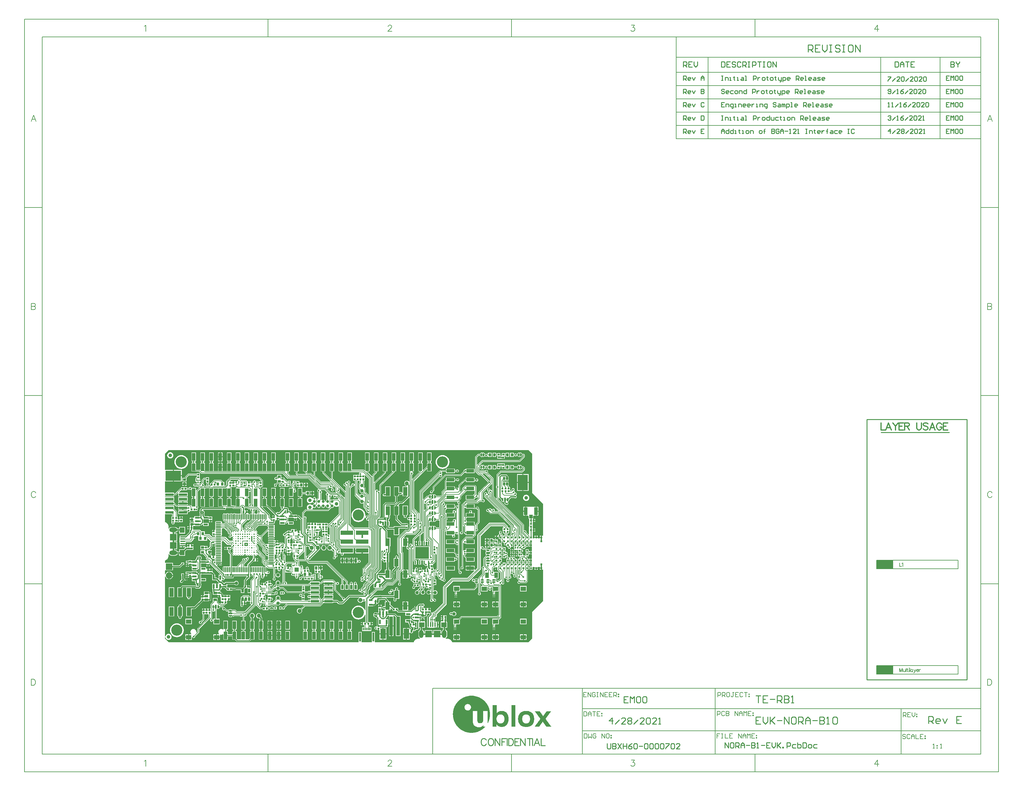
<source format=gtl>
G04*
G04 #@! TF.GenerationSoftware,Altium Limited,Altium Designer,24.5.2 (23)*
G04*
G04 Layer_Physical_Order=1*
G04 Layer_Color=255*
%FSLAX44Y44*%
%MOMM*%
G71*
G04*
G04 #@! TF.SameCoordinates,0C5A4069-AE43-482B-AD25-CF0848805004*
G04*
G04*
G04 #@! TF.FilePolarity,Positive*
G04*
G01*
G75*
%ADD10C,0.1270*%
%ADD14C,0.2540*%
%ADD15C,0.2000*%
%ADD17R,4.8260X2.4130*%
%ADD18C,0.1778*%
%ADD19C,0.2997*%
%ADD20R,0.9000X0.7500*%
G04:AMPARAMS|DCode=21|XSize=0.3mm|YSize=0.4mm|CornerRadius=0.075mm|HoleSize=0mm|Usage=FLASHONLY|Rotation=90.000|XOffset=0mm|YOffset=0mm|HoleType=Round|Shape=RoundedRectangle|*
%AMROUNDEDRECTD21*
21,1,0.3000,0.2500,0,0,90.0*
21,1,0.1500,0.4000,0,0,90.0*
1,1,0.1500,0.1250,0.0750*
1,1,0.1500,0.1250,-0.0750*
1,1,0.1500,-0.1250,-0.0750*
1,1,0.1500,-0.1250,0.0750*
%
%ADD21ROUNDEDRECTD21*%
%ADD22R,0.5500X0.5200*%
%ADD23R,0.6500X0.8500*%
%ADD24R,0.7500X0.9000*%
%ADD25R,2.4000X0.7600*%
%ADD26C,0.3000*%
%ADD27R,1.0000X5.5000*%
%ADD28R,1.6000X3.0000*%
%ADD29R,1.3000X0.5500*%
%ADD30R,1.0500X0.6600*%
%ADD31R,0.6600X1.0500*%
%ADD32R,0.6000X1.0000*%
%ADD33R,1.0000X0.6000*%
%ADD34R,0.5200X0.5500*%
%ADD35R,0.6000X0.6000*%
%ADD36R,1.0000X1.5500*%
%ADD37R,0.4400X0.9800*%
%ADD38R,1.4000X1.6000*%
%ADD39R,1.9000X1.9000*%
%ADD40R,1.3500X0.4000*%
%ADD41R,1.6000X1.4000*%
%ADD42R,0.4000X1.3500*%
%ADD43R,1.9000X1.9000*%
%ADD44R,1.0000X1.0500*%
%ADD45R,1.0500X2.2000*%
%ADD46O,0.3000X1.6500*%
%ADD47O,1.6500X0.3000*%
%ADD48R,1.0200X2.1900*%
%ADD49R,1.5500X1.3000*%
%ADD50R,1.5000X1.3000*%
%ADD51R,1.2000X2.5000*%
%ADD52R,2.2380X1.0100*%
%ADD53R,0.3000X0.4500*%
%ADD54R,0.5100X0.4000*%
%ADD55R,0.7600X1.2700*%
%ADD56R,0.3600X0.2500*%
%ADD57R,0.4000X0.5000*%
%ADD58R,0.7000X0.2500*%
%ADD59R,0.2500X0.7000*%
%ADD60R,1.1500X1.1500*%
%ADD61R,0.6000X0.2200*%
%ADD62R,0.2200X0.6000*%
%ADD63R,0.2200X0.6500*%
%ADD64R,0.3500X0.8000*%
%ADD65R,0.6000X2.6000*%
%ADD66R,3.6800X1.2700*%
%ADD67R,1.2700X2.2000*%
%ADD68R,0.4500X0.3000*%
%ADD69R,0.2500X0.3600*%
%ADD70R,0.5500X1.3000*%
%ADD72C,0.1524*%
%ADD79C,0.4000*%
%ADD91R,4.0000X3.4000*%
%ADD136C,0.2000*%
%ADD137C,1.0000*%
%ADD138C,1.2000*%
%ADD139C,0.8000*%
%ADD140R,4.5000X3.0000*%
%ADD141R,3.0000X4.5000*%
%ADD142C,0.2032*%
%ADD143C,0.3048*%
%ADD144C,0.1500*%
%ADD145C,0.1530*%
%ADD146C,0.3810*%
%ADD147C,0.5080*%
%ADD148C,0.2223*%
%ADD149C,0.3556*%
%ADD150C,0.4064*%
%ADD151O,2.3000X1.3000*%
%ADD152O,1.3000X2.3000*%
%ADD153C,1.8796*%
%ADD154R,1.8796X1.8796*%
%ADD155C,3.2000*%
%ADD156C,0.5080*%
G36*
X1024583Y546170D02*
X1025229Y545742D01*
X1025965Y545005D01*
X1026499Y544421D01*
X1027083Y543430D01*
X1027362Y542491D01*
X1027311Y540281D01*
X1027057Y539570D01*
X1026219Y538198D01*
X1025381Y537385D01*
X1024463Y536810D01*
X1023451Y536496D01*
X1022943Y536674D01*
X1022643Y537200D01*
Y545820D01*
X1023400Y546555D01*
X1024583Y546170D01*
D02*
G37*
G36*
X1020301Y546326D02*
X1020600Y545800D01*
Y537180D01*
X1019844Y536445D01*
X1018660Y536830D01*
X1018015Y537258D01*
X1017278Y537995D01*
X1016745Y538579D01*
X1016161Y539570D01*
X1015881Y540509D01*
X1015932Y542719D01*
X1016186Y543430D01*
X1017024Y544802D01*
X1017863Y545615D01*
X1018780Y546190D01*
X1019793Y546504D01*
X1020301Y546326D01*
D02*
G37*
G36*
X917281Y546056D02*
X917927Y545628D01*
X918663Y544891D01*
X919197Y544307D01*
X919781Y543316D01*
X920060Y542376D01*
X920009Y540167D01*
X919755Y539455D01*
X918917Y538084D01*
X918079Y537271D01*
X917161Y536696D01*
X916149Y536382D01*
X915641Y536560D01*
X915341Y537086D01*
Y545706D01*
X916098Y546440D01*
X917281Y546056D01*
D02*
G37*
G36*
X912999Y546212D02*
X913298Y545686D01*
Y537066D01*
X912542Y536331D01*
X911358Y536716D01*
X910713Y537144D01*
X909976Y537881D01*
X909443Y538465D01*
X908859Y539455D01*
X908579Y540395D01*
X908630Y542605D01*
X908884Y543316D01*
X909722Y544688D01*
X910561Y545500D01*
X911478Y546076D01*
X912491Y546390D01*
X912999Y546212D01*
D02*
G37*
G36*
X1024219Y510638D02*
X1024865Y510210D01*
X1025601Y509473D01*
X1026135Y508889D01*
X1026719Y507898D01*
X1026998Y506959D01*
X1026947Y504749D01*
X1026693Y504038D01*
X1025855Y502666D01*
X1025017Y501853D01*
X1024099Y501278D01*
X1023087Y500964D01*
X1022579Y501142D01*
X1022279Y501668D01*
Y510288D01*
X1023036Y511023D01*
X1024219Y510638D01*
D02*
G37*
G36*
X917539D02*
X918185Y510210D01*
X918921Y509473D01*
X919455Y508889D01*
X920039Y507898D01*
X920318Y506959D01*
X920267Y504749D01*
X920013Y504038D01*
X919175Y502666D01*
X918337Y501853D01*
X917419Y501278D01*
X916407Y500964D01*
X915899Y501142D01*
X915599Y501668D01*
Y510288D01*
X916356Y511023D01*
X917539Y510638D01*
D02*
G37*
G36*
X1019937Y510794D02*
X1020236Y510268D01*
Y501648D01*
X1019480Y500913D01*
X1018296Y501298D01*
X1017651Y501726D01*
X1016914Y502463D01*
X1016381Y503047D01*
X1015797Y504038D01*
X1015517Y504977D01*
X1015568Y507187D01*
X1015822Y507898D01*
X1016660Y509270D01*
X1017499Y510083D01*
X1018416Y510658D01*
X1019429Y510972D01*
X1019937Y510794D01*
D02*
G37*
G36*
X913257D02*
X913556Y510268D01*
Y501648D01*
X912800Y500913D01*
X911616Y501298D01*
X910971Y501726D01*
X910234Y502463D01*
X909701Y503047D01*
X909117Y504038D01*
X908837Y504977D01*
X908888Y507187D01*
X909142Y507898D01*
X909980Y509270D01*
X910819Y510083D01*
X911736Y510658D01*
X912749Y510972D01*
X913257Y510794D01*
D02*
G37*
G36*
X937201Y470951D02*
Y467143D01*
X935677Y466214D01*
X934642Y466420D01*
X934213Y466334D01*
X915254Y485293D01*
X915837Y486701D01*
X921451D01*
X937201Y470951D01*
D02*
G37*
G36*
X215352Y468889D02*
X214792Y467504D01*
X213794Y467306D01*
X212457Y466413D01*
X211564Y465076D01*
X211509Y464798D01*
X209890D01*
Y461774D01*
X207350D01*
Y464798D01*
X205341D01*
X204024Y465298D01*
X204024Y465298D01*
X204024Y465298D01*
X201020D01*
Y461174D01*
X198480D01*
Y465298D01*
X195476D01*
Y465188D01*
X190906D01*
X190323Y466596D01*
X193647Y469920D01*
X214394D01*
X215352Y468889D01*
D02*
G37*
G36*
X280631Y466148D02*
X280469Y464624D01*
X273750D01*
Y463830D01*
X272014D01*
X270921Y464524D01*
Y464524D01*
X264387D01*
X264227Y465326D01*
X263334Y466663D01*
X261998Y467556D01*
X260422Y467869D01*
X258845Y467556D01*
X257509Y466663D01*
X256616Y465326D01*
X256461Y464548D01*
X254942D01*
Y461524D01*
X252402D01*
Y464548D01*
X250051D01*
X248869Y465374D01*
X248869Y465374D01*
X248869Y465374D01*
X245865D01*
Y461250D01*
X243325D01*
Y465374D01*
X240321D01*
X239238Y466438D01*
X237795Y467881D01*
X237047Y468381D01*
X236165Y468556D01*
X222599D01*
X219620Y471536D01*
X220203Y472944D01*
X273836D01*
X280631Y466148D01*
D02*
G37*
G36*
X121556Y460650D02*
X124194D01*
Y458611D01*
X123000D01*
Y452441D01*
X117931D01*
X116000Y454372D01*
Y458611D01*
X113462D01*
X112879Y460019D01*
X113838Y460978D01*
X114338Y461726D01*
X114513Y462609D01*
Y468390D01*
X116567Y470444D01*
X121556D01*
Y460650D01*
D02*
G37*
G36*
X547944Y452406D02*
Y426044D01*
X548119Y425161D01*
X548619Y424413D01*
X562804Y410229D01*
X562401Y409257D01*
X562178Y407560D01*
X562401Y405863D01*
X563056Y404282D01*
X564098Y402924D01*
X565456Y401882D01*
X567037Y401227D01*
X568734Y401004D01*
X570431Y401227D01*
X571739Y401769D01*
X573263Y401142D01*
Y392349D01*
X573439Y391466D01*
X573939Y390718D01*
X578891Y385766D01*
Y383825D01*
X579067Y382942D01*
X579566Y382194D01*
X582253Y379507D01*
X582111Y378792D01*
X582424Y377216D01*
X583317Y375879D01*
X584654Y374986D01*
X586230Y374673D01*
X586990Y374824D01*
X588475Y373792D01*
X588570Y372780D01*
X583521Y367731D01*
X583021Y366983D01*
X582480Y366657D01*
X580904Y366343D01*
X579919Y365685D01*
X578679Y366214D01*
X578459Y366403D01*
X578646Y368300D01*
X578264Y372172D01*
X577135Y375895D01*
X575301Y379326D01*
X572833Y382333D01*
X569826Y384801D01*
X566395Y386635D01*
X562672Y387764D01*
X558800Y388146D01*
X554928Y387764D01*
X551205Y386635D01*
X547774Y384801D01*
X544767Y382333D01*
X542299Y379326D01*
X540465Y375895D01*
X539336Y372172D01*
X538954Y368300D01*
X539336Y364428D01*
X540465Y360705D01*
X542299Y357274D01*
X544767Y354267D01*
X547774Y351799D01*
X551205Y349965D01*
X554928Y348836D01*
X558800Y348454D01*
X562672Y348836D01*
X566395Y349965D01*
X569826Y351799D01*
X572833Y354267D01*
X575301Y357274D01*
X577135Y360705D01*
X577157Y360779D01*
X578166Y360900D01*
X578764Y360827D01*
X579568Y359625D01*
X580904Y358732D01*
X580982Y358717D01*
X581712Y358277D01*
X581399Y356701D01*
X581712Y355124D01*
X582605Y353788D01*
X583942Y352895D01*
X585518Y352581D01*
X586502Y352777D01*
X588026Y351824D01*
Y333767D01*
X587315Y332900D01*
X546903D01*
X536580Y343223D01*
Y445330D01*
X542263Y451013D01*
X542978Y450870D01*
X544555Y451184D01*
X545891Y452077D01*
X546420Y452868D01*
X547944Y452406D01*
D02*
G37*
G36*
X941727Y456498D02*
Y440447D01*
X941722Y440442D01*
X940203Y439772D01*
X939372Y440327D01*
X937796Y440640D01*
X936536Y441944D01*
X936410Y442576D01*
X935517Y443913D01*
X934181Y444806D01*
X932604Y445119D01*
X931028Y444806D01*
X929691Y443913D01*
X928799Y442576D01*
X928485Y441000D01*
X928799Y439424D01*
X929691Y438087D01*
X930298Y437682D01*
Y434773D01*
X930473Y433890D01*
X930973Y433142D01*
X931377Y432739D01*
X930977Y430983D01*
X930153Y430433D01*
X929260Y429096D01*
X929173Y428658D01*
X928852Y428600D01*
X927560Y429914D01*
X927581Y430022D01*
X927268Y431598D01*
X926375Y432935D01*
X925038Y433828D01*
X923462Y434141D01*
X921886Y433828D01*
X920549Y432935D01*
X919656Y431598D01*
X919343Y430022D01*
X919656Y428446D01*
X919991Y427944D01*
X919968Y427826D01*
Y422020D01*
X920143Y421137D01*
X920643Y420389D01*
X960318Y380714D01*
X959735Y379306D01*
X950482D01*
X949635Y380604D01*
X949603Y380830D01*
X949890Y382271D01*
X949576Y383847D01*
X948683Y385183D01*
X947347Y386076D01*
X945770Y386390D01*
X944194Y386076D01*
X942858Y385183D01*
X942207Y384210D01*
X942110Y384183D01*
X941833Y384242D01*
X940510Y385047D01*
X940306Y386076D01*
X939413Y387413D01*
X938076Y388306D01*
X936500Y388619D01*
X934924Y388306D01*
X933587Y387413D01*
X932694Y386076D01*
X931081Y385557D01*
X931039Y385563D01*
X929500Y385869D01*
X927924Y385556D01*
X926587Y384663D01*
X925694Y383326D01*
X925381Y381750D01*
X925694Y380174D01*
X926587Y378837D01*
X927924Y377944D01*
X929500Y377631D01*
X930270Y377784D01*
X935709Y372345D01*
X936457Y371845D01*
X937339Y371670D01*
X960730D01*
X995341Y337058D01*
Y313745D01*
X991703Y310108D01*
X991203Y309359D01*
X991102Y308850D01*
X986567D01*
Y316150D01*
X990966D01*
Y323150D01*
X991966D01*
Y333350D01*
X986871D01*
Y336008D01*
X986617Y337281D01*
X985896Y338359D01*
X978804Y345452D01*
X977725Y346173D01*
X976452Y346426D01*
X935368D01*
X934095Y346173D01*
X933016Y345452D01*
X900985Y313421D01*
X900264Y312342D01*
X900011Y311069D01*
Y216626D01*
X893388Y210003D01*
X891864Y210634D01*
Y214630D01*
X880420D01*
Y209326D01*
X890556D01*
X891187Y207802D01*
X871259Y187874D01*
X827373D01*
X826100Y187621D01*
X825021Y186900D01*
X802808Y164687D01*
X802087Y163608D01*
X801834Y162335D01*
Y116178D01*
X776273Y90617D01*
X773846D01*
X772573Y90363D01*
X771494Y89642D01*
X770497Y88645D01*
X768906Y88627D01*
X768582Y88767D01*
X768578Y88773D01*
X768578Y88773D01*
X766250Y91101D01*
Y93661D01*
X766274D01*
Y96515D01*
X762000D01*
Y97785D01*
X760730D01*
Y101909D01*
X757726D01*
Y101909D01*
X757003D01*
Y101909D01*
X753999D01*
Y97785D01*
X751459D01*
Y101909D01*
X748455D01*
Y101909D01*
X748236Y101885D01*
Y101885D01*
X745764D01*
Y102929D01*
X745589Y103811D01*
X745089Y104559D01*
X744893Y104755D01*
X745394Y106409D01*
X745796Y106489D01*
X747133Y107382D01*
X748026Y108718D01*
X748339Y110295D01*
X748026Y111871D01*
X747133Y113207D01*
X745796Y114100D01*
X744220Y114414D01*
X742644Y114100D01*
X741563Y113378D01*
X733298D01*
X733298Y113378D01*
X732118Y113143D01*
X731118Y112475D01*
X731118Y112475D01*
X728070Y109427D01*
X727444Y108491D01*
X727401Y108427D01*
X727401Y108425D01*
X727048Y107238D01*
X725711Y107143D01*
X724516D01*
Y104119D01*
X723246D01*
Y102849D01*
X719472D01*
Y102143D01*
X717586D01*
X717586Y102143D01*
X716406Y101908D01*
X715405Y101240D01*
X715405Y101240D01*
X709579Y95414D01*
X702809D01*
X701294Y95436D01*
X701294Y96938D01*
Y106690D01*
X693420D01*
X685546D01*
Y96938D01*
X685546Y95436D01*
X684031Y95414D01*
X674697D01*
X672600Y97510D01*
Y101500D01*
X660601D01*
X651961Y110140D01*
X650960Y110808D01*
X650470Y110906D01*
Y120460D01*
X645333D01*
Y121666D01*
X645098Y122846D01*
X644430Y123846D01*
X644430Y123846D01*
X638135Y130141D01*
X638767Y131665D01*
X660170D01*
Y128460D01*
X660170D01*
X660087Y126971D01*
X659694Y126384D01*
X659381Y124807D01*
X659694Y123231D01*
X660587Y121895D01*
X661924Y121002D01*
X663500Y120688D01*
X665076Y121002D01*
X666413Y121895D01*
X667306Y123231D01*
X667619Y124807D01*
X667306Y126384D01*
X666937Y126936D01*
X667628Y128460D01*
X675870D01*
Y153460D01*
X671888D01*
X671606Y154984D01*
X672306Y156031D01*
X672619Y157607D01*
X672306Y159184D01*
X671413Y160520D01*
X670076Y161413D01*
X668500Y161726D01*
X666924Y161413D01*
X665587Y160520D01*
X664694Y159184D01*
X664381Y157607D01*
X664694Y156031D01*
X665394Y154984D01*
X665112Y153460D01*
X660170D01*
Y137832D01*
X624375D01*
X624277Y137907D01*
X623842Y138087D01*
X623672Y138191D01*
X623542Y138212D01*
X623478Y138238D01*
X623371Y138335D01*
X622660Y138589D01*
X622617Y138587D01*
X622265Y138633D01*
X622151Y138683D01*
X621829Y138690D01*
X620895Y138813D01*
X620239Y138727D01*
X619941Y138734D01*
X619762Y138664D01*
X619632Y138647D01*
X619442Y138667D01*
X619170Y138586D01*
X619144Y138583D01*
X619106Y138567D01*
X618502Y138387D01*
X618343Y138258D01*
X618140Y138230D01*
X618123Y138220D01*
X604248D01*
X602920Y137956D01*
X601794Y137203D01*
X594090Y129500D01*
X591370D01*
X590786Y130908D01*
X612686Y152808D01*
X627365D01*
X628247Y152983D01*
X628995Y153483D01*
X642932Y167420D01*
X657173D01*
X658055Y167595D01*
X658803Y168095D01*
X672670Y181961D01*
X674194Y181330D01*
Y174683D01*
X674369Y173801D01*
X673837Y172831D01*
X672944Y171495D01*
X672631Y169919D01*
X672944Y168342D01*
X673837Y167006D01*
X675174Y166113D01*
X676750Y165800D01*
X678326Y166113D01*
X679663Y167006D01*
X680556Y168342D01*
X680869Y169919D01*
X680556Y171495D01*
X679663Y172831D01*
X679056Y173237D01*
Y174433D01*
X678881Y175316D01*
X678806Y175427D01*
Y203223D01*
X684138Y208554D01*
X685546Y207971D01*
Y200670D01*
X692150D01*
Y211924D01*
X687514D01*
X687080Y212452D01*
Y260476D01*
X686905Y261359D01*
X686405Y262107D01*
X684806Y263705D01*
Y277098D01*
X685546Y278316D01*
X692150D01*
Y290840D01*
X693420D01*
D01*
X692150D01*
Y303364D01*
X689545D01*
X688962Y304772D01*
X696024Y311835D01*
X720447D01*
X721330Y312010D01*
X722078Y312510D01*
X733224Y323656D01*
X733724Y324404D01*
X733899Y325287D01*
Y328954D01*
X735423Y329781D01*
X736674Y329533D01*
X737646Y329726D01*
X739170Y328767D01*
Y324108D01*
X715178Y300117D01*
X714678Y299368D01*
X714503Y298486D01*
Y282541D01*
X714236Y282456D01*
X712547Y283519D01*
X712466Y283926D01*
X711573Y285263D01*
X710236Y286156D01*
X708660Y286469D01*
X707084Y286156D01*
X705747Y285263D01*
X704854Y283926D01*
X704541Y282350D01*
X704854Y280774D01*
X705747Y279437D01*
X706354Y279032D01*
Y275740D01*
X706413Y275440D01*
X705151Y274625D01*
X704729Y274864D01*
X704536Y275835D01*
X703643Y277172D01*
X702640Y277842D01*
X702626Y277852D01*
X702626Y277852D01*
X702307Y278064D01*
X701294Y278316D01*
X701294Y278316D01*
Y289570D01*
X694690D01*
Y278316D01*
X696889D01*
X697087Y278072D01*
X697564Y276792D01*
X696925Y275835D01*
X696611Y274259D01*
X696925Y272683D01*
X697818Y271346D01*
X699154Y270453D01*
X700731Y270140D01*
X701874Y270367D01*
X703444Y268797D01*
Y196451D01*
X702818Y195993D01*
X701294Y196767D01*
Y198130D01*
X694690D01*
Y186876D01*
X701294D01*
Y188913D01*
X702818Y189375D01*
X702837Y189346D01*
X704174Y188453D01*
X705750Y188140D01*
X707326Y188453D01*
X708663Y189346D01*
X709556Y190683D01*
X709869Y192259D01*
X709573Y193749D01*
X709639Y193843D01*
X711036Y194441D01*
X713770Y191707D01*
X714518Y191207D01*
X715401Y191031D01*
X716233D01*
Y190608D01*
X720757D01*
Y188068D01*
X716233D01*
Y186953D01*
X715039Y185918D01*
X714690Y186151D01*
X713113Y186464D01*
X711537Y186151D01*
X710201Y185258D01*
X709308Y183922D01*
X708994Y182345D01*
X709308Y180769D01*
X710201Y179433D01*
X711537Y178540D01*
X713113Y178226D01*
X713433Y178290D01*
X714957Y177039D01*
Y173914D01*
X731157D01*
Y177894D01*
X732681Y179144D01*
X732750Y179131D01*
X733722Y179324D01*
X735246Y178365D01*
Y171544D01*
X730884D01*
X730798Y171527D01*
X716811D01*
Y165725D01*
X716751Y165423D01*
Y164798D01*
X715572Y164563D01*
X714235Y163671D01*
X713342Y162334D01*
X713029Y160758D01*
X713342Y159181D01*
X714235Y157845D01*
X715572Y156952D01*
X717148Y156639D01*
X718724Y156952D01*
X720061Y157845D01*
X720954Y159181D01*
X721267Y160758D01*
X721244Y160875D01*
X721364Y161478D01*
Y163027D01*
X733011D01*
Y166956D01*
X734956D01*
Y159127D01*
X733832Y158122D01*
X733505Y158187D01*
X731928Y157874D01*
X730592Y156981D01*
X729699Y155645D01*
X729386Y154068D01*
X729401Y153991D01*
X729400Y153985D01*
X728103Y152703D01*
X727322Y152806D01*
X725625Y152583D01*
X724044Y151928D01*
X722686Y150886D01*
X721644Y149528D01*
X720989Y147947D01*
X720766Y146250D01*
X720989Y144553D01*
X721644Y142972D01*
X722686Y141614D01*
X724044Y140572D01*
X725625Y139917D01*
X727322Y139694D01*
X729019Y139917D01*
X730600Y140572D01*
X731957Y141614D01*
X732999Y142972D01*
X733654Y144553D01*
X733878Y146250D01*
X733654Y147947D01*
X733426Y148498D01*
X733429Y148561D01*
X734384Y150124D01*
X735081Y150263D01*
X736417Y151156D01*
X737310Y152492D01*
X737624Y154068D01*
X737425Y155069D01*
X738872Y156516D01*
X738872Y156516D01*
X739369Y157260D01*
X739544Y158138D01*
X739544Y158138D01*
Y163671D01*
X740641Y164862D01*
X741807Y164827D01*
X742111Y164291D01*
X742332Y163476D01*
X741569Y162334D01*
X741256Y160758D01*
X741569Y159181D01*
X742462Y157845D01*
X743069Y157440D01*
Y153157D01*
X742184Y153041D01*
X740603Y152386D01*
X739245Y151344D01*
X738203Y149986D01*
X737548Y148405D01*
X737325Y146708D01*
X737548Y145011D01*
X738203Y143430D01*
X739245Y142072D01*
X740603Y141030D01*
X742184Y140375D01*
X743881Y140152D01*
X745578Y140375D01*
X747159Y141030D01*
X748517Y142072D01*
X749559Y143430D01*
X750214Y145011D01*
X750437Y146708D01*
X750214Y148405D01*
X749559Y149986D01*
X748517Y151344D01*
X747681Y151985D01*
Y157440D01*
X748288Y157845D01*
X749181Y159181D01*
X749494Y160758D01*
X749181Y162334D01*
X748797Y162909D01*
X749695Y164308D01*
X750341Y164204D01*
X750369Y164064D01*
X750869Y163316D01*
X751220Y162965D01*
X751120Y162463D01*
X751433Y160887D01*
X752326Y159550D01*
X753663Y158657D01*
X755239Y158344D01*
X756815Y158657D01*
X758152Y159550D01*
X758352Y159851D01*
X759876Y159389D01*
Y155650D01*
X765859D01*
Y152684D01*
X764334Y152022D01*
X763480Y152678D01*
X761899Y153333D01*
X760202Y153556D01*
X758505Y153333D01*
X756924Y152678D01*
X755566Y151636D01*
X754524Y150278D01*
X753869Y148697D01*
X753646Y147000D01*
X753869Y145303D01*
X754524Y143722D01*
X755566Y142364D01*
X756924Y141322D01*
X758505Y140667D01*
X760202Y140444D01*
X761899Y140667D01*
X763480Y141322D01*
X764334Y141978D01*
X765859Y141316D01*
Y126889D01*
X765252Y126484D01*
X764359Y125147D01*
X764046Y123571D01*
X764359Y121995D01*
X765252Y120658D01*
X766589Y119765D01*
X768165Y119452D01*
X769741Y119765D01*
X771077Y120658D01*
X771970Y121995D01*
X772048Y122387D01*
X773602D01*
X773605Y122376D01*
X774497Y121039D01*
X775834Y120146D01*
X777410Y119833D01*
X778986Y120146D01*
X780323Y121039D01*
X781216Y122376D01*
X781529Y123952D01*
X781216Y125528D01*
X780323Y126865D01*
X778986Y127758D01*
X777410Y128071D01*
X776695Y127929D01*
X773833Y130791D01*
Y140063D01*
X775357Y140814D01*
X775672Y140572D01*
X777253Y139917D01*
X778950Y139694D01*
X780647Y139917D01*
X782228Y140572D01*
X783586Y141614D01*
X784628Y142972D01*
X785283Y144553D01*
X785506Y146250D01*
X785283Y147947D01*
X784628Y149528D01*
X783586Y150886D01*
X782228Y151928D01*
X780647Y152583D01*
X778950Y152806D01*
X777253Y152583D01*
X775672Y151928D01*
X775562Y151843D01*
X774038Y152594D01*
Y158272D01*
X774170Y158404D01*
X774670Y159152D01*
X774845Y160035D01*
Y167654D01*
X781801D01*
Y175654D01*
Y183854D01*
X778621D01*
Y194924D01*
X780145Y195739D01*
X780161Y195728D01*
X781737Y195414D01*
X782906Y195647D01*
X784430Y194781D01*
Y193651D01*
X784606Y192769D01*
X785106Y192020D01*
X788562Y188564D01*
X788419Y187849D01*
X788733Y186273D01*
X789626Y184937D01*
X790962Y184044D01*
X792539Y183730D01*
X793041Y183830D01*
X794771Y182947D01*
X795664Y181610D01*
X797000Y180718D01*
X798577Y180404D01*
X799038Y180496D01*
X800680Y180052D01*
X801573Y178715D01*
X802909Y177822D01*
X804485Y177509D01*
X806062Y177822D01*
X807398Y178715D01*
X808291Y180052D01*
X808605Y181628D01*
X808291Y183204D01*
X807398Y184541D01*
X806552Y185106D01*
Y320677D01*
X808436Y322561D01*
X809960Y321930D01*
Y310950D01*
X827183D01*
X828036Y309509D01*
X828031Y309426D01*
X827731Y307919D01*
X828044Y306343D01*
X828937Y305007D01*
X830274Y304114D01*
X831850Y303800D01*
X833426Y304114D01*
X834763Y305007D01*
X835656Y306343D01*
X835969Y307919D01*
X835656Y309496D01*
X835624Y309543D01*
X835340Y310950D01*
X835340Y310950D01*
X835340Y310950D01*
Y315047D01*
X838238D01*
X838643Y314440D01*
X839980Y313548D01*
X841556Y313234D01*
X843030Y313527D01*
X843173Y313522D01*
X844554Y312664D01*
Y299765D01*
X843030Y298891D01*
X841877Y299120D01*
X840301Y298807D01*
X838964Y297914D01*
X838559Y297308D01*
X835340D01*
Y298650D01*
X809960D01*
Y285550D01*
X835340D01*
Y292695D01*
X838559D01*
X838964Y292089D01*
X839442Y291770D01*
X839512Y291494D01*
X839337Y290007D01*
X838477Y289432D01*
X837584Y288096D01*
X837271Y286519D01*
X837584Y284943D01*
X838477Y283607D01*
X839814Y282714D01*
X841390Y282400D01*
X842966Y282714D01*
X843030Y282756D01*
X844554Y281941D01*
Y256734D01*
X844502Y256686D01*
X843030Y256112D01*
X835340Y263802D01*
Y273250D01*
X809960D01*
Y260150D01*
X832468D01*
X838629Y253990D01*
X838252Y253426D01*
X837939Y251850D01*
X838252Y250273D01*
X839145Y248937D01*
X840482Y248044D01*
X842058Y247731D01*
X843030Y247924D01*
X844554Y246965D01*
Y214471D01*
X844729Y213588D01*
X845229Y212840D01*
X846236Y211833D01*
Y205760D01*
X846411Y204877D01*
X846822Y204262D01*
X846672Y203510D01*
X846986Y201934D01*
X847879Y200597D01*
X849215Y199704D01*
X850791Y199391D01*
X852368Y199704D01*
X853704Y200597D01*
X854597Y201934D01*
X854911Y203510D01*
X854597Y205086D01*
X853704Y206423D01*
X852368Y207316D01*
X850848Y207618D01*
Y212789D01*
X850673Y213671D01*
X850173Y214420D01*
X849166Y215426D01*
Y316904D01*
X850690Y317054D01*
X850944Y315777D01*
X851837Y314440D01*
X853174Y313548D01*
X854750Y313234D01*
X856326Y313548D01*
X857663Y314440D01*
X858556Y315777D01*
X858869Y317353D01*
X858697Y318221D01*
X858860Y318465D01*
X859034Y319343D01*
Y336825D01*
X860442Y337408D01*
X862047Y335803D01*
Y319980D01*
X861614Y319332D01*
X861301Y317756D01*
X861614Y316180D01*
X862507Y314843D01*
X863843Y313950D01*
X865420Y313637D01*
X866460Y312783D01*
Y310950D01*
X887413D01*
X887996Y309542D01*
X884962Y306508D01*
X867775D01*
X866892Y306333D01*
X866144Y305833D01*
X855279Y294968D01*
X854779Y294220D01*
X854603Y293337D01*
Y220939D01*
X854404Y220899D01*
X853067Y220007D01*
X852174Y218670D01*
X851861Y217094D01*
X852174Y215518D01*
X853067Y214181D01*
X854404Y213288D01*
X855980Y212975D01*
X857556Y213288D01*
X858893Y214181D01*
X859786Y215518D01*
X860099Y217094D01*
X859786Y218670D01*
X859216Y219523D01*
Y253790D01*
X860731Y254362D01*
X861590Y253678D01*
Y250687D01*
X861765Y249804D01*
X862265Y249056D01*
X866460Y244861D01*
Y234750D01*
X891840D01*
Y247850D01*
X869995D01*
X866202Y251642D01*
Y254032D01*
X866809Y254437D01*
X867702Y255774D01*
X868015Y257350D01*
X867761Y258626D01*
X868577Y260150D01*
X891840D01*
Y273250D01*
X866460D01*
Y268613D01*
X864936Y267803D01*
X863648Y268059D01*
X862071Y267745D01*
X860735Y266852D01*
X859216Y267322D01*
Y288283D01*
X860740Y288746D01*
X860983Y288381D01*
X862320Y287488D01*
X863896Y287175D01*
X864936Y287382D01*
X866460Y286455D01*
Y285550D01*
X891840D01*
Y298650D01*
X867639D01*
X867008Y300174D01*
X868730Y301896D01*
X885918D01*
X886800Y302071D01*
X887549Y302571D01*
X894644Y309667D01*
X895144Y310415D01*
X895320Y311298D01*
Y321552D01*
X896844Y322511D01*
X897816Y322317D01*
X899392Y322631D01*
X900728Y323524D01*
X901621Y324860D01*
X901935Y326437D01*
X901621Y328013D01*
X900728Y329349D01*
X900306Y329631D01*
Y341124D01*
X905381Y346198D01*
X905881Y346946D01*
X906056Y347829D01*
Y384961D01*
X905881Y385843D01*
X905381Y386592D01*
X904268Y387704D01*
X904410Y388419D01*
X904097Y389996D01*
X903204Y391332D01*
X901868Y392225D01*
X900291Y392539D01*
X898715Y392225D01*
X897379Y391332D01*
X896974Y390726D01*
X891840D01*
Y400250D01*
X871258D01*
X870474Y401774D01*
X870774Y402194D01*
X901015D01*
X901897Y402369D01*
X902645Y402869D01*
X906610Y406834D01*
X913764D01*
X914115Y406309D01*
X915451Y405416D01*
X917027Y405103D01*
X918604Y405416D01*
X919940Y406309D01*
X920833Y407645D01*
X921146Y409222D01*
X920833Y410798D01*
X919940Y412135D01*
X918604Y413027D01*
X917027Y413341D01*
X916105Y414620D01*
Y433032D01*
X940203Y457129D01*
X941727Y456498D01*
D02*
G37*
G36*
X75105Y441084D02*
X76681Y440771D01*
X78257Y441084D01*
X79760Y440256D01*
Y421300D01*
X81053D01*
X82304Y419776D01*
X82241Y419458D01*
X82446Y418424D01*
X81517Y416900D01*
X79760D01*
Y395992D01*
X78352Y395409D01*
X76889Y396872D01*
X76144Y397369D01*
X75267Y397544D01*
X69024D01*
Y400558D01*
X55500D01*
X41976D01*
Y397544D01*
X37950D01*
X32044Y403450D01*
X31300Y403947D01*
X30422Y404122D01*
X30000D01*
Y407128D01*
X3625D01*
Y409228D01*
X30000D01*
Y419828D01*
X3625D01*
Y421928D01*
X30000D01*
Y424922D01*
X33398D01*
X34281Y425097D01*
X35029Y425597D01*
X40476Y431044D01*
X42000Y430413D01*
Y421928D01*
X69000D01*
Y432528D01*
X44115D01*
X43484Y434052D01*
X49367Y439935D01*
X50320Y439540D01*
Y439540D01*
X66520D01*
Y441484D01*
X74507D01*
X75105Y441084D01*
D02*
G37*
G36*
X492490Y446972D02*
Y437790D01*
X492665Y436907D01*
X493166Y436159D01*
X494899Y434425D01*
X494316Y433017D01*
X480521D01*
X469333Y444206D01*
X470304Y445389D01*
X470674Y445142D01*
X472250Y444829D01*
X473826Y445142D01*
X475163Y446035D01*
X475541Y446602D01*
X476520Y447248D01*
X477492Y446987D01*
X478150Y446548D01*
X479726Y446235D01*
X480698Y446428D01*
X482180Y445495D01*
X482190Y444046D01*
X481615Y443663D01*
X480722Y442326D01*
X480409Y440750D01*
X480722Y439174D01*
X481615Y437837D01*
X482952Y436944D01*
X484528Y436631D01*
X486104Y436944D01*
X487441Y437837D01*
X488334Y439174D01*
X488647Y440750D01*
X488334Y442326D01*
X487441Y443663D01*
X486834Y444068D01*
Y450636D01*
X488242Y451220D01*
X492490Y446972D01*
D02*
G37*
G36*
X249154Y434667D02*
Y402088D01*
X249146Y402076D01*
X249103Y401859D01*
X248012Y400674D01*
X246884Y400450D01*
X245360Y401335D01*
Y416900D01*
X241573D01*
Y421300D01*
X245360D01*
Y434490D01*
X246538Y435457D01*
X246658Y435433D01*
X247630Y435626D01*
X249154Y434667D01*
D02*
G37*
G36*
X685520Y428146D02*
Y422440D01*
X696438D01*
X697022Y421032D01*
X683573Y407583D01*
X676750D01*
X676750Y407583D01*
X675570Y407349D01*
X674570Y406680D01*
X674570Y406680D01*
X665840Y397950D01*
X665172Y396950D01*
X664937Y395770D01*
X663464Y395440D01*
X660520D01*
Y367440D01*
X664937D01*
Y356362D01*
X664937Y356362D01*
X665172Y355182D01*
X665840Y354182D01*
X680838Y339184D01*
X681838Y338516D01*
X683018Y338281D01*
X683018Y338281D01*
X693622D01*
X694244Y336763D01*
X694236Y336746D01*
X693558Y336077D01*
X675870D01*
Y336340D01*
X660170D01*
Y333519D01*
X646473D01*
Y337667D01*
X648024D01*
Y350667D01*
X645320D01*
Y353364D01*
X645375Y353818D01*
X645378Y353834D01*
X645378Y353845D01*
X645390Y353941D01*
X645380Y354076D01*
X646020Y355185D01*
X646021Y355185D01*
X646021Y355185D01*
X646085Y355297D01*
X646124Y355410D01*
X646195Y355505D01*
X646301Y355919D01*
X646432Y356007D01*
X647848Y357422D01*
X647848Y357423D01*
X648516Y358423D01*
X648751Y359603D01*
Y367440D01*
X650520D01*
Y395440D01*
X637758D01*
X637174Y396848D01*
X639243Y398917D01*
X663250D01*
X663250Y398917D01*
X664430Y399151D01*
X665430Y399820D01*
X669680Y404070D01*
X669680Y404070D01*
X670349Y405070D01*
X670583Y406250D01*
Y422440D01*
X675520D01*
Y427469D01*
X677593D01*
X678674Y426746D01*
X680250Y426433D01*
X681826Y426746D01*
X683163Y427639D01*
X683996Y428886D01*
X684108Y428904D01*
X685520Y428146D01*
D02*
G37*
G36*
X562194Y461955D02*
X559619Y459381D01*
X559119Y458633D01*
X558944Y457750D01*
Y445524D01*
X559119Y444641D01*
X559619Y443893D01*
X562804Y440709D01*
X562401Y439737D01*
X562178Y438040D01*
X562401Y436343D01*
X563056Y434762D01*
X564098Y433404D01*
X565456Y432362D01*
X567037Y431707D01*
X568734Y431484D01*
X570431Y431707D01*
X571711Y432238D01*
X578761Y425187D01*
X578449Y424559D01*
X577863Y423930D01*
X577229Y424056D01*
X575125D01*
X575067Y424497D01*
X574412Y426078D01*
X573370Y427436D01*
X572012Y428478D01*
X570431Y429133D01*
X568734Y429356D01*
X567037Y429133D01*
X565456Y428478D01*
X564098Y427436D01*
X563830Y427087D01*
X561828Y426934D01*
X555818Y432943D01*
Y467056D01*
X562194D01*
Y461955D01*
D02*
G37*
G36*
X519194Y432045D02*
Y419586D01*
X517786Y419003D01*
X503443Y433345D01*
X503637Y435307D01*
X503913Y435491D01*
X504806Y436828D01*
X505119Y438404D01*
X504806Y439980D01*
X503913Y441317D01*
X503306Y441722D01*
Y445777D01*
X504830Y446408D01*
X519194Y432045D01*
D02*
G37*
G36*
X772838Y416804D02*
X769337D01*
Y425804D01*
X772838D01*
Y416804D01*
D02*
G37*
G36*
X1056824Y544598D02*
Y433578D01*
X1056824Y433578D01*
X1057101Y432191D01*
X1057886Y431014D01*
X1088575Y400326D01*
Y310232D01*
X1088174Y308874D01*
X1084920D01*
Y304350D01*
X1083650D01*
Y303080D01*
X1079126D01*
Y302427D01*
X1078048Y301350D01*
X1073174Y301350D01*
Y303080D01*
X1068650D01*
X1064126D01*
Y302428D01*
X1063048Y301350D01*
X1058500Y301350D01*
Y321290D01*
X1060230D01*
Y325564D01*
Y329838D01*
X1058500D01*
Y348726D01*
X1060480D01*
Y353000D01*
Y357578D01*
X1060000Y357750D01*
Y365500D01*
X1060476Y365976D01*
X1061476Y366976D01*
X1061476Y366976D01*
X1061476Y366976D01*
X1066980D01*
Y379500D01*
Y392024D01*
X1061476D01*
Y392000D01*
X1045524D01*
Y392024D01*
X1040020D01*
Y379500D01*
Y366976D01*
X1045524D01*
X1045524Y366976D01*
X1045524D01*
X1045524D01*
X1047000Y365500D01*
Y357750D01*
X1047441D01*
X1048514Y356668D01*
X1048138Y313352D01*
X1046727Y312775D01*
X1039972Y319531D01*
X1040264Y321000D01*
X1039950Y322576D01*
X1039058Y323913D01*
X1037721Y324806D01*
X1036145Y325119D01*
X1034929Y324877D01*
X1033405Y325722D01*
Y340200D01*
X1033230Y341083D01*
X1032730Y341831D01*
X960306Y414255D01*
Y418832D01*
X961830Y418982D01*
X961843Y418916D01*
X962512Y417915D01*
X968018Y412410D01*
X968059Y412094D01*
X968052Y411797D01*
X968122Y411617D01*
X968139Y411487D01*
X968119Y411297D01*
X968200Y411026D01*
X968203Y410999D01*
X968219Y410961D01*
X968399Y410357D01*
X968528Y410198D01*
X968556Y409995D01*
X968768Y409637D01*
X968879Y409368D01*
X969083Y409102D01*
X969140Y409004D01*
X969181Y408973D01*
X969318Y408796D01*
X969340Y408734D01*
X969496Y408563D01*
X969954Y407966D01*
X970386Y407635D01*
X970661Y407360D01*
X970817Y407295D01*
X970911Y407155D01*
X971556Y406727D01*
X971780Y406684D01*
X971952Y406536D01*
X973136Y406151D01*
X973385Y406171D01*
X973614Y406072D01*
X973931Y406198D01*
X974064Y406224D01*
X974375Y406249D01*
X974413Y406294D01*
X974515Y406314D01*
X974526Y406321D01*
X975183Y406440D01*
X976504Y405425D01*
Y404061D01*
X976504Y404061D01*
X976739Y402881D01*
X977407Y401881D01*
X979890Y399398D01*
X980890Y398730D01*
X982070Y398495D01*
X982070Y398495D01*
X982180D01*
X983261Y397773D01*
X984837Y397459D01*
X986413Y397773D01*
X987750Y398666D01*
X988643Y400002D01*
X988956Y401578D01*
X988643Y403154D01*
X987750Y404491D01*
X987076Y404941D01*
X987034Y405683D01*
X987140Y406528D01*
X987198Y406623D01*
X987370Y406684D01*
X987409Y406709D01*
X987649Y406859D01*
X987727Y406891D01*
X987844Y406982D01*
X988287Y407259D01*
X988385Y407397D01*
X988400Y407408D01*
X988555Y407470D01*
X988841Y407746D01*
X989128Y407966D01*
X989302Y408193D01*
X989393Y408282D01*
X989424Y408353D01*
X989572Y408545D01*
X989649Y408601D01*
X989781Y408819D01*
X990203Y409368D01*
X990383Y409803D01*
X990487Y409973D01*
X990507Y410103D01*
X990534Y410167D01*
X990630Y410274D01*
X990884Y410985D01*
X990882Y411028D01*
X990929Y411380D01*
X990979Y411493D01*
X990986Y411816D01*
X991064Y412410D01*
X996449Y417795D01*
X1006231D01*
X1007312Y417072D01*
X1008888Y416759D01*
X1010464Y417072D01*
X1011801Y417965D01*
X1012694Y419302D01*
X1013007Y420878D01*
X1012694Y422454D01*
X1011801Y423791D01*
X1011639Y423899D01*
Y425732D01*
X1011801Y425839D01*
X1012694Y427176D01*
X1013007Y428752D01*
X1012694Y430328D01*
X1011801Y431665D01*
X1010464Y432558D01*
X1008888Y432871D01*
X1008199Y433560D01*
X1007899Y434228D01*
X1007614Y435662D01*
X1006721Y436999D01*
X1006114Y437404D01*
X1005572Y438539D01*
X1005796Y439310D01*
X1006344Y440130D01*
X1006657Y441706D01*
X1006344Y443282D01*
X1005451Y444619D01*
X1004114Y445512D01*
X1002538Y445825D01*
X1000962Y445512D01*
X999625Y444619D01*
X998732Y443282D01*
X998419Y441706D01*
X998500Y441296D01*
X996713Y439509D01*
X993834D01*
Y449044D01*
X992104D01*
X991954Y449800D01*
X991398Y450632D01*
X990410Y451620D01*
X989694Y452836D01*
X989694D01*
X989694Y452836D01*
Y464336D01*
X972847D01*
X972846Y465860D01*
X974322Y467336D01*
X989694D01*
Y478836D01*
X988027D01*
Y479112D01*
X987793Y480292D01*
X987124Y481292D01*
X987124Y481292D01*
X984906Y483510D01*
X983906Y484179D01*
X982726Y484413D01*
X982726Y484413D01*
X968248D01*
X968248Y484413D01*
X967068Y484179D01*
X966068Y483510D01*
X966068Y483510D01*
X962512Y479954D01*
X961843Y478954D01*
X961830Y478888D01*
X960306Y479038D01*
Y483795D01*
X967205Y490694D01*
X1027946D01*
X1028829Y490869D01*
X1029577Y491369D01*
X1035183Y496975D01*
X1035683Y497723D01*
X1035858Y498606D01*
Y503838D01*
X1035683Y504721D01*
X1035183Y505469D01*
X1033053Y507599D01*
X1032305Y508099D01*
X1031422Y508274D01*
X1028301D01*
X1028275Y508361D01*
X1028146Y508520D01*
X1028117Y508723D01*
X1027906Y509081D01*
X1027795Y509350D01*
X1027590Y509616D01*
X1027533Y509714D01*
X1027492Y509745D01*
X1027356Y509922D01*
X1027334Y509984D01*
X1027177Y510155D01*
X1026720Y510751D01*
X1026288Y511083D01*
X1026013Y511358D01*
X1025857Y511423D01*
X1025762Y511563D01*
X1025117Y511991D01*
X1024894Y512034D01*
X1024721Y512182D01*
X1023538Y512567D01*
X1023289Y512547D01*
X1023059Y512646D01*
X1022743Y512520D01*
X1022609Y512494D01*
X1022299Y512469D01*
X1022163Y512405D01*
X1022159Y512404D01*
X1021254Y511975D01*
X1020473Y512326D01*
X1020472Y512327D01*
X1020357Y512404D01*
X1020113Y512453D01*
X1019965Y512504D01*
X1019878Y512499D01*
X1019474Y512580D01*
X1019112Y512508D01*
X1018949Y512523D01*
X1018904Y512509D01*
X1018899Y512512D01*
X1018829Y512502D01*
X1018699Y512449D01*
X1017936Y512209D01*
X1017852Y512140D01*
X1017554Y512034D01*
X1017514Y512009D01*
X1017275Y511859D01*
X1017197Y511827D01*
X1017079Y511736D01*
X1016636Y511459D01*
X1016539Y511321D01*
X1016524Y511310D01*
X1016368Y511248D01*
X1016083Y510972D01*
X1015796Y510751D01*
X1015622Y510525D01*
X1015530Y510436D01*
X1015500Y510365D01*
X1015352Y510173D01*
X1015275Y510117D01*
X1015142Y509899D01*
X1014721Y509350D01*
X1014541Y508915D01*
X1014437Y508745D01*
X1014416Y508615D01*
X1014390Y508551D01*
X1014293Y508445D01*
X1014232Y508274D01*
X1004636D01*
Y511968D01*
X994136D01*
Y499968D01*
X1004636D01*
Y503662D01*
X1014215D01*
X1014240Y503575D01*
X1014370Y503416D01*
X1014398Y503213D01*
X1014610Y502855D01*
X1014721Y502586D01*
X1014925Y502320D01*
X1014983Y502222D01*
X1015023Y502191D01*
X1015160Y502014D01*
X1015182Y501952D01*
X1015338Y501781D01*
X1015796Y501185D01*
X1016228Y500853D01*
X1016503Y500578D01*
X1016659Y500513D01*
X1016753Y500373D01*
X1017398Y499945D01*
X1017622Y499902D01*
X1017794Y499754D01*
X1018978Y499369D01*
X1019227Y499389D01*
X1019456Y499290D01*
X1019772Y499416D01*
X1019906Y499442D01*
X1020217Y499467D01*
X1020353Y499531D01*
X1020357Y499532D01*
X1021262Y499961D01*
X1022042Y499610D01*
X1022043Y499609D01*
X1022159Y499532D01*
X1022403Y499483D01*
X1022550Y499432D01*
X1022638Y499437D01*
X1023042Y499356D01*
X1023404Y499428D01*
X1023567Y499413D01*
X1023611Y499427D01*
X1023616Y499424D01*
X1023687Y499434D01*
X1023816Y499487D01*
X1024580Y499727D01*
X1024663Y499796D01*
X1024962Y499902D01*
X1025001Y499927D01*
X1025241Y500077D01*
X1025319Y500109D01*
X1025436Y500200D01*
X1025879Y500477D01*
X1025977Y500615D01*
X1025992Y500626D01*
X1026147Y500688D01*
X1026433Y500964D01*
X1026720Y501185D01*
X1026894Y501411D01*
X1026985Y501500D01*
X1027016Y501571D01*
X1027164Y501763D01*
X1027241Y501819D01*
X1027373Y502037D01*
X1027795Y502586D01*
X1027975Y503021D01*
X1028079Y503191D01*
X1028099Y503321D01*
X1028126Y503385D01*
X1028222Y503492D01*
X1028283Y503662D01*
X1030467D01*
X1031245Y502883D01*
Y499561D01*
X1026991Y495306D01*
X966250D01*
X965367Y495131D01*
X964619Y494631D01*
X956369Y486381D01*
X955869Y485633D01*
X955694Y484750D01*
Y452318D01*
X955087Y451913D01*
X954194Y450576D01*
X953881Y449000D01*
X954194Y447424D01*
X955087Y446087D01*
X955694Y445682D01*
Y416166D01*
X954286Y415582D01*
X946340Y423528D01*
Y472992D01*
X946164Y473875D01*
X945664Y474623D01*
X929958Y490329D01*
Y492533D01*
X930279Y493014D01*
X930592Y494590D01*
X930279Y496166D01*
X929386Y497503D01*
X928049Y498396D01*
X926473Y498709D01*
X924897Y498396D01*
X923560Y497503D01*
X923032Y496712D01*
X907643D01*
X905886Y498469D01*
Y503281D01*
X906008Y503403D01*
X907691D01*
X907718Y503213D01*
X907930Y502855D01*
X908041Y502586D01*
X908245Y502320D01*
X908303Y502222D01*
X908343Y502191D01*
X908480Y502014D01*
X908502Y501952D01*
X908658Y501781D01*
X909116Y501185D01*
X909548Y500853D01*
X909823Y500578D01*
X909979Y500513D01*
X910073Y500373D01*
X910718Y499945D01*
X910942Y499902D01*
X911114Y499754D01*
X912298Y499369D01*
X912547Y499389D01*
X912776Y499290D01*
X913092Y499416D01*
X913226Y499442D01*
X913537Y499467D01*
X913673Y499531D01*
X913677Y499532D01*
X914582Y499961D01*
X915362Y499610D01*
X915363Y499609D01*
X915479Y499532D01*
X915723Y499483D01*
X915870Y499432D01*
X915958Y499437D01*
X916361Y499356D01*
X916724Y499428D01*
X916887Y499413D01*
X916931Y499427D01*
X916936Y499424D01*
X917007Y499434D01*
X917136Y499487D01*
X917900Y499727D01*
X917983Y499796D01*
X918282Y499902D01*
X918321Y499927D01*
X918561Y500077D01*
X918639Y500109D01*
X918756Y500200D01*
X919199Y500477D01*
X919297Y500615D01*
X919312Y500626D01*
X919467Y500688D01*
X919753Y500964D01*
X920040Y501185D01*
X920214Y501411D01*
X920305Y501500D01*
X920336Y501571D01*
X920484Y501763D01*
X920561Y501819D01*
X920693Y502037D01*
X921115Y502586D01*
X921144Y502657D01*
X922205Y502935D01*
X922456Y502982D01*
X922515Y502980D01*
X922878Y502912D01*
X924000Y502162D01*
X925576Y501849D01*
X927152Y502162D01*
X928489Y503055D01*
X928721Y503403D01*
X930336D01*
Y499968D01*
X940836D01*
Y511968D01*
X930336D01*
Y508533D01*
X928721D01*
X928489Y508881D01*
X927152Y509774D01*
X925576Y510087D01*
X924000Y509774D01*
X922890Y509032D01*
X922709Y508993D01*
X921956Y509038D01*
X921144Y509279D01*
X921115Y509350D01*
X920910Y509616D01*
X920853Y509714D01*
X920812Y509745D01*
X920676Y509922D01*
X920654Y509984D01*
X920497Y510155D01*
X920040Y510751D01*
X919607Y511083D01*
X919333Y511358D01*
X919177Y511423D01*
X919082Y511563D01*
X918437Y511991D01*
X918214Y512034D01*
X918041Y512182D01*
X916858Y512567D01*
X916609Y512547D01*
X916379Y512646D01*
X916063Y512520D01*
X915929Y512494D01*
X915619Y512469D01*
X915483Y512405D01*
X915479Y512404D01*
X914574Y511975D01*
X913793Y512326D01*
X913792Y512327D01*
X913677Y512404D01*
X913433Y512453D01*
X913285Y512504D01*
X913198Y512499D01*
X912794Y512580D01*
X912432Y512508D01*
X912269Y512523D01*
X912224Y512509D01*
X912219Y512512D01*
X912149Y512502D01*
X912020Y512449D01*
X911256Y512209D01*
X911172Y512140D01*
X910874Y512034D01*
X910834Y512009D01*
X910595Y511859D01*
X910517Y511827D01*
X910399Y511736D01*
X909956Y511459D01*
X909859Y511321D01*
X909844Y511310D01*
X909688Y511248D01*
X909403Y510972D01*
X909116Y510751D01*
X908942Y510525D01*
X908850Y510436D01*
X908820Y510365D01*
X908672Y510173D01*
X908595Y510117D01*
X908462Y509899D01*
X908041Y509350D01*
X907861Y508915D01*
X907757Y508745D01*
X907736Y508615D01*
X907710Y508551D01*
X907694Y508533D01*
X905117D01*
X904832Y508880D01*
X904403Y509975D01*
X915630Y521201D01*
X1020600D01*
X1021575Y521395D01*
X1022402Y521948D01*
X1034868Y534413D01*
X1035420Y535240D01*
X1035614Y536216D01*
Y541506D01*
X1035420Y542481D01*
X1034868Y543308D01*
X1034041Y543861D01*
X1033065Y544055D01*
X1032090Y543861D01*
X1032008Y543806D01*
X1028665D01*
X1028639Y543893D01*
X1028510Y544052D01*
X1028481Y544255D01*
X1028270Y544613D01*
X1028159Y544883D01*
X1027954Y545148D01*
X1027897Y545246D01*
X1027856Y545277D01*
X1027720Y545454D01*
X1027698Y545516D01*
X1027541Y545687D01*
X1027084Y546283D01*
X1026652Y546615D01*
X1026377Y546890D01*
X1026221Y546954D01*
X1026126Y547095D01*
X1025481Y547523D01*
X1025258Y547566D01*
X1025085Y547714D01*
X1023902Y548099D01*
X1023653Y548079D01*
X1023424Y548178D01*
X1023107Y548052D01*
X1022973Y548026D01*
X1022663Y548001D01*
X1022527Y547937D01*
X1022523Y547936D01*
X1021618Y547507D01*
X1020837Y547858D01*
X1020836Y547859D01*
X1020721Y547936D01*
X1020477Y547985D01*
X1020329Y548036D01*
X1020242Y548031D01*
X1019838Y548112D01*
X1019476Y548040D01*
X1019313Y548055D01*
X1019268Y548041D01*
X1019263Y548044D01*
X1019193Y548034D01*
X1019063Y547981D01*
X1018300Y547741D01*
X1018217Y547672D01*
X1017918Y547566D01*
X1017878Y547541D01*
X1017639Y547391D01*
X1017561Y547359D01*
X1017443Y547268D01*
X1017000Y546991D01*
X1016903Y546853D01*
X1016888Y546842D01*
X1016732Y546780D01*
X1016447Y546504D01*
X1016160Y546283D01*
X1015986Y546057D01*
X1015894Y545968D01*
X1015864Y545897D01*
X1015716Y545705D01*
X1015639Y545649D01*
X1015506Y545432D01*
X1015085Y544883D01*
X1014905Y544447D01*
X1014801Y544277D01*
X1014780Y544147D01*
X1014754Y544084D01*
X1014738Y544065D01*
X1012184D01*
X1011076Y544806D01*
X1009500Y545119D01*
X1007924Y544806D01*
X1006587Y543913D01*
X1006355Y543565D01*
X1004500D01*
Y547155D01*
X994000D01*
Y535155D01*
X1004500D01*
Y538435D01*
X1006355D01*
X1006587Y538087D01*
X1007924Y537194D01*
X1009500Y536881D01*
X1011076Y537194D01*
X1012413Y538087D01*
X1012979Y538935D01*
X1014735D01*
X1014762Y538745D01*
X1014974Y538387D01*
X1015085Y538118D01*
X1015289Y537852D01*
X1015347Y537754D01*
X1015387Y537723D01*
X1015524Y537546D01*
X1015546Y537484D01*
X1015702Y537313D01*
X1016160Y536716D01*
X1016592Y536385D01*
X1016867Y536110D01*
X1017023Y536045D01*
X1017117Y535905D01*
X1017762Y535477D01*
X1017986Y535434D01*
X1018158Y535286D01*
X1019342Y534901D01*
X1019591Y534921D01*
X1019820Y534822D01*
X1020136Y534948D01*
X1020270Y534974D01*
X1020581Y534999D01*
X1020717Y535063D01*
X1020721Y535064D01*
X1021626Y535493D01*
X1022406Y535142D01*
X1022407Y535141D01*
X1022523Y535064D01*
X1022767Y535015D01*
X1022914Y534964D01*
X1023002Y534969D01*
X1023406Y534888D01*
X1023768Y534960D01*
X1023931Y534945D01*
X1023975Y534959D01*
X1023980Y534956D01*
X1024051Y534966D01*
X1024180Y535019D01*
X1024944Y535259D01*
X1025027Y535328D01*
X1025326Y535434D01*
X1025365Y535459D01*
X1025605Y535609D01*
X1025683Y535641D01*
X1025800Y535732D01*
X1026243Y536009D01*
X1026341Y536147D01*
X1026356Y536158D01*
X1026511Y536220D01*
X1026797Y536496D01*
X1027084Y536716D01*
X1027258Y536943D01*
X1027349Y537032D01*
X1027380Y537103D01*
X1027528Y537295D01*
X1027605Y537351D01*
X1027737Y537569D01*
X1028159Y538118D01*
X1028339Y538553D01*
X1028443Y538723D01*
X1028463Y538853D01*
X1028490Y538917D01*
X1028586Y539024D01*
X1028647Y539194D01*
X1030516D01*
Y537271D01*
X1019544Y526299D01*
X914574D01*
X913598Y526105D01*
X912771Y525552D01*
X900294Y513075D01*
X898886Y513658D01*
Y534326D01*
X903358Y538799D01*
X903554Y539092D01*
X907273D01*
X907302Y538993D01*
X907432Y538833D01*
X907460Y538630D01*
X907672Y538272D01*
X907783Y538003D01*
X907987Y537737D01*
X908045Y537640D01*
X908085Y537609D01*
X908222Y537431D01*
X908244Y537370D01*
X908400Y537199D01*
X908858Y536602D01*
X909290Y536271D01*
X909565Y535996D01*
X909721Y535931D01*
X909815Y535791D01*
X910460Y535363D01*
X910684Y535319D01*
X910856Y535172D01*
X912040Y534787D01*
X912289Y534807D01*
X912518Y534708D01*
X912834Y534833D01*
X912968Y534860D01*
X913279Y534884D01*
X913415Y534949D01*
X913419Y534950D01*
X914324Y535379D01*
X915104Y535027D01*
X915105Y535027D01*
X915221Y534950D01*
X915465Y534901D01*
X915612Y534850D01*
X915700Y534854D01*
X916103Y534774D01*
X916466Y534846D01*
X916629Y534831D01*
X916673Y534845D01*
X916678Y534842D01*
X916749Y534851D01*
X916878Y534905D01*
X917642Y535145D01*
X917725Y535214D01*
X918024Y535320D01*
X918063Y535345D01*
X918303Y535495D01*
X918380Y535527D01*
X918498Y535617D01*
X918941Y535895D01*
X919039Y536032D01*
X919053Y536044D01*
X919209Y536105D01*
X919495Y536382D01*
X919781Y536602D01*
X919956Y536829D01*
X920047Y536918D01*
X920078Y536988D01*
X920226Y537181D01*
X920303Y537237D01*
X920369Y537346D01*
X920728Y537447D01*
X922066Y537417D01*
X922198Y537353D01*
X922409Y537036D01*
X923746Y536143D01*
X925322Y535830D01*
X926898Y536143D01*
X928235Y537036D01*
X928933Y538082D01*
X930409Y537848D01*
X930457Y537828D01*
Y535000D01*
X940957D01*
Y547000D01*
X930457D01*
Y543565D01*
X927181D01*
X926898Y543754D01*
X925322Y544068D01*
X924309Y543867D01*
X923885Y543951D01*
X921206D01*
X921179Y544141D01*
X920968Y544499D01*
X920857Y544768D01*
X920652Y545034D01*
X920595Y545131D01*
X920554Y545162D01*
X920418Y545340D01*
X920396Y545401D01*
X920239Y545573D01*
X919781Y546169D01*
X919349Y546501D01*
X919075Y546776D01*
X918919Y546840D01*
X918824Y546980D01*
X918179Y547408D01*
X917956Y547452D01*
X917783Y547600D01*
X916600Y547984D01*
X916351Y547965D01*
X916122Y548064D01*
X915805Y547938D01*
X915671Y547911D01*
X915361Y547887D01*
X915225Y547823D01*
X915221Y547822D01*
X914316Y547393D01*
X913535Y547744D01*
X913534Y547744D01*
X913419Y547822D01*
X913175Y547870D01*
X913027Y547922D01*
X912940Y547917D01*
X912536Y547997D01*
X912174Y547925D01*
X912010Y547940D01*
X911966Y547927D01*
X911961Y547929D01*
X911891Y547920D01*
X911761Y547867D01*
X910998Y547627D01*
X910915Y547557D01*
X910616Y547451D01*
X910576Y547427D01*
X910337Y547276D01*
X910259Y547244D01*
X910141Y547154D01*
X909698Y546876D01*
X909601Y546739D01*
X909586Y546728D01*
X909430Y546666D01*
X909145Y546389D01*
X908858Y546169D01*
X908684Y545942D01*
X908592Y545853D01*
X908562Y545783D01*
X908414Y545590D01*
X908337Y545534D01*
X908204Y545317D01*
X907783Y544768D01*
X907602Y544333D01*
X907499Y544163D01*
X907478Y544033D01*
X907452Y543969D01*
X907355Y543862D01*
X907290Y543680D01*
X902341D01*
X902341Y543680D01*
X901463Y543505D01*
X900718Y543008D01*
X900688Y542977D01*
X900580Y542956D01*
X899753Y542403D01*
X894534Y537184D01*
X893982Y536357D01*
X893788Y535382D01*
Y494163D01*
X893982Y493188D01*
X894534Y492361D01*
X903014Y483882D01*
X903840Y483329D01*
X904816Y483135D01*
X910202D01*
X930608Y462730D01*
X930523Y462301D01*
X930668Y461571D01*
X902828Y433731D01*
X902331Y432987D01*
X902156Y432109D01*
Y425704D01*
X900632Y425242D01*
X900502Y425436D01*
X899166Y426329D01*
X897589Y426642D01*
X897452Y426615D01*
X896535Y427987D01*
X896626Y428122D01*
X896801Y429005D01*
Y433712D01*
X896872Y434065D01*
Y450408D01*
X896696Y451291D01*
X896196Y452039D01*
X894604Y453631D01*
X893856Y454131D01*
X892973Y454306D01*
X866849D01*
X865966Y454131D01*
X865218Y453631D01*
X857369Y445782D01*
X856869Y445034D01*
X856694Y444151D01*
Y440596D01*
X851608Y435511D01*
X850425Y436482D01*
X850672Y436853D01*
X850848Y437735D01*
Y453336D01*
X864915Y467403D01*
X866460D01*
Y463350D01*
X891840D01*
Y466746D01*
X894902D01*
X895307Y466139D01*
X896643Y465246D01*
X898220Y464933D01*
X899796Y465246D01*
X901132Y466139D01*
X902025Y467476D01*
X902339Y469052D01*
X902025Y470628D01*
X901132Y471965D01*
X899796Y472858D01*
X898220Y473171D01*
X896643Y472858D01*
X895307Y471965D01*
X894902Y471358D01*
X891840D01*
Y476450D01*
X866460D01*
Y472016D01*
X863960D01*
X863077Y471840D01*
X862329Y471340D01*
X846910Y455922D01*
X846411Y455174D01*
X846235Y454291D01*
Y447037D01*
X844711Y446222D01*
X844060Y446658D01*
X842483Y446971D01*
X841654Y446806D01*
X835340D01*
Y451050D01*
X810828D01*
Y463350D01*
X835340D01*
Y467594D01*
X840107D01*
X840639Y466797D01*
X841976Y465904D01*
X843552Y465590D01*
X845128Y465904D01*
X846465Y466797D01*
X847358Y468133D01*
X847671Y469710D01*
X847358Y471286D01*
X846465Y472622D01*
X845128Y473515D01*
X843552Y473829D01*
X841976Y473515D01*
X840639Y472622D01*
X840361Y472206D01*
X835340D01*
Y476450D01*
X809960D01*
Y468610D01*
X809326D01*
X808443Y468435D01*
X807695Y467935D01*
X806891Y467131D01*
X806391Y466383D01*
X806216Y465500D01*
Y444104D01*
X797595Y435483D01*
X797095Y434735D01*
X796920Y433853D01*
Y426647D01*
X793883Y423610D01*
X782259D01*
X782233Y423697D01*
X782104Y423856D01*
X782075Y424059D01*
X781864Y424417D01*
X781752Y424687D01*
X781548Y424953D01*
X781491Y425050D01*
X781450Y425081D01*
X781348Y425214D01*
X781309Y425273D01*
X781292Y425320D01*
X781238Y425379D01*
X781236Y425382D01*
X781234Y425383D01*
X781135Y425491D01*
X780677Y426088D01*
X780245Y426419D01*
X779971Y426694D01*
X779815Y426759D01*
X779720Y426899D01*
X779075Y427327D01*
X778852Y427371D01*
X778679Y427518D01*
X777495Y427903D01*
X777247Y427883D01*
X777017Y427982D01*
X776701Y427856D01*
X776567Y427830D01*
X776257Y427805D01*
X776218Y427761D01*
X776117Y427740D01*
X776106Y427733D01*
X774470Y427437D01*
X773721Y427938D01*
X772838Y428114D01*
X769337D01*
X768454Y427938D01*
X767704Y427437D01*
X766297Y427645D01*
X766071Y427736D01*
X766065Y427740D01*
X765821Y427789D01*
X765673Y427840D01*
X765586Y427836D01*
X765182Y427916D01*
X764819Y427844D01*
X764656Y427859D01*
X764612Y427845D01*
X764607Y427848D01*
X764537Y427839D01*
X764407Y427785D01*
X763644Y427545D01*
X763560Y427476D01*
X763262Y427370D01*
X763222Y427345D01*
X762983Y427195D01*
X762905Y427163D01*
X762787Y427072D01*
X762344Y426795D01*
X762247Y426658D01*
X762232Y426646D01*
X762076Y426585D01*
X761791Y426308D01*
X761504Y426088D01*
X761330Y425861D01*
X761238Y425772D01*
X761208Y425702D01*
X761060Y425509D01*
X760983Y425453D01*
X760850Y425236D01*
X760429Y424687D01*
X760248Y424251D01*
X760145Y424081D01*
X760124Y423951D01*
X760098Y423888D01*
X760001Y423781D01*
X759940Y423610D01*
X755515D01*
X754632Y423435D01*
X753884Y422935D01*
X745483Y414534D01*
X744075Y415117D01*
Y432128D01*
X790145Y478197D01*
X791837Y478337D01*
X793174Y477444D01*
X794750Y477131D01*
X796326Y477444D01*
X797663Y478337D01*
X798556Y479674D01*
X798869Y481250D01*
X798556Y482826D01*
X797841Y483896D01*
X797663Y484163D01*
X798044Y485725D01*
X798936Y487062D01*
X799250Y488638D01*
X798936Y490214D01*
X798098Y491470D01*
X798192Y491917D01*
X798627Y492994D01*
X809960D01*
Y488750D01*
X835340D01*
Y492481D01*
X839556D01*
X839788Y492133D01*
X841125Y491240D01*
X842701Y490927D01*
X844277Y491240D01*
X845614Y492133D01*
X846507Y493470D01*
X846820Y495046D01*
X846507Y496622D01*
X845614Y497959D01*
X844277Y498852D01*
X842701Y499165D01*
X841125Y498852D01*
X839788Y497959D01*
X839556Y497611D01*
X835340D01*
Y501850D01*
X809960D01*
Y497606D01*
X795002D01*
X794119Y497431D01*
X793371Y496931D01*
X734090Y437650D01*
X733590Y436902D01*
X733415Y436019D01*
Y374434D01*
X731891Y373972D01*
X731777Y374142D01*
X718556Y387363D01*
Y465349D01*
X753992Y500784D01*
X755400Y500201D01*
Y493600D01*
X768600D01*
Y518500D01*
X767082D01*
X765985Y520024D01*
X766119Y520700D01*
X765985Y521376D01*
X767082Y522900D01*
X768600D01*
Y547800D01*
X755400D01*
Y522900D01*
X756918D01*
X758015Y521376D01*
X757881Y520700D01*
X758015Y520024D01*
X756918Y518500D01*
X755400D01*
Y508238D01*
X755114Y508181D01*
X754365Y507681D01*
X744608Y497924D01*
X743200Y498507D01*
Y518500D01*
X741682D01*
X740585Y520024D01*
X740719Y520700D01*
X740585Y521376D01*
X741682Y522900D01*
X743200D01*
Y547800D01*
X730000D01*
Y522900D01*
X731518D01*
X732615Y521376D01*
X732481Y520700D01*
X732615Y520024D01*
X731518Y518500D01*
X730000D01*
Y493600D01*
X734005D01*
Y492074D01*
X713899Y471968D01*
X712491Y472552D01*
Y482908D01*
X713203Y483619D01*
X713703Y484367D01*
X713769Y484703D01*
X714735Y485348D01*
X715628Y486684D01*
X715941Y488260D01*
X715628Y489837D01*
X714735Y491173D01*
X713398Y492066D01*
X713347Y492076D01*
X713497Y493600D01*
X717800D01*
Y518500D01*
X716282D01*
X715185Y520024D01*
X715319Y520700D01*
X715185Y521376D01*
X716282Y522900D01*
X717800D01*
Y547800D01*
X704600D01*
Y522900D01*
X706118D01*
X707215Y521376D01*
X707081Y520700D01*
X707215Y520024D01*
X706118Y518500D01*
X704600D01*
Y493600D01*
X704714D01*
Y485949D01*
Y465201D01*
X703190Y464683D01*
X703099Y464801D01*
X701532Y466003D01*
X699708Y466759D01*
X697750Y467017D01*
X695792Y466759D01*
X693968Y466003D01*
X692401Y464801D01*
X691199Y463235D01*
X690443Y461410D01*
X690185Y459452D01*
X690443Y457494D01*
X691199Y455670D01*
X692401Y454103D01*
X693968Y452901D01*
X695792Y452145D01*
X697169Y451964D01*
X697069Y450440D01*
X685520D01*
Y432958D01*
X684108Y432200D01*
X683996Y432217D01*
X683163Y433465D01*
X681826Y434358D01*
X680250Y434671D01*
X678674Y434358D01*
X677593Y433635D01*
X675520D01*
Y450440D01*
X660520D01*
Y422440D01*
X664417D01*
Y407527D01*
X661973Y405083D01*
X637966D01*
X637966Y405083D01*
X636786Y404849D01*
X635786Y404180D01*
X630381Y398776D01*
X629713Y397775D01*
X629478Y396596D01*
X629478Y396595D01*
Y360652D01*
X629478Y360652D01*
X629012Y360083D01*
X619183D01*
X618552Y361607D01*
X621435Y364490D01*
X621935Y365238D01*
X622110Y366121D01*
Y428299D01*
X623213Y429401D01*
X623713Y430149D01*
X623888Y431032D01*
Y453343D01*
X637415Y466869D01*
X662031Y491485D01*
X662531Y492233D01*
X662706Y493116D01*
Y493600D01*
X667000D01*
Y518500D01*
X665482D01*
X664385Y520024D01*
X664519Y520700D01*
X664385Y521376D01*
X665482Y522900D01*
X667000D01*
Y547800D01*
X653800D01*
Y522900D01*
X655318D01*
X656415Y521376D01*
X656281Y520700D01*
X656415Y520024D01*
X655318Y518500D01*
X653800D01*
Y493600D01*
X655631D01*
X656214Y492192D01*
X634153Y470131D01*
X634153Y470131D01*
X619951Y455929D01*
X619451Y455181D01*
X619276Y454298D01*
Y437906D01*
X617752Y436947D01*
X616780Y437140D01*
X616638Y437112D01*
X615567Y437165D01*
X615254Y438741D01*
X614361Y440078D01*
X613024Y440970D01*
X611448Y441284D01*
X609872Y440970D01*
X608535Y440078D01*
X607880Y439097D01*
X606356Y439493D01*
Y458523D01*
X636631Y488797D01*
X637131Y489545D01*
X637306Y490428D01*
Y493600D01*
X641600D01*
Y518500D01*
X640082D01*
X638985Y520024D01*
X639119Y520700D01*
X638985Y521376D01*
X640082Y522900D01*
X641600D01*
Y547800D01*
X628400D01*
Y522900D01*
X629918D01*
X631015Y521376D01*
X630881Y520700D01*
X631015Y520024D01*
X629918Y518500D01*
X628400D01*
Y493600D01*
X632694D01*
Y491383D01*
X604740Y463430D01*
X603332Y464013D01*
Y481660D01*
X611231Y489558D01*
X611731Y490307D01*
X611906Y491189D01*
Y493600D01*
X616200D01*
Y518500D01*
X614682D01*
X613585Y520024D01*
X613719Y520700D01*
X613585Y521376D01*
X614682Y522900D01*
X616200D01*
Y547800D01*
X603000D01*
Y522900D01*
X604518D01*
X605615Y521376D01*
X605481Y520700D01*
X605615Y520024D01*
X604518Y518500D01*
X603000D01*
Y493600D01*
X607128D01*
X607225Y492076D01*
X599395Y484246D01*
X598895Y483498D01*
X598720Y482615D01*
Y480496D01*
X597312Y479913D01*
X586494Y490731D01*
Y493600D01*
X590800D01*
Y518500D01*
X589282D01*
X588185Y520024D01*
X588319Y520700D01*
X588185Y521376D01*
X589282Y522900D01*
X590800D01*
Y547800D01*
X577600D01*
Y522900D01*
X579118D01*
X580215Y521376D01*
X580081Y520700D01*
X580215Y520024D01*
X579118Y518500D01*
X577600D01*
Y497373D01*
X576192Y496790D01*
X575101Y497881D01*
X574353Y498381D01*
X573471Y498556D01*
X540000D01*
Y518500D01*
X538482D01*
X537385Y520024D01*
X537519Y520700D01*
X537385Y521376D01*
X538482Y522900D01*
X540000D01*
Y547800D01*
X526800D01*
Y522900D01*
X528318D01*
X529415Y521376D01*
X529281Y520700D01*
X529415Y520024D01*
X528318Y518500D01*
X526800D01*
Y494806D01*
X514600D01*
Y518500D01*
X513082D01*
X511985Y520024D01*
X512119Y520700D01*
X511985Y521376D01*
X513082Y522900D01*
X514600D01*
Y547800D01*
X501400D01*
Y522900D01*
X502918D01*
X504015Y521376D01*
X503881Y520700D01*
X504015Y520024D01*
X502918Y518500D01*
X501400D01*
Y493600D01*
X505694D01*
Y492500D01*
X505869Y491617D01*
X506369Y490869D01*
X507117Y490369D01*
X508000Y490194D01*
X560583D01*
X560607Y490169D01*
X561258Y488670D01*
X560694Y487826D01*
X560381Y486250D01*
X560673Y484780D01*
X560666Y484629D01*
X559809Y483256D01*
X544250D01*
Y475056D01*
Y467056D01*
X547944D01*
Y457573D01*
X546420Y457111D01*
X545891Y457902D01*
X544555Y458795D01*
X542978Y459109D01*
X541402Y458795D01*
X540066Y457902D01*
X539173Y456566D01*
X538859Y454990D01*
X539002Y454274D01*
X534964Y450237D01*
X533556Y450820D01*
Y459758D01*
X534163Y460163D01*
X535056Y461500D01*
X535369Y463076D01*
X535056Y464652D01*
X534163Y465989D01*
X532826Y466882D01*
X531250Y467195D01*
X529674Y466882D01*
X528337Y465989D01*
X527444Y464652D01*
X525915Y464023D01*
X525170Y464171D01*
X523594Y463858D01*
X522257Y462965D01*
X521364Y461628D01*
X521051Y460052D01*
X520304Y459306D01*
X519724Y459421D01*
X518148Y459108D01*
X516811Y458215D01*
X515919Y456878D01*
X515605Y455302D01*
X515919Y453726D01*
X516811Y452389D01*
X518148Y451496D01*
X519724Y451183D01*
X520439Y451325D01*
X522444Y449321D01*
Y437309D01*
X521036Y436726D01*
X484906Y472855D01*
Y493600D01*
X489200D01*
Y518500D01*
X487682D01*
X486585Y520024D01*
X486719Y520700D01*
X486585Y521376D01*
X487682Y522900D01*
X489200D01*
Y547800D01*
X476000D01*
Y522900D01*
X477518D01*
X478615Y521376D01*
X478481Y520700D01*
X478615Y520024D01*
X477518Y518500D01*
X476000D01*
Y493600D01*
X480294D01*
Y473151D01*
X478770Y472520D01*
X460600Y490690D01*
Y493600D01*
X463800D01*
Y518500D01*
X462282D01*
X461185Y520024D01*
X461319Y520700D01*
X461185Y521376D01*
X462282Y522900D01*
X463800D01*
Y547800D01*
X450600D01*
Y522900D01*
X452118D01*
X453215Y521376D01*
X453081Y520700D01*
X453215Y520024D01*
X452118Y518500D01*
X450600D01*
Y493600D01*
X455987D01*
Y489734D01*
X456162Y488852D01*
X456662Y488104D01*
X479100Y465666D01*
X478517Y464258D01*
X451713D01*
X434106Y481865D01*
Y493600D01*
X438400D01*
Y518500D01*
X436882D01*
X435785Y520024D01*
X435919Y520700D01*
X435785Y521376D01*
X436882Y522900D01*
X438400D01*
Y547800D01*
X425200D01*
Y522900D01*
X426718D01*
X427815Y521376D01*
X427681Y520700D01*
X427815Y520024D01*
X426718Y518500D01*
X425200D01*
Y493600D01*
X429494D01*
Y483615D01*
X428086Y483032D01*
X422713Y488405D01*
X421965Y488905D01*
X421082Y489080D01*
X413181D01*
X410186Y492076D01*
X410817Y493600D01*
X413000D01*
Y518500D01*
X411482D01*
X410385Y520024D01*
X410519Y520700D01*
X410385Y521376D01*
X411482Y522900D01*
X413000D01*
Y547800D01*
X399800D01*
Y522900D01*
X401318D01*
X402415Y521376D01*
X402281Y520700D01*
X402415Y520024D01*
X401318Y518500D01*
X399800D01*
Y493600D01*
X404094D01*
Y492600D01*
X404269Y491717D01*
X404769Y490969D01*
X408274Y487464D01*
X407691Y486056D01*
X386799D01*
X383306Y489549D01*
Y493600D01*
X387600D01*
Y518500D01*
X386082D01*
X384985Y520024D01*
X385119Y520700D01*
X384985Y521376D01*
X386082Y522900D01*
X387600D01*
Y547800D01*
X374400D01*
Y522900D01*
X375918D01*
X377015Y521376D01*
X376881Y520700D01*
X377015Y520024D01*
X375918Y518500D01*
X374400D01*
Y493600D01*
X378694D01*
Y488594D01*
X378869Y487711D01*
X379369Y486963D01*
X381892Y484440D01*
X381309Y483032D01*
X363770D01*
X357906Y488896D01*
Y493600D01*
X362200D01*
Y518500D01*
X360682D01*
X359585Y520024D01*
X359719Y520700D01*
X359585Y521376D01*
X360682Y522900D01*
X362200D01*
Y547800D01*
X349000D01*
Y522900D01*
X350518D01*
X351615Y521376D01*
X351481Y520700D01*
X351615Y520024D01*
X350518Y518500D01*
X349000D01*
Y493917D01*
X347698Y493063D01*
X346631Y494131D01*
X345883Y494631D01*
X345000Y494806D01*
X344753D01*
X344605Y494905D01*
X343723Y495080D01*
X321560D01*
Y518500D01*
X320042D01*
X318945Y520024D01*
X319079Y520700D01*
X318945Y521376D01*
X320042Y522900D01*
X321560D01*
Y547800D01*
X308360D01*
Y522900D01*
X309878D01*
X310975Y521376D01*
X310841Y520700D01*
X310975Y520024D01*
X309878Y518500D01*
X308360D01*
Y495080D01*
X296160D01*
Y518500D01*
X294642D01*
X293545Y520024D01*
X293679Y520700D01*
X293545Y521376D01*
X294642Y522900D01*
X296160D01*
Y547800D01*
X282960D01*
Y522900D01*
X284478D01*
X285575Y521376D01*
X285441Y520700D01*
X285575Y520024D01*
X284478Y518500D01*
X282960D01*
Y495080D01*
X270760D01*
Y518500D01*
X269242D01*
X268145Y520024D01*
X268279Y520700D01*
X268145Y521376D01*
X269242Y522900D01*
X270760D01*
Y547800D01*
X257560D01*
Y522900D01*
X259078D01*
X260175Y521376D01*
X260041Y520700D01*
X260175Y520024D01*
X259078Y518500D01*
X257560D01*
Y495080D01*
X245360D01*
Y518500D01*
X243842D01*
X242745Y520024D01*
X242879Y520700D01*
X242745Y521376D01*
X243842Y522900D01*
X245360D01*
Y547800D01*
X232160D01*
Y522900D01*
X233678D01*
X234775Y521376D01*
X234641Y520700D01*
X234775Y520024D01*
X233678Y518500D01*
X232160D01*
Y495080D01*
X219960D01*
Y518500D01*
X218442D01*
X217345Y520024D01*
X217479Y520700D01*
X217345Y521376D01*
X218442Y522900D01*
X219960D01*
Y547800D01*
X206760D01*
Y522900D01*
X208278D01*
X209375Y521376D01*
X209241Y520700D01*
X209375Y520024D01*
X208278Y518500D01*
X206760D01*
Y495080D01*
X194560D01*
Y518500D01*
X193042D01*
X191945Y520024D01*
X192079Y520700D01*
X191945Y521376D01*
X193042Y522900D01*
X194560D01*
Y547800D01*
X181360D01*
Y522900D01*
X182878D01*
X183975Y521376D01*
X183841Y520700D01*
X183975Y520024D01*
X182878Y518500D01*
X181360D01*
Y495080D01*
X169184D01*
Y504780D01*
X155936D01*
Y495080D01*
X143760D01*
Y518500D01*
X142242D01*
X141145Y520024D01*
X141279Y520700D01*
X141145Y521376D01*
X142242Y522900D01*
X143760D01*
Y547800D01*
X130560D01*
Y522900D01*
X132078D01*
X133175Y521376D01*
X133041Y520700D01*
X133175Y520024D01*
X132078Y518500D01*
X130560D01*
Y495080D01*
X120043D01*
X118360Y496764D01*
Y518500D01*
X116842D01*
X115745Y520024D01*
X115879Y520700D01*
X115745Y521376D01*
X116842Y522900D01*
X118360D01*
Y547800D01*
X105160D01*
Y522900D01*
X106678D01*
X107775Y521376D01*
X107641Y520700D01*
X107775Y520024D01*
X106678Y518500D01*
X105160D01*
Y498697D01*
X103636Y497994D01*
X103431Y498131D01*
X102548Y498306D01*
X92960D01*
Y518500D01*
X91442D01*
X90345Y520024D01*
X90479Y520700D01*
X90345Y521376D01*
X91442Y522900D01*
X92960D01*
Y547800D01*
X79760D01*
Y522900D01*
X81278D01*
X82375Y521376D01*
X82241Y520700D01*
X82375Y520024D01*
X81278Y518500D01*
X79760D01*
Y493600D01*
X92960D01*
Y493694D01*
X101593D01*
X107167Y488119D01*
X107915Y487619D01*
X108798Y487444D01*
X341515D01*
X355911Y473047D01*
X356659Y472547D01*
X357542Y472372D01*
X415117D01*
X443592Y443896D01*
X443090Y442243D01*
X442924Y442210D01*
X441587Y441317D01*
X440694Y439980D01*
X440381Y438404D01*
X440694Y436828D01*
X441587Y435491D01*
X442194Y435086D01*
Y418205D01*
X438309Y414320D01*
X437920Y414359D01*
X436681Y415940D01*
X436368Y417516D01*
X435475Y418853D01*
X434138Y419746D01*
X432562Y420059D01*
X430986Y419746D01*
X429649Y418853D01*
X428756Y417516D01*
X428581Y416634D01*
X426951Y416254D01*
X426103Y417361D01*
X424275Y418763D01*
X422146Y419645D01*
X419862Y419945D01*
X417578Y419645D01*
X415449Y418763D01*
X413621Y417361D01*
X412219Y415533D01*
X411337Y413404D01*
X411036Y411120D01*
X411337Y408836D01*
X412219Y406707D01*
X413621Y404879D01*
X415449Y403477D01*
X417578Y402595D01*
X419862Y402295D01*
X422146Y402595D01*
X424275Y403477D01*
X425954Y404766D01*
X426153Y404821D01*
X426349Y404833D01*
X427782Y404564D01*
X428597Y403345D01*
X430416Y402129D01*
X432562Y401702D01*
Y400218D01*
X430416Y399791D01*
X428597Y398575D01*
X427782Y397356D01*
X426349Y397087D01*
X426153Y397099D01*
X425954Y397155D01*
X424275Y398443D01*
X422146Y399325D01*
X419862Y399626D01*
X417578Y399325D01*
X415449Y398443D01*
X413621Y397041D01*
X412219Y395213D01*
X411337Y393084D01*
X411036Y390800D01*
X411337Y388516D01*
X412219Y386387D01*
X412260Y386334D01*
X411586Y384967D01*
X407446D01*
X406564Y384791D01*
X405815Y384291D01*
X398399Y376875D01*
X397899Y376126D01*
X397723Y375244D01*
Y360387D01*
X396199Y359756D01*
X388775Y367180D01*
X387775Y367849D01*
X386595Y368083D01*
X386595Y368083D01*
X382238D01*
Y369100D01*
X373739D01*
Y369100D01*
X373250Y369223D01*
X373250Y369223D01*
X372265Y369223D01*
X368333D01*
Y374375D01*
X368333Y374375D01*
X368098Y375555D01*
X367430Y376555D01*
X367430Y376555D01*
X363600Y380385D01*
X362600Y381053D01*
X361420Y381288D01*
X361420Y381288D01*
X358538D01*
X358520Y381318D01*
X358409Y381587D01*
X358333Y381685D01*
Y385984D01*
X358333Y385985D01*
X358098Y387164D01*
X357430Y388165D01*
X357430Y388165D01*
X356270Y389325D01*
X355270Y389994D01*
X354090Y390228D01*
X354089Y390228D01*
X346241D01*
X346241Y390228D01*
X345517Y390084D01*
X345399Y390110D01*
X345229Y390476D01*
X346203Y392000D01*
X346960D01*
Y416900D01*
X343443D01*
Y421300D01*
X346960D01*
Y446200D01*
X333760D01*
Y421300D01*
X337277D01*
Y416900D01*
X333760D01*
Y392000D01*
X335494D01*
X336309Y390476D01*
X336282Y390436D01*
X335968Y388860D01*
X336282Y387283D01*
X337175Y385947D01*
X337986Y385405D01*
X338381Y383644D01*
X330862Y376126D01*
X329891D01*
X328810Y376848D01*
X327234Y377162D01*
X325658Y376848D01*
X324321Y375955D01*
X323509Y374740D01*
X323307Y374594D01*
X321808Y374286D01*
X299325Y396769D01*
X298408Y397382D01*
X297328Y397597D01*
X296160Y398510D01*
Y416900D01*
X292384D01*
Y421300D01*
X296160D01*
Y446200D01*
X282960D01*
Y421300D01*
X286736D01*
Y416900D01*
X282960D01*
Y393478D01*
X281436Y392846D01*
X279824Y394458D01*
Y443078D01*
X279824Y443078D01*
X279609Y444159D01*
X278997Y445075D01*
X278997Y445075D01*
X277056Y447016D01*
X277639Y448424D01*
X282250D01*
Y450236D01*
X283043Y450393D01*
X283791Y450893D01*
X284684Y451786D01*
X285184Y452534D01*
X285359Y453417D01*
Y466988D01*
X285184Y467871D01*
X284684Y468619D01*
X276422Y476881D01*
X275674Y477381D01*
X274791Y477556D01*
X191439D01*
X190556Y477381D01*
X189808Y476881D01*
X179693Y466766D01*
X179193Y466018D01*
X179018Y465135D01*
Y456080D01*
X175379Y452441D01*
X173750D01*
Y463250D01*
X170806D01*
Y463500D01*
X170631Y464383D01*
X170131Y465131D01*
X166579Y468683D01*
X165831Y469183D01*
X164948Y469358D01*
X145511D01*
X144628Y469183D01*
X143880Y468683D01*
X141067Y465870D01*
X136132Y460935D01*
X135632Y460187D01*
X135546Y459750D01*
X133663D01*
Y455106D01*
X131524Y452967D01*
X130000Y453599D01*
Y458611D01*
X128806D01*
Y460650D01*
X130056D01*
Y468650D01*
Y476850D01*
X121556D01*
Y475056D01*
X115612D01*
X114730Y474881D01*
X113981Y474381D01*
X110576Y470976D01*
X110076Y470227D01*
X109901Y469345D01*
Y463564D01*
X104707Y458371D01*
X103169Y458507D01*
X102502Y459774D01*
X102952Y460448D01*
X103266Y462024D01*
X103131Y462702D01*
X104228Y464226D01*
X107122D01*
Y466730D01*
X104098D01*
Y469270D01*
X107122D01*
Y471774D01*
X105005D01*
X103740Y472400D01*
Y480400D01*
Y488600D01*
X95240D01*
Y486806D01*
X70750D01*
X69867Y486631D01*
X69119Y486131D01*
X61869Y478881D01*
X61369Y478133D01*
X61194Y477250D01*
Y475500D01*
X53750D01*
Y465000D01*
X65750D01*
Y473047D01*
X65806Y473330D01*
Y476295D01*
X71705Y482194D01*
X95240D01*
Y478015D01*
X94565Y477881D01*
X93817Y477381D01*
X92467Y476031D01*
X91967Y475283D01*
X91792Y474400D01*
Y471750D01*
X91098D01*
Y464250D01*
X94082D01*
X95167Y462726D01*
X95028Y462024D01*
X95341Y460448D01*
X95791Y459774D01*
X94989Y458250D01*
X91098D01*
X91098Y458250D01*
X90829Y458304D01*
X90826Y458306D01*
X89250Y458619D01*
X87674Y458306D01*
X86337Y457413D01*
X85444Y456076D01*
X85131Y454500D01*
X85444Y452924D01*
X86337Y451587D01*
X87674Y450694D01*
X89250Y450381D01*
X90826Y450694D01*
X91098Y450750D01*
Y450750D01*
X91098Y450750D01*
X96970D01*
X97016Y450518D01*
X97516Y449769D01*
X98928Y448357D01*
X99676Y447857D01*
X100559Y447682D01*
X100883D01*
X101466Y446274D01*
X94484Y439292D01*
X92960Y439923D01*
Y446200D01*
X80540D01*
X80487Y446466D01*
X79594Y447803D01*
X78257Y448696D01*
X76681Y449009D01*
X75105Y448696D01*
X73768Y447803D01*
X72875Y446466D01*
X72802Y446096D01*
X66520D01*
Y448040D01*
X50320D01*
Y446096D01*
X49960D01*
X49077Y445921D01*
X48329Y445421D01*
X32443Y429534D01*
X30000D01*
Y432528D01*
X3625D01*
Y463402D01*
X3916Y464806D01*
X5150Y464806D01*
X26670D01*
Y481330D01*
Y497854D01*
X5150D01*
X3916Y497854D01*
X3625Y499258D01*
Y544598D01*
X14202Y555174D01*
X1046248D01*
X1056824Y544598D01*
D02*
G37*
G36*
X778177Y425974D02*
X778822Y425546D01*
X779559Y424809D01*
X780092Y424225D01*
X780677Y423235D01*
X780956Y422295D01*
X780905Y420085D01*
X780651Y419374D01*
X779813Y418002D01*
X778975Y417189D01*
X778057Y416614D01*
X777045Y416300D01*
X776536Y416478D01*
X776237Y417004D01*
Y425624D01*
X776994Y426359D01*
X778177Y425974D01*
D02*
G37*
G36*
X765645Y426130D02*
X765944Y425604D01*
Y416984D01*
X765188Y416250D01*
X764004Y416634D01*
X763359Y417062D01*
X762622Y417799D01*
X762089Y418383D01*
X761505Y419374D01*
X761225Y420314D01*
X761276Y422523D01*
X761530Y423235D01*
X762368Y424606D01*
X763206Y425419D01*
X764124Y425994D01*
X765137Y426308D01*
X765645Y426130D01*
D02*
G37*
G36*
X487549Y423857D02*
X487194Y423326D01*
X486881Y421750D01*
X487194Y420174D01*
X488087Y418837D01*
X489424Y417944D01*
X491000Y417631D01*
X492576Y417944D01*
X493913Y418837D01*
X494318Y419444D01*
X497992D01*
X501734Y415701D01*
X501233Y414207D01*
X501140Y414140D01*
X500258Y414315D01*
X487802D01*
X486820Y414120D01*
X485988Y413564D01*
X485013Y412589D01*
X483362Y412918D01*
X481216Y412491D01*
X480830Y412233D01*
X479306Y413048D01*
Y419315D01*
X480163Y419887D01*
X481056Y421224D01*
X481369Y422800D01*
X481159Y423857D01*
X482078Y425381D01*
X486734D01*
X487549Y423857D01*
D02*
G37*
G36*
X589234Y472948D02*
Y464102D01*
X589219Y464026D01*
Y410838D01*
X587695Y409957D01*
X587091Y410305D01*
Y427129D01*
X586915Y428012D01*
X586415Y428760D01*
X579156Y436019D01*
Y445164D01*
X578981Y446047D01*
X578481Y446795D01*
X574664Y450611D01*
X575067Y451583D01*
X575290Y453280D01*
X575067Y454977D01*
X574631Y456029D01*
X574901Y456433D01*
X575076Y457316D01*
Y467056D01*
X577020D01*
Y475056D01*
Y483007D01*
X578274Y483909D01*
X589234Y472948D01*
D02*
G37*
G36*
X981294Y408250D02*
X977794D01*
Y417250D01*
X981294D01*
Y408250D01*
D02*
G37*
G36*
X986627Y417420D02*
X987273Y416992D01*
X988009Y416255D01*
X988543Y415671D01*
X989127Y414680D01*
X989406Y413741D01*
X989355Y411531D01*
X989101Y410820D01*
X988263Y409448D01*
X987425Y408635D01*
X986507Y408060D01*
X985495Y407746D01*
X984987Y407924D01*
X984687Y408450D01*
Y417070D01*
X985444Y417805D01*
X986627Y417420D01*
D02*
G37*
G36*
X974095Y417576D02*
X974394Y417050D01*
Y408430D01*
X973638Y407695D01*
X972454Y408080D01*
X971809Y408508D01*
X971072Y409245D01*
X970539Y409829D01*
X969955Y410820D01*
X969675Y411759D01*
X969726Y413969D01*
X969980Y414680D01*
X970818Y416052D01*
X971657Y416865D01*
X972574Y417440D01*
X973587Y417754D01*
X974095Y417576D01*
D02*
G37*
G36*
X469106Y433632D02*
X468604Y431979D01*
X467996Y431858D01*
X466659Y430965D01*
X465766Y429628D01*
X465453Y428052D01*
X465766Y426476D01*
X466659Y425139D01*
X467993Y424248D01*
Y412141D01*
X466697Y411275D01*
X465481Y409456D01*
X465054Y407310D01*
X463594D01*
X463166Y409465D01*
X461945Y411293D01*
X460117Y412514D01*
X459232Y412690D01*
Y407310D01*
X456692D01*
Y412690D01*
X455807Y412514D01*
X454131Y411394D01*
X453560Y411580D01*
X452727Y412149D01*
X452806Y412548D01*
Y431234D01*
X453413Y431639D01*
X454306Y432976D01*
X454619Y434552D01*
X454306Y436128D01*
X453413Y437465D01*
X452076Y438358D01*
X450500Y438671D01*
X450021Y438576D01*
X450017Y438575D01*
X449729Y439063D01*
X450600Y440587D01*
X462151D01*
X469106Y433632D01*
D02*
G37*
G36*
X772838Y401500D02*
X769337D01*
Y410500D01*
X772838D01*
Y401500D01*
D02*
G37*
G36*
X704714Y418012D02*
Y378511D01*
X704889Y377628D01*
X705389Y376880D01*
X707444Y374826D01*
Y370113D01*
X705500D01*
Y362869D01*
X704459Y362124D01*
X703976Y361961D01*
X702599Y362235D01*
X701022Y361922D01*
X699686Y361029D01*
X698793Y359692D01*
X698479Y358116D01*
X698793Y356540D01*
X699686Y355203D01*
X701022Y354310D01*
X702599Y353997D01*
X703976Y354271D01*
X704354Y354182D01*
X705500Y353363D01*
Y345645D01*
Y337645D01*
X705940D01*
Y332287D01*
X700163Y326510D01*
X694479D01*
X693596Y326334D01*
X692848Y325834D01*
X671321Y304307D01*
X670821Y303559D01*
X670646Y302677D01*
Y259108D01*
X670821Y258225D01*
X671321Y257477D01*
X674326Y254473D01*
Y244900D01*
X672528D01*
X671713Y246424D01*
X671911Y246720D01*
X672224Y248296D01*
X671911Y249872D01*
X671018Y251209D01*
X669681Y252101D01*
X668105Y252415D01*
X666529Y252101D01*
X665192Y251209D01*
X664299Y249872D01*
X663986Y248296D01*
X664299Y246720D01*
X664497Y246424D01*
X663682Y244900D01*
X660170D01*
Y219900D01*
X663402D01*
X663623Y218376D01*
X655405Y210159D01*
X654653Y209032D01*
X654388Y207704D01*
Y202645D01*
X654054Y202145D01*
X653741Y200569D01*
X654054Y198993D01*
X654388Y198493D01*
Y188624D01*
X651706Y185942D01*
X651597D01*
X650470Y186900D01*
Y211900D01*
X646092D01*
Y213824D01*
X646426Y214324D01*
X646739Y215900D01*
X646426Y217476D01*
X646092Y217976D01*
Y232872D01*
X646254D01*
Y240194D01*
X646254Y241372D01*
X646254Y241372D01*
X646148Y241674D01*
X646148Y241674D01*
Y248976D01*
X646148Y250174D01*
X646148Y250174D01*
Y250500D01*
X646148D01*
X646148Y251698D01*
Y259000D01*
X646148Y259000D01*
X646148D01*
X647110Y260062D01*
X647848Y260800D01*
X647848Y260800D01*
X648516Y261800D01*
X648751Y262980D01*
X648751Y262980D01*
Y278340D01*
X650470D01*
Y303340D01*
X641131D01*
Y322319D01*
X641131Y322319D01*
X640897Y323499D01*
X640228Y324500D01*
X640228Y324500D01*
X628584Y336143D01*
X629216Y337667D01*
X634024D01*
Y350474D01*
X634996Y351392D01*
X635185Y351543D01*
X635384Y351504D01*
X635557Y351357D01*
X636741Y350972D01*
X636990Y350992D01*
X637219Y350893D01*
X637536Y351018D01*
X637629Y351037D01*
X637657Y351042D01*
X637685Y351034D01*
X638833Y350166D01*
X639024Y349906D01*
Y337667D01*
X640306D01*
Y333093D01*
X639584Y332012D01*
X639270Y330436D01*
X639584Y328860D01*
X640477Y327523D01*
X641813Y326630D01*
X643390Y326317D01*
X644966Y326630D01*
X646047Y327353D01*
X660170D01*
Y311340D01*
X675870D01*
Y329911D01*
X695410D01*
X696220Y329369D01*
X697797Y329056D01*
X699373Y329369D01*
X700709Y330262D01*
X701602Y331599D01*
X701916Y333175D01*
X701602Y334751D01*
X700709Y336088D01*
X700557Y336189D01*
Y338022D01*
X700709Y338124D01*
X701602Y339460D01*
X701916Y341036D01*
X701602Y342613D01*
X700709Y343949D01*
X699373Y344842D01*
X697797Y345156D01*
X696220Y344842D01*
X695629Y344447D01*
X684295D01*
X671103Y357639D01*
Y367440D01*
X675520D01*
Y395440D01*
X674042D01*
X673458Y396848D01*
X678027Y401417D01*
X684850D01*
X684850Y401417D01*
X686030Y401651D01*
X687030Y402320D01*
X703306Y418595D01*
X704714Y418012D01*
D02*
G37*
G36*
X778177Y410670D02*
X778822Y410242D01*
X779559Y409505D01*
X780092Y408921D01*
X780677Y407930D01*
X780956Y406991D01*
X780905Y404781D01*
X780651Y404070D01*
X779813Y402698D01*
X778975Y401885D01*
X778057Y401310D01*
X777045Y400996D01*
X776536Y401174D01*
X776237Y401700D01*
Y410320D01*
X776994Y411055D01*
X778177Y410670D01*
D02*
G37*
G36*
X765645Y410826D02*
X765944Y410300D01*
Y401680D01*
X765188Y400945D01*
X764004Y401330D01*
X763359Y401758D01*
X762622Y402495D01*
X762089Y403079D01*
X761505Y404070D01*
X761225Y405009D01*
X761276Y407219D01*
X761530Y407930D01*
X762368Y409302D01*
X763206Y410115D01*
X764124Y410690D01*
X765137Y411004D01*
X765645Y410826D01*
D02*
G37*
G36*
X181360Y445467D02*
Y421300D01*
X185654D01*
Y416900D01*
X181360D01*
Y397171D01*
X179836Y396356D01*
X179782Y396393D01*
X178899Y396568D01*
X169160D01*
Y416900D01*
X164866D01*
Y421300D01*
X169160D01*
Y444694D01*
X177476D01*
X178359Y444869D01*
X179107Y445369D01*
X179836Y446098D01*
X181360Y445467D01*
D02*
G37*
G36*
X842110Y406806D02*
X842957Y405472D01*
X842768Y404520D01*
X843082Y402943D01*
X843975Y401607D01*
X844554Y401220D01*
Y396615D01*
X843030Y395656D01*
X842058Y395849D01*
X841329Y395704D01*
X841140Y395831D01*
X840258Y396006D01*
X835340D01*
Y400250D01*
X809960D01*
Y395630D01*
X809178Y395380D01*
X808436Y395376D01*
X807671Y396521D01*
X807512Y396627D01*
X806991Y398591D01*
X807304Y400168D01*
X806991Y401744D01*
X806098Y403080D01*
X805250Y403647D01*
X804841Y405393D01*
X806443Y406996D01*
X841850D01*
X842110Y406806D01*
D02*
G37*
G36*
X204000Y449074D02*
X204870Y448774D01*
Y448774D01*
X205400Y448774D01*
X208608D01*
X209774Y447608D01*
X209191Y446200D01*
X206760D01*
Y421300D01*
X210277D01*
Y416900D01*
X206760D01*
Y394608D01*
X206485Y394382D01*
X203353D01*
X201842Y395893D01*
X201094Y396393D01*
X200212Y396568D01*
X194560D01*
Y416900D01*
X190266D01*
Y421300D01*
X194560D01*
Y446200D01*
X193544D01*
Y448964D01*
X195488D01*
X195500Y449074D01*
X204000D01*
Y449074D01*
D02*
G37*
G36*
X155960Y421300D02*
X160254D01*
Y416900D01*
X155960D01*
Y392000D01*
X166675D01*
X166898Y391956D01*
X170976D01*
X171685Y390432D01*
X171203Y389858D01*
X110261D01*
X110261Y389858D01*
X109081Y389623D01*
X108081Y388955D01*
X108081Y388955D01*
X104821Y385695D01*
X104153Y384695D01*
X103918Y383515D01*
X103918Y383515D01*
Y379444D01*
X103843Y379346D01*
X103663Y378910D01*
X103559Y378740D01*
X103538Y378610D01*
X103512Y378547D01*
X103415Y378440D01*
X103161Y377729D01*
X103163Y377685D01*
X103117Y377333D01*
X103067Y377220D01*
X103060Y376897D01*
X102937Y375963D01*
X103023Y375307D01*
X103016Y375010D01*
X103086Y374831D01*
X103103Y374701D01*
X103083Y374510D01*
X103164Y374239D01*
X103167Y374212D01*
X103183Y374175D01*
X103363Y373570D01*
X103492Y373411D01*
X103520Y373208D01*
X103732Y372850D01*
X103843Y372581D01*
X103918Y372483D01*
Y366281D01*
X103808Y364803D01*
X87808D01*
Y361752D01*
X87113Y360516D01*
X86284Y360516D01*
X82359D01*
Y355242D01*
Y349968D01*
X86260D01*
X87085Y349968D01*
X87777Y348725D01*
X87067Y347492D01*
X86260Y347492D01*
X75089D01*
Y336992D01*
X73976Y335998D01*
X73787D01*
Y331724D01*
Y327450D01*
X74617D01*
X75189Y326345D01*
X75283Y325926D01*
X74684Y325030D01*
X74449Y323850D01*
X74449Y323850D01*
Y320555D01*
X63957Y310063D01*
X62646Y309550D01*
X62646Y309550D01*
Y309550D01*
X62646Y309550D01*
X46146D01*
Y304050D01*
X45146D01*
Y295050D01*
Y288550D01*
X46146D01*
Y283574D01*
X46122D01*
Y281320D01*
X54396D01*
X62670D01*
Y283574D01*
X62646D01*
Y288550D01*
X63646D01*
Y290643D01*
X77236D01*
X78608Y290916D01*
X79771Y291693D01*
X84719Y296641D01*
X85497Y297804D01*
X85770Y299176D01*
Y299904D01*
X86613D01*
Y300880D01*
X86613D01*
Y304654D01*
X87613D01*
Y305924D01*
X90637D01*
Y308317D01*
X90812Y308479D01*
X91161Y308582D01*
X92685Y308050D01*
Y308050D01*
X99467D01*
Y295000D01*
X111967D01*
Y295000D01*
X112467D01*
Y295000D01*
X124967D01*
Y301915D01*
X126715D01*
X133612Y295018D01*
X134509Y294419D01*
X134700Y294004D01*
X134796Y293457D01*
X134816Y292679D01*
X133639Y291502D01*
X133027Y290586D01*
X132812Y289505D01*
X132812Y289505D01*
Y278653D01*
X127024Y272865D01*
X125500Y273496D01*
Y279671D01*
X117193D01*
Y280370D01*
X105193D01*
Y269870D01*
X117000D01*
Y267370D01*
X105193D01*
Y256870D01*
X112815D01*
X121302Y248382D01*
Y244588D01*
X121498Y243606D01*
X122054Y242774D01*
X124251Y240576D01*
X125083Y240020D01*
X126065Y239825D01*
X128510D01*
X128972Y239221D01*
X128219Y237698D01*
X123000D01*
Y237698D01*
X121647Y237803D01*
Y237803D01*
X121520Y237803D01*
X107182D01*
Y241141D01*
X107223Y241195D01*
X107300Y241251D01*
X107432Y241469D01*
X107854Y242017D01*
X108034Y242453D01*
X108138Y242623D01*
X108158Y242753D01*
X108185Y242817D01*
X108282Y242924D01*
X108536Y243635D01*
X108533Y243678D01*
X108580Y244030D01*
X108630Y244144D01*
X108637Y244466D01*
X108760Y245400D01*
X108674Y246056D01*
X108681Y246353D01*
X108611Y246533D01*
X108594Y246663D01*
X108614Y246853D01*
X108533Y247124D01*
X108530Y247151D01*
X108514Y247188D01*
X108334Y247793D01*
X108205Y247952D01*
X108176Y248155D01*
X107965Y248513D01*
X107854Y248782D01*
X107650Y249048D01*
X107592Y249146D01*
X107551Y249177D01*
X107415Y249354D01*
X107393Y249416D01*
X107236Y249587D01*
X106779Y250184D01*
X106347Y250515D01*
X106072Y250790D01*
X105916Y250854D01*
X105822Y250995D01*
X105176Y251423D01*
X104953Y251466D01*
X104780Y251614D01*
X103597Y251999D01*
X103348Y251979D01*
X103119Y252078D01*
X102802Y251952D01*
X102668Y251926D01*
X102358Y251901D01*
X101040Y251758D01*
X101040Y251759D01*
X100924Y251836D01*
X100680Y251885D01*
X100533Y251936D01*
X100445Y251931D01*
X100041Y252012D01*
X99679Y251940D01*
X99516Y251955D01*
X99472Y251941D01*
X99467Y251944D01*
X99396Y251934D01*
X99267Y251881D01*
X98503Y251641D01*
X98420Y251572D01*
X98121Y251466D01*
X98082Y251441D01*
X97842Y251291D01*
X97764Y251259D01*
X97647Y251168D01*
X97204Y250891D01*
X97106Y250753D01*
X97091Y250742D01*
X96936Y250680D01*
X96650Y250404D01*
X96363Y250184D01*
X96189Y249957D01*
X96097Y249868D01*
X96067Y249797D01*
X95919Y249605D01*
X95842Y249549D01*
X95709Y249331D01*
X95288Y248782D01*
X95108Y248347D01*
X95004Y248177D01*
X94984Y248047D01*
X94957Y247983D01*
X94860Y247876D01*
X94606Y247165D01*
X94608Y247122D01*
X94562Y246770D01*
X94512Y246656D01*
X94505Y246334D01*
X94382Y245400D01*
X94468Y244744D01*
X94461Y244447D01*
X94522Y244289D01*
X91443Y241209D01*
X90774Y240209D01*
X90540Y239029D01*
X89665Y237803D01*
X80647D01*
X80000Y238600D01*
Y238600D01*
X71500D01*
Y237553D01*
X63846D01*
Y230553D01*
X71476D01*
Y227577D01*
X69166D01*
Y224053D01*
Y220529D01*
X71970D01*
Y222376D01*
X74480D01*
Y226500D01*
X77020D01*
Y222376D01*
X80024D01*
X80623Y221100D01*
X80623Y219779D01*
X80647Y218265D01*
Y210303D01*
X96647D01*
Y212694D01*
X96887D01*
X97770Y212869D01*
X98518Y213369D01*
X99491Y214342D01*
X101015Y213711D01*
Y201764D01*
X99607Y201181D01*
X98108Y202680D01*
X97747Y202921D01*
X97464Y203204D01*
X96647Y203750D01*
Y206500D01*
X81409D01*
X80647Y206500D01*
X80647Y206500D01*
X80000Y206220D01*
X80000Y206220D01*
X71501D01*
X71450Y206250D01*
Y206250D01*
X63350D01*
Y199250D01*
X70369D01*
X71467Y198252D01*
X71476Y197797D01*
X71363Y196274D01*
X69953Y196274D01*
X68670D01*
Y192750D01*
Y189226D01*
X71474D01*
X72679Y189996D01*
X74481D01*
Y194120D01*
X77021D01*
Y189996D01*
X80025D01*
X80120Y189792D01*
X80623Y188476D01*
X80623Y188474D01*
X80647Y186962D01*
Y179000D01*
X90540D01*
Y173397D01*
X90540Y173396D01*
X90774Y172216D01*
X91443Y171216D01*
X93830Y168829D01*
X93871Y168513D01*
X93864Y168216D01*
X93934Y168036D01*
X93951Y167906D01*
X93931Y167716D01*
X94012Y167445D01*
X94016Y167418D01*
X94031Y167381D01*
X94211Y166776D01*
X93124Y165697D01*
X93054Y165656D01*
X92634Y165937D01*
X91454Y166171D01*
X91454Y166171D01*
X54128D01*
X52948Y165937D01*
X51948Y165268D01*
X51948Y165268D01*
X49570Y162890D01*
X48902Y161890D01*
X48734Y161050D01*
X39900D01*
Y133050D01*
X54900D01*
Y159500D01*
X55405Y160005D01*
X64900D01*
Y133050D01*
X66787D01*
X68038Y131526D01*
X67993Y131303D01*
X68307Y129727D01*
X69200Y128391D01*
X70536Y127498D01*
X72113Y127184D01*
X73689Y127498D01*
X75025Y128391D01*
X75918Y129727D01*
X76232Y131303D01*
X76187Y131526D01*
X77438Y133050D01*
X79900D01*
Y160005D01*
X90177D01*
X91591Y158591D01*
X91591Y158591D01*
X92591Y157923D01*
X93771Y157688D01*
X101561D01*
X101561Y157688D01*
X102741Y157923D01*
X103741Y158591D01*
X106278Y161129D01*
X106278Y161129D01*
X106947Y162129D01*
X107182Y163309D01*
Y165689D01*
X107257Y165787D01*
X107437Y166222D01*
X107541Y166392D01*
X107562Y166522D01*
X107588Y166586D01*
X107685Y166693D01*
X107939Y167404D01*
X107936Y167448D01*
X107983Y167800D01*
X108033Y167913D01*
X108040Y168236D01*
X108163Y169169D01*
X108077Y169825D01*
X108084Y170123D01*
X108014Y170302D01*
X107997Y170432D01*
X108017Y170623D01*
X107936Y170894D01*
X107933Y170920D01*
X107917Y170958D01*
X107737Y171562D01*
X107630Y171695D01*
X107603Y171830D01*
X107590Y171849D01*
X107580Y171924D01*
X107368Y172283D01*
X107257Y172552D01*
X107182Y172650D01*
Y179000D01*
X121647D01*
Y187500D01*
X107182D01*
Y198000D01*
X112123D01*
X112421Y197941D01*
X112719Y198000D01*
X121538D01*
X121647Y198000D01*
Y198000D01*
X123000Y198150D01*
Y198150D01*
X131500D01*
Y198150D01*
X131897D01*
Y198150D01*
X136507D01*
X136842Y198083D01*
X138207D01*
X139041Y197249D01*
Y190065D01*
X139108Y189729D01*
Y181220D01*
X147608D01*
Y181778D01*
X151062D01*
X152416Y180424D01*
X152894Y179709D01*
X158338Y174265D01*
X158308Y172470D01*
X158115Y172228D01*
X157135Y172244D01*
X157132Y172244D01*
Y172244D01*
X154128D01*
Y164220D01*
X151588D01*
Y172244D01*
X149122D01*
X148584Y172244D01*
Y172244D01*
X147608Y172220D01*
Y172220D01*
X139108D01*
Y156220D01*
X140275D01*
Y150331D01*
X140275Y150331D01*
X140510Y149151D01*
X141000Y148417D01*
Y140003D01*
X154458D01*
X154500Y140003D01*
X155584Y138941D01*
Y138110D01*
X159858D01*
Y136840D01*
X161128D01*
Y132716D01*
X164132D01*
X164360Y131286D01*
Y123203D01*
X164360D01*
X165126Y122212D01*
Y119208D01*
X169250D01*
Y116668D01*
X165126D01*
Y114376D01*
X160075D01*
X155680Y118772D01*
Y123265D01*
X155505Y124148D01*
X155005Y124896D01*
X154500Y125401D01*
Y130603D01*
X141000D01*
Y121003D01*
X141000D01*
X140943Y119503D01*
X135831Y114390D01*
X135334Y113646D01*
X135159Y112768D01*
Y100003D01*
X132816D01*
Y95879D01*
X130275D01*
Y100003D01*
X127271D01*
X125747Y100003D01*
X124221D01*
Y95879D01*
X121681D01*
Y100003D01*
X115770D01*
Y95879D01*
X114500D01*
Y94609D01*
X110226D01*
Y91755D01*
X110250D01*
Y83779D01*
X112206D01*
Y70515D01*
X106165Y64474D01*
X105435Y64619D01*
X103859Y64306D01*
X102523Y63413D01*
X101630Y62076D01*
X101316Y60500D01*
X101630Y58924D01*
X102523Y57587D01*
X103859Y56694D01*
X105435Y56381D01*
X107012Y56694D01*
X108348Y57587D01*
X109241Y58924D01*
X109555Y60500D01*
X109409Y61230D01*
X116122Y67943D01*
X116619Y68687D01*
X116794Y69565D01*
Y83779D01*
X125772D01*
X127201Y83779D01*
X128161D01*
X129239Y82701D01*
Y75848D01*
X98022Y44631D01*
X97522Y43883D01*
X97347Y43000D01*
Y34135D01*
X94911Y31699D01*
X93468Y32411D01*
X93592Y33350D01*
X93308Y35504D01*
X92477Y37511D01*
X91154Y39234D01*
X89431Y40556D01*
X87424Y41388D01*
X85270Y41671D01*
X83117Y41388D01*
X81110Y40556D01*
X79386Y39234D01*
X78064Y37511D01*
X77233Y35504D01*
X76949Y33350D01*
X77233Y31196D01*
X78064Y29189D01*
X79216Y27688D01*
X78999Y26841D01*
X78580Y26164D01*
X73030D01*
Y18140D01*
Y10116D01*
X81034D01*
Y18378D01*
X82558Y18528D01*
X82594Y18349D01*
X83486Y17013D01*
X84823Y16120D01*
X86399Y15806D01*
X87976Y16120D01*
X89312Y17013D01*
X90205Y18349D01*
X90518Y19926D01*
X90376Y20641D01*
X101284Y31549D01*
X101784Y32297D01*
X101960Y33180D01*
Y42045D01*
X133176Y73261D01*
X133635Y73948D01*
X133749Y73970D01*
X135159Y73559D01*
Y69889D01*
X134445Y69413D01*
X133553Y68076D01*
X133239Y66500D01*
X133553Y64924D01*
X134445Y63587D01*
X135782Y62694D01*
X137358Y62381D01*
X138934Y62694D01*
X140271Y63587D01*
X141164Y64924D01*
X141236Y65288D01*
X142760Y65138D01*
Y55140D01*
X160760D01*
Y71140D01*
X152166D01*
Y98280D01*
X153470Y99244D01*
X154669Y99068D01*
X154878Y98981D01*
X154889Y98974D01*
X155133Y98925D01*
X155281Y98874D01*
X155368Y98879D01*
X155772Y98798D01*
X156134Y98870D01*
X156298Y98855D01*
X156342Y98869D01*
X156347Y98866D01*
X156417Y98876D01*
X156546Y98929D01*
X157310Y99169D01*
X157393Y99238D01*
X157692Y99344D01*
X157732Y99369D01*
X157971Y99519D01*
X158049Y99551D01*
X158167Y99642D01*
X158610Y99920D01*
X158707Y100057D01*
X158722Y100068D01*
X158878Y100130D01*
X159163Y100406D01*
X159450Y100626D01*
X159624Y100853D01*
X159716Y100942D01*
X159746Y101013D01*
X159894Y101205D01*
X159971Y101261D01*
X160104Y101479D01*
X160525Y102028D01*
X160705Y102463D01*
X160809Y102633D01*
X160830Y102763D01*
X160856Y102826D01*
X160953Y102934D01*
X161014Y103104D01*
X168141D01*
X168917Y101580D01*
X168444Y100873D01*
X168131Y99297D01*
X168444Y97720D01*
X169337Y96384D01*
X170674Y95491D01*
X172250Y95178D01*
X173826Y95491D01*
X175163Y96384D01*
X175643Y96431D01*
X179471Y92603D01*
X180219Y92103D01*
X181102Y91928D01*
X185012D01*
X185015Y91897D01*
X185060Y91858D01*
X185080Y91757D01*
X185084Y91750D01*
X185383Y90117D01*
X184882Y89368D01*
X184707Y88484D01*
Y84984D01*
X184882Y84100D01*
X185383Y83351D01*
X185174Y81925D01*
X185087Y81716D01*
X185080Y81705D01*
X185031Y81461D01*
X184980Y81313D01*
X184985Y81226D01*
X184904Y80822D01*
X184976Y80460D01*
X184961Y80296D01*
X184975Y80252D01*
X184972Y80247D01*
X184982Y80177D01*
X185035Y80048D01*
X185275Y79284D01*
X185344Y79201D01*
X185450Y78902D01*
X185475Y78862D01*
X185625Y78623D01*
X185657Y78545D01*
X185748Y78428D01*
X186026Y77984D01*
X186163Y77887D01*
X186174Y77872D01*
X186236Y77716D01*
X186512Y77431D01*
X186733Y77144D01*
X186959Y76970D01*
X187048Y76878D01*
X187119Y76848D01*
X187311Y76700D01*
X187367Y76623D01*
X187584Y76490D01*
X188134Y76069D01*
X188569Y75889D01*
X188739Y75785D01*
X188869Y75764D01*
X188932Y75738D01*
X189039Y75641D01*
X189751Y75387D01*
X189794Y75389D01*
X190146Y75343D01*
X190259Y75293D01*
X190582Y75286D01*
X191516Y75163D01*
X192172Y75249D01*
X192469Y75242D01*
X192649Y75312D01*
X192779Y75329D01*
X192969Y75309D01*
X193240Y75390D01*
X193267Y75393D01*
X193305Y75409D01*
X193909Y75588D01*
X194068Y75718D01*
X194271Y75746D01*
X194629Y75958D01*
X194898Y76069D01*
X195164Y76273D01*
X195262Y76330D01*
X195293Y76371D01*
X195470Y76508D01*
X195532Y76530D01*
X195703Y76686D01*
X196009Y76921D01*
X198857D01*
X199739Y77097D01*
X200487Y77597D01*
X202019Y79128D01*
X218931D01*
X219336Y78522D01*
X220672Y77629D01*
X222249Y77315D01*
X223825Y77629D01*
X224770Y78260D01*
X226077Y77764D01*
X226294Y77585D01*
Y65200D01*
X222000D01*
Y40300D01*
X226294D01*
Y35900D01*
X222000D01*
Y11824D01*
X211501D01*
X209800Y13525D01*
Y35900D01*
X206024D01*
Y40300D01*
X209800D01*
Y65200D01*
X196600D01*
Y40300D01*
X200376D01*
Y35900D01*
X196600D01*
Y26274D01*
X184400D01*
Y35900D01*
X180624D01*
Y40300D01*
X184400D01*
Y65200D01*
X171200D01*
Y41120D01*
X169676Y40368D01*
X169431Y40556D01*
X167424Y41388D01*
X165270Y41671D01*
X163117Y41388D01*
X161110Y40556D01*
X159386Y39234D01*
X158064Y37511D01*
X157233Y35504D01*
X156949Y33350D01*
X157233Y31196D01*
X158064Y29189D01*
X159216Y27688D01*
X158999Y26841D01*
X158580Y26164D01*
X153030D01*
Y19410D01*
X161034D01*
Y24525D01*
X162558Y25544D01*
X163117Y25312D01*
X165270Y25029D01*
X167424Y25312D01*
X169431Y26144D01*
X169676Y26332D01*
X171200Y25580D01*
Y11000D01*
X184400D01*
Y20626D01*
X196600D01*
Y11000D01*
X204337D01*
X208334Y7003D01*
X208334Y7003D01*
X209250Y6391D01*
X210331Y6176D01*
X210331Y6176D01*
X245220D01*
X245220Y6176D01*
X246301Y6391D01*
X247217Y7003D01*
X251214Y11000D01*
X260600D01*
Y35900D01*
X258860D01*
X257919Y37424D01*
X258119Y38432D01*
X258051Y38776D01*
X259301Y40300D01*
X260600D01*
Y65200D01*
X257472D01*
Y73211D01*
X257782Y73340D01*
X259349Y74542D01*
X260551Y76109D01*
X261307Y77933D01*
X261565Y79891D01*
X261307Y81849D01*
X260551Y83674D01*
X259349Y85240D01*
X257782Y86443D01*
X255958Y87198D01*
X254000Y87456D01*
X252042Y87198D01*
X250218Y86443D01*
X248651Y85240D01*
X247449Y83674D01*
X246693Y81849D01*
X246435Y79891D01*
X246693Y77933D01*
X247449Y76109D01*
X248651Y74542D01*
X250218Y73340D01*
X250528Y73211D01*
Y65200D01*
X247400D01*
Y40300D01*
X248699D01*
X249949Y38776D01*
X249881Y38432D01*
X250081Y37424D01*
X249139Y35900D01*
X247400D01*
Y15174D01*
X244050Y11824D01*
X235200D01*
Y35900D01*
X230906D01*
Y40300D01*
X235200D01*
Y65200D01*
X230906D01*
Y76933D01*
X232430Y77728D01*
X233750Y77465D01*
X235326Y77779D01*
X236663Y78671D01*
X237556Y80008D01*
X237869Y81584D01*
X237743Y82217D01*
X237971Y82369D01*
X264405Y108803D01*
X264931Y108956D01*
X266219Y108942D01*
X276385Y98775D01*
X277134Y98275D01*
X278016Y98100D01*
X283770D01*
Y96156D01*
X299970D01*
Y99548D01*
X303575D01*
X303588Y99535D01*
X303703Y99258D01*
X303915Y99045D01*
Y99045D01*
X303931Y99029D01*
X304055Y98731D01*
X304267Y98519D01*
X304565Y98395D01*
X304581Y98379D01*
X304581D01*
X304793Y98167D01*
X305071Y98052D01*
X305394Y98052D01*
X305415Y98043D01*
X305415Y98043D01*
X305657Y97943D01*
X305693Y97927D01*
X305936Y97667D01*
X306001Y97552D01*
X314251D01*
X314289Y97619D01*
X314584Y97928D01*
X314883Y98052D01*
X315205D01*
X315497Y98173D01*
X315726Y98401D01*
X315890Y98469D01*
X317034Y98059D01*
X317414Y97884D01*
Y97854D01*
X324414D01*
Y105854D01*
X317414D01*
Y104160D01*
X314851D01*
X314799Y104253D01*
X313920Y104950D01*
X313717Y105007D01*
X313573Y105160D01*
X312535Y105623D01*
X312371Y105627D01*
X312237Y105722D01*
X311079Y105988D01*
X310900Y105957D01*
X310733Y106029D01*
X309600Y106041D01*
X309410Y105965D01*
X309209Y105997D01*
X308106Y105737D01*
X307954Y105627D01*
X307767Y105615D01*
X306682Y105085D01*
X306568Y104956D01*
X306402Y104911D01*
X305528Y104235D01*
X305485Y104160D01*
X299970D01*
Y104656D01*
X298510D01*
Y108970D01*
X306410D01*
Y109264D01*
X324168D01*
X325051Y109439D01*
X325408Y109678D01*
X326471Y109237D01*
X328168Y109014D01*
X329865Y109237D01*
X331446Y109892D01*
X332804Y110934D01*
X333846Y112292D01*
X334248Y113264D01*
X349809D01*
X350392Y111856D01*
X344215Y105679D01*
X343500Y105821D01*
X341924Y105507D01*
X340587Y104614D01*
X340182Y104008D01*
X338414D01*
Y105854D01*
X331414D01*
Y97854D01*
X338414D01*
Y99395D01*
X340182D01*
X340587Y98789D01*
X341924Y97896D01*
X343500Y97583D01*
X345076Y97896D01*
X346413Y98789D01*
X347306Y100125D01*
X347619Y101702D01*
X347477Y102417D01*
X355254Y110194D01*
X400993D01*
X401577Y108786D01*
X393184Y100393D01*
X391708Y101004D01*
X389750Y101262D01*
X387792Y101004D01*
X385968Y100249D01*
X384401Y99046D01*
X383199Y97480D01*
X382443Y95655D01*
X382185Y93697D01*
X382443Y91740D01*
X383199Y89915D01*
X384401Y88348D01*
X385968Y87146D01*
X387792Y86390D01*
X389750Y86133D01*
X391708Y86390D01*
X393532Y87146D01*
X395099Y88348D01*
X396301Y89915D01*
X397057Y91740D01*
X397315Y93697D01*
X397057Y95655D01*
X396446Y97131D01*
X406484Y107170D01*
X449253D01*
X450135Y107345D01*
X450883Y107845D01*
X457155Y114117D01*
X457655Y114865D01*
X457830Y115747D01*
X458056Y115916D01*
X459390Y116366D01*
X459390Y116366D01*
X459390Y116366D01*
Y116366D01*
X486390D01*
Y118301D01*
X497022D01*
X501254Y114070D01*
X502254Y113401D01*
X503434Y113167D01*
X503434Y113167D01*
X513529D01*
X513529Y113167D01*
X514709Y113401D01*
X515709Y114070D01*
X534277Y132638D01*
X561168D01*
X561471Y131114D01*
X560718Y130801D01*
X559151Y129599D01*
X557949Y128032D01*
X557344Y126571D01*
X557334Y126565D01*
X556369Y125600D01*
X555869Y124852D01*
X555694Y123969D01*
X555869Y123087D01*
X556369Y122338D01*
X557117Y121839D01*
X557405Y121781D01*
X557949Y120468D01*
X559151Y118901D01*
X560718Y117699D01*
X562542Y116943D01*
X564500Y116685D01*
X566458Y116943D01*
X568282Y117699D01*
X569849Y118901D01*
X571051Y120468D01*
X571150Y120705D01*
X573036Y121278D01*
X573259Y121129D01*
X574835Y120815D01*
X576411Y121129D01*
X577444Y121819D01*
X578531Y121458D01*
X578968Y121144D01*
Y95703D01*
X577444Y95477D01*
X577135Y96495D01*
X575301Y99926D01*
X572833Y102933D01*
X569826Y105401D01*
X566395Y107235D01*
X562672Y108364D01*
X558800Y108746D01*
X554928Y108364D01*
X551205Y107235D01*
X547774Y105401D01*
X544767Y102933D01*
X542299Y99926D01*
X540465Y96495D01*
X539336Y92772D01*
X538954Y88900D01*
X539336Y85028D01*
X540465Y81305D01*
X542299Y77874D01*
X544767Y74867D01*
X547774Y72399D01*
X551205Y70565D01*
X554928Y69436D01*
X558800Y69054D01*
X562672Y69436D01*
X566395Y70565D01*
X569826Y72399D01*
X572833Y74867D01*
X575301Y77874D01*
X577135Y81305D01*
X577444Y82323D01*
X578968Y82097D01*
Y80147D01*
X578944Y80026D01*
Y61675D01*
X578798Y61530D01*
X573934D01*
Y61554D01*
X571080D01*
Y57280D01*
Y53006D01*
X573934D01*
X573934Y53006D01*
Y53006D01*
X575394Y52851D01*
Y46918D01*
X569450D01*
Y35918D01*
X595950D01*
Y46918D01*
X590006D01*
Y52851D01*
X591466Y53006D01*
X591466Y53006D01*
X591466Y53006D01*
X594320D01*
Y57280D01*
Y61554D01*
X591466D01*
Y61530D01*
X586604D01*
Y105347D01*
X587500Y106500D01*
X600500D01*
Y108028D01*
X604358D01*
X605687Y108293D01*
X606813Y109045D01*
X610014Y112245D01*
X610639Y113182D01*
X610855Y113404D01*
X610953Y113484D01*
X611217Y113643D01*
X612154Y114079D01*
X612463Y114090D01*
X612720Y114038D01*
X613083Y114110D01*
X613246Y114095D01*
X613290Y114109D01*
X613295Y114106D01*
X613366Y114116D01*
X613495Y114169D01*
X614259Y114409D01*
X614342Y114478D01*
X614641Y114584D01*
X614680Y114609D01*
X614920Y114759D01*
X614997Y114791D01*
X615115Y114882D01*
X615558Y115160D01*
X615656Y115297D01*
X615671Y115308D01*
X615826Y115370D01*
X616112Y115646D01*
X616399Y115866D01*
X616573Y116093D01*
X616665Y116182D01*
X616695Y116253D01*
X616843Y116445D01*
X616920Y116501D01*
X617052Y116719D01*
X617474Y117268D01*
X617654Y117703D01*
X617758Y117873D01*
X617778Y118003D01*
X617804Y118066D01*
X617901Y118173D01*
X618156Y118885D01*
X618153Y118928D01*
X618200Y119280D01*
X618250Y119394D01*
X618257Y119717D01*
X618380Y120650D01*
X618294Y121306D01*
X618300Y121603D01*
X618231Y121783D01*
X618214Y121913D01*
X618233Y122103D01*
X618153Y122374D01*
X618149Y122401D01*
X618134Y122438D01*
X617954Y123043D01*
X618710Y124324D01*
X619058Y124602D01*
X619311Y124644D01*
X619525Y124615D01*
X619638Y124565D01*
X619961Y124558D01*
X620895Y124435D01*
X621027Y124452D01*
X621035Y124451D01*
X621074Y124459D01*
X621551Y124522D01*
X621848Y124515D01*
X622028Y124584D01*
X622158Y124601D01*
X622348Y124581D01*
X622619Y124662D01*
X622646Y124666D01*
X622683Y124681D01*
X623288Y124861D01*
X623447Y124990D01*
X623650Y125019D01*
X624008Y125230D01*
X624277Y125341D01*
X624375Y125417D01*
X634139D01*
X637688Y121868D01*
X637104Y120460D01*
X634770D01*
Y107381D01*
X633246Y106566D01*
X632995Y106734D01*
X631419Y107048D01*
X629842Y106734D01*
X628506Y105841D01*
X627613Y104505D01*
X627299Y102929D01*
X627613Y101352D01*
X628506Y100016D01*
X629842Y99123D01*
X631419Y98809D01*
X632995Y99123D01*
X633246Y99291D01*
X634770Y98476D01*
Y96064D01*
X634411Y95263D01*
X633528Y94779D01*
X631190D01*
Y86755D01*
X628650D01*
Y94779D01*
X626454D01*
X625646Y94779D01*
X624930Y96006D01*
Y102626D01*
X624954D01*
Y105480D01*
X620680D01*
X616406D01*
Y102626D01*
X616430D01*
Y94755D01*
X616170D01*
Y88131D01*
X612227D01*
X612112Y88202D01*
X611562Y88623D01*
X611127Y88804D01*
X610957Y88907D01*
X610827Y88928D01*
X610764Y88954D01*
X610657Y89051D01*
X609945Y89305D01*
X609902Y89303D01*
X609550Y89349D01*
X609436Y89399D01*
X609114Y89407D01*
X608544Y89482D01*
X608398Y89511D01*
X608368Y89505D01*
X608180Y89529D01*
X607524Y89443D01*
X607227Y89450D01*
X607047Y89380D01*
X606917Y89363D01*
X606727Y89383D01*
X606456Y89303D01*
X606429Y89299D01*
X606391Y89283D01*
X605787Y89104D01*
X605628Y88975D01*
X605425Y88946D01*
X605067Y88735D01*
X604798Y88623D01*
X604532Y88419D01*
X604434Y88362D01*
X604403Y88321D01*
X604226Y88184D01*
X604164Y88162D01*
X603993Y88006D01*
X603396Y87548D01*
X603082Y87138D01*
X603018Y87095D01*
X602966Y87017D01*
X602790Y86841D01*
X602725Y86685D01*
X602585Y86591D01*
X602157Y85946D01*
X602114Y85723D01*
X601966Y85550D01*
X601581Y84366D01*
X601601Y84117D01*
X601502Y83888D01*
X601628Y83572D01*
X601654Y83438D01*
X601679Y83127D01*
X601822Y81810D01*
X601821Y81809D01*
X601744Y81693D01*
X601695Y81449D01*
X601644Y81302D01*
X601649Y81215D01*
X601568Y80811D01*
X601640Y80448D01*
X601625Y80285D01*
X601639Y80241D01*
X601636Y80236D01*
X601646Y80165D01*
X601699Y80036D01*
X601939Y79272D01*
X602008Y79189D01*
X602114Y78891D01*
X602139Y78851D01*
X602289Y78611D01*
X602321Y78534D01*
X602412Y78416D01*
X602690Y77973D01*
X602802Y77893D01*
X602838Y77839D01*
X602849Y77832D01*
X602900Y77705D01*
X603176Y77420D01*
X603396Y77133D01*
X603623Y76959D01*
X603712Y76867D01*
X603783Y76836D01*
X603975Y76688D01*
X604031Y76612D01*
X604248Y76479D01*
X604798Y76058D01*
X605233Y75877D01*
X605403Y75773D01*
X605533Y75753D01*
X605597Y75727D01*
X605704Y75630D01*
X606415Y75376D01*
X606458Y75378D01*
X606810Y75332D01*
X606923Y75282D01*
X607246Y75274D01*
X607840Y75196D01*
X611563Y71473D01*
Y54350D01*
X611500D01*
Y49016D01*
X610109Y48158D01*
X609976Y48155D01*
X608497Y48450D01*
X606921Y48136D01*
X605585Y47243D01*
X604692Y45907D01*
X604378Y44330D01*
X604692Y42754D01*
X605585Y41418D01*
X606921Y40525D01*
X608497Y40211D01*
X609952Y40501D01*
X610139Y40483D01*
X611476Y39629D01*
Y38126D01*
X614480D01*
Y42250D01*
X617020D01*
Y38126D01*
X619798D01*
Y29020D01*
X628052D01*
Y44274D01*
X620024D01*
Y46374D01*
X621220Y47167D01*
X637166D01*
X637424Y46994D01*
X639000Y46681D01*
X640576Y46994D01*
X641913Y47887D01*
X642806Y49224D01*
X643119Y50800D01*
X642835Y52231D01*
X642879Y52494D01*
X643670Y53755D01*
X643670D01*
Y69755D01*
X637356D01*
X636773Y71163D01*
X641180Y75570D01*
X641180Y75570D01*
X641849Y76570D01*
X642083Y77750D01*
Y78755D01*
X643670D01*
Y79474D01*
X645013Y79850D01*
X646298Y78978D01*
X646298Y78451D01*
Y51520D01*
X659346D01*
Y78451D01*
X659346Y79274D01*
X660580Y79975D01*
X661545D01*
X666322Y75198D01*
Y21250D01*
X679322D01*
Y79250D01*
X670990D01*
X665002Y85238D01*
X664002Y85906D01*
X662822Y86141D01*
X662822Y86141D01*
X643670D01*
X643670Y94754D01*
X644902Y95460D01*
X650470D01*
Y100919D01*
X651878Y101502D01*
X656400Y96980D01*
Y93000D01*
X668390D01*
X671239Y90150D01*
X671239Y90150D01*
X672240Y89482D01*
X673419Y89247D01*
X673419Y89247D01*
X692171D01*
X693274Y88231D01*
Y79731D01*
X706473D01*
X707471Y78207D01*
X707373Y77714D01*
X707373Y77713D01*
Y72053D01*
X707373Y72053D01*
X707607Y70873D01*
X707687Y70755D01*
X706872Y69231D01*
X693274D01*
Y60731D01*
X701937D01*
Y58640D01*
X701937Y58640D01*
X702171Y57460D01*
X702840Y56460D01*
X704630Y54670D01*
Y50530D01*
X705647D01*
Y48422D01*
X705647Y48422D01*
X705882Y47242D01*
X706550Y46241D01*
X709659Y43133D01*
X708087Y41561D01*
X707370Y40487D01*
X706138Y40629D01*
X705846Y40741D01*
Y44274D01*
X697592D01*
Y29020D01*
X705846D01*
Y31407D01*
X706138Y31519D01*
X707370Y31661D01*
X708087Y30587D01*
X709424Y29694D01*
X711000Y29381D01*
X712576Y29694D01*
X713913Y30587D01*
X714806Y31924D01*
X715119Y33500D01*
Y34809D01*
X716328Y35722D01*
X716645Y35848D01*
X716778Y35874D01*
X717089Y35899D01*
X718406Y36042D01*
X718407Y36041D01*
X718523Y35964D01*
X718767Y35915D01*
X718914Y35864D01*
X719002Y35869D01*
X719406Y35788D01*
X719768Y35861D01*
X719931Y35845D01*
X719975Y35859D01*
X719980Y35856D01*
X720051Y35866D01*
X720180Y35919D01*
X720944Y36159D01*
X721027Y36228D01*
X721326Y36334D01*
X721365Y36359D01*
X721605Y36509D01*
X721683Y36542D01*
X721800Y36632D01*
X722243Y36910D01*
X722338Y37042D01*
X722369Y37063D01*
X722511Y37120D01*
X722797Y37396D01*
X723083Y37617D01*
X723258Y37843D01*
X723350Y37932D01*
X723380Y38003D01*
X723528Y38195D01*
X723605Y38251D01*
X723737Y38468D01*
X724159Y39018D01*
X724339Y39453D01*
X724384Y39527D01*
X725531Y39893D01*
X726107Y39874D01*
X726198Y39814D01*
X727774Y39500D01*
X729350Y39814D01*
X730687Y40707D01*
X731580Y42043D01*
X731893Y43619D01*
X732813Y44741D01*
X735688D01*
Y39712D01*
X735126Y39479D01*
X733454Y38196D01*
X732172Y36525D01*
X731366Y34579D01*
X731091Y32491D01*
Y22491D01*
X731366Y20402D01*
X732172Y18456D01*
X733454Y16785D01*
X735126Y15503D01*
X735283Y15437D01*
X734980Y13913D01*
X730648D01*
X730559Y13896D01*
X730470Y13909D01*
X729462Y13859D01*
X729201Y13794D01*
X728932D01*
X726954Y13401D01*
X726624Y13264D01*
X726274Y13194D01*
X724411Y12423D01*
X724114Y12224D01*
X723784Y12088D01*
X722107Y10967D01*
X721855Y10715D01*
X721558Y10516D01*
X720132Y9090D01*
X719933Y8793D01*
X719681Y8541D01*
X718560Y6864D01*
X718424Y6534D01*
X718225Y6237D01*
X717453Y4374D01*
X717384Y4024D01*
X717247Y3694D01*
X717234Y3625D01*
X607603D01*
X606200Y3918D01*
X606200Y5150D01*
Y32918D01*
X597200D01*
Y5150D01*
X597200Y3918D01*
X595797Y3625D01*
X569603D01*
X568200Y3918D01*
X568200Y5150D01*
Y32918D01*
X559200D01*
Y5150D01*
X559200Y3918D01*
X557797Y3625D01*
X14202D01*
X3625Y14202D01*
Y17675D01*
X5149Y17825D01*
X5422Y16457D01*
X6092Y14839D01*
X7065Y13383D01*
X8303Y12145D01*
X9759Y11172D01*
X11377Y10502D01*
X13094Y10160D01*
X14846D01*
X16563Y10502D01*
X18181Y11172D01*
X19637Y12145D01*
X20875Y13383D01*
X21848Y14839D01*
X22518Y16457D01*
X22860Y18174D01*
Y19926D01*
X22518Y21643D01*
X21848Y23261D01*
X20875Y24717D01*
X19637Y25955D01*
X18181Y26928D01*
X16563Y27598D01*
X14846Y27940D01*
X13094D01*
X11377Y27598D01*
X9759Y26928D01*
X8303Y25955D01*
X7065Y24717D01*
X6092Y23261D01*
X5422Y21643D01*
X5149Y20275D01*
X3625Y20425D01*
Y192225D01*
X5107Y192475D01*
X6208Y189818D01*
X7958Y187536D01*
X10240Y185786D01*
X12897Y184685D01*
X14478Y184477D01*
Y195326D01*
Y206175D01*
X12897Y205967D01*
X10240Y204866D01*
X7958Y203116D01*
X6208Y200834D01*
X5107Y198177D01*
X3625Y198427D01*
Y209105D01*
X4850Y209828D01*
X5150Y209828D01*
X26646D01*
Y217643D01*
X46019D01*
X46019Y217643D01*
X47199Y217878D01*
X48199Y218546D01*
X55206Y225553D01*
X58946D01*
Y232553D01*
X50846D01*
Y229913D01*
X44742Y223809D01*
X26646D01*
Y231624D01*
X5150D01*
X4850Y231624D01*
X3625Y232347D01*
Y238174D01*
X3694Y238187D01*
X4024Y238324D01*
X4374Y238393D01*
X6237Y239165D01*
X6534Y239364D01*
X6864Y239500D01*
X8541Y240621D01*
X8793Y240873D01*
X9090Y241072D01*
X10516Y242498D01*
X10715Y242795D01*
X10967Y243047D01*
X12088Y244724D01*
X12224Y245054D01*
X12423Y245351D01*
X13194Y247214D01*
X13264Y247564D01*
X13401Y247894D01*
X13794Y249872D01*
Y250141D01*
X13859Y250401D01*
X13909Y251410D01*
X13896Y251499D01*
X13913Y251588D01*
Y256256D01*
X15437Y256559D01*
X15663Y256015D01*
X16945Y254344D01*
X18616Y253062D01*
X20562Y252256D01*
X22651Y251981D01*
X32651D01*
X34739Y252256D01*
X36685Y253062D01*
X38356Y254344D01*
X39639Y256015D01*
X39818Y256449D01*
X44896D01*
Y251550D01*
X61896D01*
Y264457D01*
X66227Y268788D01*
X67751Y268520D01*
Y268520D01*
X76251D01*
Y268520D01*
X76641D01*
Y268520D01*
X85141D01*
Y276496D01*
X85165D01*
Y279350D01*
X80891D01*
Y280620D01*
X79620D01*
Y284744D01*
X76617D01*
Y284744D01*
X76274D01*
Y284744D01*
X73271D01*
Y280620D01*
X72001D01*
Y279350D01*
X67727D01*
Y276496D01*
X66316Y276221D01*
X64966D01*
X63987Y276026D01*
X62915Y276841D01*
X62670Y277167D01*
Y278780D01*
X55666D01*
Y276526D01*
X61711D01*
X62151Y275681D01*
X62255Y275002D01*
X57803Y270550D01*
X44896D01*
Y263651D01*
X39818D01*
X39639Y264084D01*
X38356Y265756D01*
X36685Y267038D01*
X34739Y267844D01*
X32651Y268119D01*
X31252D01*
Y270050D01*
X38646D01*
Y292050D01*
X31247D01*
Y294050D01*
X38646D01*
Y316050D01*
X31247D01*
Y317981D01*
X32646D01*
X34734Y318256D01*
X36680Y319062D01*
X38351Y320344D01*
X39634Y322015D01*
X39813Y322449D01*
X44896D01*
Y315550D01*
X61896D01*
Y334550D01*
X44896D01*
Y329651D01*
X39813D01*
X39634Y330084D01*
X38351Y331756D01*
X36680Y333038D01*
X34734Y333844D01*
X32646Y334119D01*
X22646D01*
X20557Y333844D01*
X18611Y333038D01*
X16940Y331756D01*
X15658Y330084D01*
X15437Y329553D01*
X13913Y329856D01*
Y335152D01*
X13896Y335241D01*
X13909Y335330D01*
X13859Y336339D01*
X13794Y336599D01*
Y336868D01*
X13401Y338846D01*
X13264Y339176D01*
X13194Y339526D01*
X12423Y341389D01*
X12224Y341686D01*
X12088Y342016D01*
X10967Y343693D01*
X10715Y343945D01*
X10516Y344242D01*
X9090Y345668D01*
X8793Y345867D01*
X8541Y346119D01*
X6864Y347240D01*
X6534Y347376D01*
X6237Y347575D01*
X4374Y348347D01*
X4024Y348416D01*
X3694Y348553D01*
X3625Y348566D01*
Y371128D01*
X24572D01*
Y364100D01*
X22678D01*
Y355900D01*
Y347900D01*
X22678Y347900D01*
X22678D01*
X22934Y346376D01*
X22809Y345750D01*
X23123Y344174D01*
X24016Y342837D01*
X25352Y341944D01*
X26928Y341631D01*
X28505Y341944D01*
X29841Y342837D01*
X30734Y344174D01*
X31047Y345750D01*
X30923Y346376D01*
X31012Y346907D01*
X32034Y347891D01*
X32055Y347900D01*
X40250D01*
X40250Y347900D01*
X40639Y347821D01*
X40650Y347813D01*
X42227Y347500D01*
X43803Y347813D01*
X44309Y348152D01*
X45833Y347900D01*
X45833Y347900D01*
X54333D01*
Y355876D01*
X54357D01*
Y358730D01*
X45809D01*
Y355917D01*
X45705Y355810D01*
X44309Y355086D01*
X43803Y355424D01*
X42227Y355738D01*
X41774Y355648D01*
X41601Y355676D01*
X40250Y356850D01*
Y364100D01*
X38294D01*
Y378127D01*
X38119Y379005D01*
X37622Y379749D01*
X37622Y379749D01*
X30000Y387371D01*
Y394428D01*
X3625D01*
Y396528D01*
X30000D01*
Y397015D01*
X31408Y397598D01*
X35378Y393628D01*
X36122Y393131D01*
X37000Y392956D01*
X41976D01*
Y390398D01*
X55500D01*
Y389128D01*
X56770D01*
Y383804D01*
X65838D01*
X66716Y382280D01*
X66396Y381728D01*
X42000D01*
Y371128D01*
X69000D01*
Y376944D01*
X69849D01*
X70731Y377119D01*
X70832Y377187D01*
X71727Y377009D01*
X73303Y377322D01*
X74639Y378215D01*
X75532Y379552D01*
X76130Y380675D01*
X77191Y380675D01*
X92219D01*
X92522Y380472D01*
X94098Y380159D01*
X95675Y380472D01*
X97011Y381365D01*
X97904Y382702D01*
X98217Y384278D01*
X97904Y385854D01*
X97011Y387191D01*
X98087Y388114D01*
X98197Y388187D01*
X99090Y389524D01*
X99403Y391100D01*
X99090Y392676D01*
X98197Y394013D01*
X97590Y394418D01*
Y435875D01*
X103752Y442036D01*
X105160Y441453D01*
Y421300D01*
X106658D01*
X107435Y420194D01*
X107561Y419776D01*
X107284Y418386D01*
X107346Y418078D01*
X106379Y416900D01*
X105160D01*
Y392000D01*
X118360D01*
Y416900D01*
X116428D01*
X115461Y418078D01*
X115523Y418386D01*
X115246Y419776D01*
X115372Y420194D01*
X116148Y421300D01*
X118360D01*
Y444656D01*
X121820D01*
X121928Y444583D01*
X122810Y444408D01*
X130560D01*
Y421300D01*
X134854D01*
Y416900D01*
X130560D01*
Y392000D01*
X143760D01*
Y416900D01*
X139466D01*
Y421300D01*
X143760D01*
Y443748D01*
X144705Y444694D01*
X155960D01*
Y421300D01*
D02*
G37*
G36*
X491649Y393317D02*
X493778Y392435D01*
X496062Y392135D01*
X498346Y392435D01*
X500475Y393317D01*
X501371Y394004D01*
X502895Y393253D01*
Y371598D01*
X474956Y343659D01*
X474267Y344120D01*
X473285Y344315D01*
X470500D01*
Y345850D01*
X462000D01*
Y345850D01*
X461750D01*
Y345850D01*
X453250D01*
Y345850D01*
X453250Y345850D01*
X451757Y345775D01*
X444500D01*
X444500Y345775D01*
X442976Y345766D01*
X442455Y345869D01*
X440879Y345556D01*
X440457Y345274D01*
X438933Y346088D01*
Y346119D01*
X435929D01*
Y341995D01*
X433389D01*
Y346119D01*
X427729D01*
Y341995D01*
X425189D01*
Y346119D01*
X422185D01*
Y346119D01*
X421711D01*
Y346119D01*
X418707D01*
Y341995D01*
X417437D01*
Y340725D01*
X413163D01*
Y337871D01*
X413187D01*
Y330876D01*
X412842Y329716D01*
X411932Y329246D01*
X411174Y329095D01*
X410044Y328340D01*
X409200Y328576D01*
X408520Y328974D01*
Y357530D01*
X409243Y358611D01*
X409556Y360187D01*
X409243Y361763D01*
X408350Y363100D01*
X407013Y363993D01*
X405437Y364306D01*
X403861Y363993D01*
X403860Y363992D01*
X402336Y364807D01*
Y374288D01*
X408401Y380354D01*
X471413D01*
X472295Y380530D01*
X473043Y381030D01*
X481405Y389392D01*
X483362Y389002D01*
X485508Y389429D01*
X487327Y390645D01*
X488543Y392464D01*
X488787Y393691D01*
X488792Y393695D01*
X490449Y394238D01*
X491649Y393317D01*
D02*
G37*
G36*
X465481Y392464D02*
X466697Y390645D01*
X468516Y389429D01*
X470662Y389002D01*
X472753Y389418D01*
X472861Y389350D01*
X473652Y388161D01*
X470457Y384967D01*
X428138D01*
X427464Y386334D01*
X427505Y386387D01*
X428387Y388516D01*
X428473Y389171D01*
X429861Y389800D01*
X430416Y389429D01*
X432562Y389002D01*
X434708Y389429D01*
X436527Y390645D01*
X437743Y392464D01*
X438170Y394610D01*
X439654D01*
X440081Y392464D01*
X441297Y390645D01*
X443116Y389429D01*
X445262Y389002D01*
X447408Y389429D01*
X449227Y390645D01*
X450443Y392464D01*
X450870Y394610D01*
X452354D01*
X452781Y392464D01*
X453997Y390645D01*
X455816Y389429D01*
X457962Y389002D01*
X460108Y389429D01*
X461927Y390645D01*
X463143Y392464D01*
X463570Y394610D01*
X465054D01*
X465481Y392464D01*
D02*
G37*
G36*
X772838Y384862D02*
X769337D01*
Y393862D01*
X772838D01*
Y384862D01*
D02*
G37*
G36*
X778177Y394032D02*
X778822Y393604D01*
X779559Y392867D01*
X780092Y392283D01*
X780677Y391292D01*
X780956Y390353D01*
X780905Y388143D01*
X780651Y387432D01*
X779813Y386060D01*
X778975Y385247D01*
X778057Y384672D01*
X777045Y384358D01*
X776536Y384536D01*
X776237Y385062D01*
Y393682D01*
X776994Y394417D01*
X778177Y394032D01*
D02*
G37*
G36*
X765645Y394188D02*
X765944Y393662D01*
Y385042D01*
X765188Y384307D01*
X764004Y384692D01*
X763359Y385120D01*
X762622Y385857D01*
X762089Y386441D01*
X761505Y387432D01*
X761225Y388371D01*
X761276Y390581D01*
X761530Y391292D01*
X762368Y392664D01*
X763206Y393477D01*
X764124Y394052D01*
X765137Y394366D01*
X765645Y394188D01*
D02*
G37*
G36*
X180430Y389469D02*
X181178Y388969D01*
X182061Y388794D01*
X197695D01*
X199905Y386583D01*
X200654Y386083D01*
X201536Y385908D01*
X220081D01*
X220944Y385045D01*
Y373694D01*
X219421Y372879D01*
X218250Y373112D01*
X217080Y372879D01*
X216087Y372216D01*
X215413D01*
X214421Y372879D01*
X213250Y373112D01*
X212080Y372879D01*
X211087Y372216D01*
X210413D01*
X209421Y372879D01*
X208250Y373112D01*
X207080Y372879D01*
X205774Y372653D01*
X204616Y373427D01*
X203251Y373698D01*
X201885Y373427D01*
X200727Y372653D01*
X199421Y372879D01*
X198250Y373112D01*
X197080Y372879D01*
X196107Y372229D01*
X195771Y372732D01*
X194613Y373506D01*
X193248Y373777D01*
X191882Y373506D01*
X190724Y372732D01*
X190390Y372231D01*
X189421Y372879D01*
X188250Y373112D01*
X187080Y372879D01*
X185773Y372646D01*
X184615Y373420D01*
X183249Y373691D01*
X181884Y373420D01*
X180726Y372646D01*
X179421Y372879D01*
X178250Y373112D01*
X177080Y372879D01*
X176087Y372216D01*
X174755Y372966D01*
X174616Y373059D01*
X173250Y373331D01*
X171884Y373059D01*
X170727Y372285D01*
X169953Y371128D01*
X169681Y369762D01*
X169953Y368396D01*
X170191Y368040D01*
Y356553D01*
X170424Y355382D01*
X170944Y354605D01*
Y353543D01*
X171119Y352660D01*
X171619Y351912D01*
X174731Y348800D01*
Y345483D01*
X173971Y344859D01*
X167891D01*
X167076Y346382D01*
X167309Y347553D01*
X167076Y348723D01*
X166413Y349716D01*
X165420Y350379D01*
X164250Y350612D01*
X150750D01*
X149579Y350379D01*
X148587Y349716D01*
X147924Y348723D01*
X147691Y347553D01*
X147924Y346382D01*
X148587Y345390D01*
Y344716D01*
X147924Y343723D01*
X147691Y342553D01*
X147924Y341382D01*
X148587Y340390D01*
Y339716D01*
X147924Y338723D01*
X147691Y337553D01*
X147924Y336382D01*
X148052Y336191D01*
X148465Y335053D01*
X148052Y333915D01*
X147924Y333723D01*
X147691Y332553D01*
X147924Y331382D01*
X148052Y331191D01*
X148465Y330053D01*
X148052Y328915D01*
X147924Y328723D01*
X147691Y327553D01*
X147761Y327201D01*
X146747Y325741D01*
X146629Y325677D01*
X145179D01*
Y321553D01*
X143909D01*
Y320283D01*
X139635D01*
Y317429D01*
X139659D01*
Y309453D01*
X146609D01*
X146739Y309380D01*
X147742Y307929D01*
X147667Y307553D01*
X146394Y306138D01*
X138682D01*
X132535Y312285D01*
X131372Y313062D01*
X130000Y313335D01*
X118404D01*
X118185Y313554D01*
Y322050D01*
X108534D01*
X107970Y322893D01*
X105385Y325479D01*
X104221Y326256D01*
X102850Y326529D01*
X85749D01*
X84827Y327298D01*
X84617Y327994D01*
Y335974D01*
X85607Y336889D01*
X87088Y336992D01*
X87808Y337303D01*
Y337303D01*
X87808Y337303D01*
X103808D01*
Y338470D01*
X106635D01*
X106636Y338470D01*
X107816Y338704D01*
X108816Y339373D01*
X111400Y341957D01*
X112808Y341374D01*
Y337303D01*
X128808D01*
Y345803D01*
X114672D01*
X114355Y346189D01*
X114355Y346189D01*
Y355376D01*
X114355Y355376D01*
X115115Y356303D01*
X128808D01*
Y356303D01*
X128952Y356319D01*
X130476Y354952D01*
Y353520D01*
X139024D01*
Y356374D01*
X139000D01*
Y364350D01*
X130500D01*
Y363333D01*
X128808D01*
Y364803D01*
X118357D01*
X116710Y366450D01*
X116785Y366563D01*
X117099Y368140D01*
X116785Y369716D01*
X116333Y370393D01*
Y372483D01*
X116409Y372581D01*
X116589Y373017D01*
X116693Y373186D01*
X116713Y373316D01*
X116740Y373380D01*
X116836Y373487D01*
X117090Y374198D01*
X117088Y374242D01*
X117135Y374594D01*
X117185Y374707D01*
X117192Y375030D01*
X117315Y375963D01*
X117228Y376620D01*
X117235Y376917D01*
X117166Y377096D01*
X117149Y377226D01*
X117169Y377417D01*
X117088Y377688D01*
X117084Y377714D01*
X117069Y377752D01*
X116889Y378357D01*
X116760Y378516D01*
X116731Y378719D01*
X116520Y379077D01*
X116409Y379346D01*
X116205Y379612D01*
X116147Y379709D01*
X116106Y379740D01*
X115970Y379918D01*
X115948Y379979D01*
X115791Y380150D01*
X115333Y380747D01*
X114902Y381078D01*
X114627Y381353D01*
X114471Y381418D01*
X114376Y381558D01*
X113731Y381986D01*
X113508Y382030D01*
X113347Y382168D01*
X113343Y382220D01*
X113607Y383692D01*
X172803D01*
X173331Y383339D01*
X174907Y383026D01*
X176483Y383339D01*
X177820Y384232D01*
X178713Y385569D01*
X179026Y387145D01*
X178713Y388721D01*
X178088Y389656D01*
X179272Y390627D01*
X180430Y389469D01*
D02*
G37*
G36*
X748830Y401718D02*
X750350Y401415D01*
X750765Y401498D01*
X752289Y400278D01*
Y392650D01*
X752464Y391768D01*
X752964Y391019D01*
X753209Y390775D01*
Y387364D01*
X748714Y382869D01*
X747306Y383453D01*
Y400876D01*
X748767Y401725D01*
X748830Y401718D01*
D02*
G37*
G36*
X838252Y390154D02*
X839145Y388817D01*
X838619Y387760D01*
X838444Y386878D01*
Y380618D01*
X836920Y380155D01*
X836414Y380913D01*
X835077Y381806D01*
X833501Y382119D01*
X831925Y381806D01*
X830588Y380913D01*
X829695Y379576D01*
X829382Y378000D01*
X829695Y376424D01*
X829729Y376374D01*
X828914Y374850D01*
X809960D01*
Y374227D01*
X808436Y373413D01*
X808159Y373597D01*
Y382748D01*
X808329Y382918D01*
X809207Y383092D01*
X810544Y383985D01*
X811436Y385322D01*
X811750Y386898D01*
X811957Y387150D01*
X835340D01*
Y391394D01*
X838006D01*
X838252Y390154D01*
D02*
G37*
G36*
X354833Y382875D02*
X355479Y382446D01*
X356215Y381710D01*
X356749Y381126D01*
X357333Y380135D01*
X357612Y379195D01*
X357561Y376985D01*
X357307Y376274D01*
X356469Y374903D01*
X355631Y374090D01*
X354713Y373515D01*
X353701Y373201D01*
X353193Y373379D01*
X352893Y373905D01*
Y382525D01*
X353650Y383259D01*
X354833Y382875D01*
D02*
G37*
G36*
X351059Y383031D02*
X351358Y382505D01*
Y373885D01*
X350602Y373150D01*
X349418Y373535D01*
X348773Y373963D01*
X348036Y374699D01*
X347503Y375284D01*
X346919Y376274D01*
X346639Y377214D01*
X346690Y379424D01*
X346944Y380135D01*
X347782Y381507D01*
X348621Y382319D01*
X349538Y382895D01*
X350551Y383208D01*
X351059Y383031D01*
D02*
G37*
G36*
X270365Y380752D02*
X270337Y380473D01*
X269444Y379137D01*
X269131Y377560D01*
X269444Y375984D01*
X270116Y374979D01*
X270058Y374146D01*
X268732Y373016D01*
X268250Y373112D01*
X267080Y372879D01*
X266087Y372216D01*
X265413D01*
X264421Y372879D01*
X263250Y373112D01*
X262080Y372879D01*
X260556Y373694D01*
Y379162D01*
X260874Y379225D01*
X262211Y380118D01*
X263104Y381454D01*
X263417Y383031D01*
X263176Y384246D01*
X263907Y385566D01*
X265428Y385688D01*
X270365Y380752D01*
D02*
G37*
G36*
X112833Y380633D02*
X113479Y380205D01*
X114215Y379469D01*
X114749Y378884D01*
X115333Y377894D01*
X115612Y376954D01*
X115561Y374744D01*
X115307Y374033D01*
X114469Y372661D01*
X113631Y371849D01*
X112713Y371273D01*
X111701Y370960D01*
X111193Y371137D01*
X110893Y371663D01*
Y380283D01*
X111650Y381018D01*
X112833Y380633D01*
D02*
G37*
G36*
X109059Y380789D02*
X109358Y380263D01*
Y371643D01*
X108602Y370909D01*
X107418Y371293D01*
X106773Y371722D01*
X106036Y372458D01*
X105503Y373042D01*
X104919Y374033D01*
X104639Y374973D01*
X104690Y377183D01*
X104944Y377894D01*
X105782Y379265D01*
X106621Y380078D01*
X107538Y380653D01*
X108551Y380967D01*
X109059Y380789D01*
D02*
G37*
G36*
X772838Y369476D02*
X769337D01*
Y378476D01*
X772838D01*
Y369476D01*
D02*
G37*
G36*
X778177Y378646D02*
X778822Y378218D01*
X779559Y377481D01*
X780092Y376897D01*
X780677Y375906D01*
X780956Y374967D01*
X780905Y372757D01*
X780651Y372046D01*
X779813Y370674D01*
X778975Y369861D01*
X778057Y369286D01*
X777045Y368972D01*
X776536Y369150D01*
X776237Y369676D01*
Y378296D01*
X776994Y379031D01*
X778177Y378646D01*
D02*
G37*
G36*
X765645Y378802D02*
X765944Y378276D01*
Y369656D01*
X765188Y368921D01*
X764004Y369306D01*
X763359Y369734D01*
X762622Y370471D01*
X762089Y371055D01*
X761505Y372046D01*
X761225Y372985D01*
X761276Y375195D01*
X761530Y375906D01*
X762368Y377278D01*
X763206Y378091D01*
X764124Y378666D01*
X765137Y378980D01*
X765645Y378802D01*
D02*
G37*
G36*
X242223Y386445D02*
X242971Y385945D01*
X243853Y385770D01*
X247507D01*
X248422Y384246D01*
X248210Y383180D01*
X248524Y381604D01*
X249417Y380267D01*
X250753Y379374D01*
X250944Y379337D01*
Y373723D01*
X249520Y372950D01*
Y363303D01*
X246980D01*
Y372841D01*
X246875Y372771D01*
X245413Y372216D01*
X244421Y372879D01*
X243250Y373112D01*
X242864Y373035D01*
X241439Y374054D01*
X241374Y374174D01*
Y376122D01*
X237250D01*
Y377392D01*
X235980D01*
Y381666D01*
X233126D01*
X232208Y382810D01*
Y387480D01*
X232656Y388744D01*
X233697Y388932D01*
X239736D01*
X242223Y386445D01*
D02*
G37*
G36*
X392167Y355068D02*
Y324764D01*
X391370Y323570D01*
X388366D01*
Y319446D01*
X385826D01*
Y323570D01*
X382822D01*
X381874Y324701D01*
Y327733D01*
X379020D01*
Y323459D01*
X376480D01*
Y327733D01*
X373626D01*
Y327710D01*
X365650D01*
Y323354D01*
X364762Y322466D01*
X362644D01*
Y323741D01*
X354144D01*
Y321135D01*
X352411D01*
X351330Y320920D01*
X350414Y320308D01*
X346757Y316652D01*
X346653Y316672D01*
X345076Y316359D01*
X343740Y315466D01*
X342847Y314130D01*
X342534Y312553D01*
X342847Y310977D01*
X343740Y309641D01*
X345076Y308748D01*
X346653Y308434D01*
X347738Y307096D01*
Y286322D01*
X346554Y285845D01*
X346214Y285820D01*
X342554Y289480D01*
X341806Y289980D01*
X340923Y290156D01*
X335059D01*
X334177Y289980D01*
X333428Y289480D01*
X331474Y287526D01*
X330257Y287768D01*
X329846Y287686D01*
X328322Y288908D01*
Y290283D01*
X324048D01*
Y291553D01*
X322778D01*
Y295677D01*
X319896D01*
X319701Y295781D01*
X319098Y296283D01*
X309000D01*
X299462D01*
X300070Y295373D01*
Y294733D01*
X299462Y293823D01*
X309000D01*
Y291283D01*
X299462D01*
X299519Y291198D01*
X299949Y290053D01*
X299519Y288908D01*
X299462Y288823D01*
X309000D01*
Y286283D01*
X299462D01*
X299532Y286178D01*
X299562Y286097D01*
X299198Y285495D01*
X297243Y285136D01*
X296989Y285306D01*
X295413Y285619D01*
X293837Y285306D01*
X292827Y284631D01*
X282535Y294923D01*
Y306828D01*
X297741Y322034D01*
X299394Y321532D01*
X299424Y321382D01*
X300087Y320390D01*
Y319716D01*
X299424Y318723D01*
X299191Y317553D01*
X299424Y316382D01*
X300087Y315390D01*
Y314716D01*
X299424Y313723D01*
X299191Y312553D01*
X299424Y311382D01*
X300087Y310390D01*
Y309716D01*
X299424Y308723D01*
X299191Y307553D01*
X299424Y306382D01*
X300087Y305390D01*
X299532Y303928D01*
X299462Y303823D01*
X309000D01*
X318538D01*
X318468Y303928D01*
X317913Y305390D01*
X318576Y306382D01*
X318809Y307553D01*
X318576Y308723D01*
X317913Y309716D01*
Y310390D01*
X318576Y311382D01*
X318809Y312553D01*
X318576Y313723D01*
X317913Y314716D01*
Y315390D01*
X318576Y316382D01*
X318809Y317553D01*
X318576Y318723D01*
X317913Y319716D01*
Y320390D01*
X318576Y321382D01*
X318809Y322553D01*
X318576Y323723D01*
X317913Y324716D01*
Y325390D01*
X318576Y326382D01*
X318809Y327553D01*
X318576Y328723D01*
X317913Y329716D01*
Y330390D01*
X318576Y331382D01*
X318809Y332553D01*
X318576Y333723D01*
X317913Y334716D01*
Y335390D01*
X318576Y336382D01*
X318809Y337553D01*
X318576Y338723D01*
X317913Y339716D01*
X318468Y341178D01*
X318538Y341283D01*
X309000D01*
Y343823D01*
X318538D01*
X318468Y343928D01*
X317913Y345390D01*
X318576Y346382D01*
X318809Y347553D01*
X318576Y348723D01*
X318474Y348876D01*
X319012Y350400D01*
X320750D01*
Y353157D01*
X321976Y353876D01*
X324980D01*
Y358000D01*
X326250D01*
Y359270D01*
X330524D01*
Y360407D01*
X332048Y360943D01*
X332227Y360719D01*
X332240Y360625D01*
X332226Y359747D01*
X332226Y359209D01*
Y356743D01*
X340250D01*
Y354203D01*
X332226D01*
Y351737D01*
X332226Y351199D01*
X332250Y349685D01*
Y341723D01*
X348250D01*
Y343667D01*
X350196D01*
X351079Y343842D01*
X351827Y344342D01*
X355726Y348241D01*
X357250Y347610D01*
Y341723D01*
X373250D01*
Y350223D01*
X358617D01*
X357223Y350588D01*
X357140Y351701D01*
Y358875D01*
X357060Y359278D01*
X357852Y360479D01*
X358152Y360723D01*
X372356D01*
X373250Y360723D01*
X373714Y359391D01*
Y358270D01*
X382262D01*
Y361124D01*
X383458Y361917D01*
X385318D01*
X392167Y355068D01*
D02*
G37*
G36*
X293390Y391948D02*
X296158D01*
X319958Y368148D01*
X319327Y366624D01*
X317770D01*
Y362500D01*
X316500D01*
Y361230D01*
X312226D01*
Y359151D01*
X311103Y358352D01*
X310801Y358246D01*
X310726Y358240D01*
X309321Y358519D01*
X308606Y358377D01*
X304216Y362766D01*
Y366844D01*
X304519Y367297D01*
X304734Y368378D01*
X304519Y369459D01*
X303907Y370375D01*
X283806Y390476D01*
X284438Y392000D01*
X293130D01*
X293390Y391948D01*
D02*
G37*
G36*
X838444Y375382D02*
Y355740D01*
X836920Y355278D01*
X836795Y355465D01*
X835458Y356358D01*
X833882Y356671D01*
X832306Y356358D01*
X830969Y355465D01*
X830076Y354128D01*
X829763Y352552D01*
X830058Y351068D01*
X830058Y350945D01*
X829200Y349544D01*
X826988D01*
X826514Y349450D01*
X811504D01*
Y354101D01*
X813794Y356390D01*
X814294Y357138D01*
X814469Y358021D01*
Y361750D01*
X835340D01*
Y372241D01*
X835759Y372867D01*
X835934Y373750D01*
Y374767D01*
X836414Y375087D01*
X836920Y375845D01*
X838444Y375382D01*
D02*
G37*
G36*
X641474Y362241D02*
X642120Y361813D01*
X642856Y361076D01*
X643390Y360492D01*
X643974Y359501D01*
X644253Y358561D01*
X644202Y356352D01*
X643948Y355640D01*
X643110Y354269D01*
X642272Y353456D01*
X641354Y352881D01*
X640342Y352567D01*
X639834Y352745D01*
X639534Y353271D01*
Y361891D01*
X640291Y362625D01*
X641474Y362241D01*
D02*
G37*
G36*
X637700Y362397D02*
X637999Y361871D01*
Y353251D01*
X637243Y352516D01*
X636059Y352901D01*
X635414Y353329D01*
X634677Y354066D01*
X634144Y354650D01*
X633560Y355640D01*
X633280Y356580D01*
X633331Y358790D01*
X633585Y359501D01*
X634423Y360873D01*
X635262Y361686D01*
X636179Y362261D01*
X637192Y362575D01*
X637700Y362397D01*
D02*
G37*
G36*
X772838Y351140D02*
X769337D01*
Y360140D01*
X772838D01*
Y351140D01*
D02*
G37*
G36*
X778177Y360310D02*
X778822Y359882D01*
X779559Y359146D01*
X780092Y358561D01*
X780677Y357571D01*
X780956Y356631D01*
X780905Y354421D01*
X780651Y353710D01*
X779813Y352338D01*
X778975Y351526D01*
X778057Y350950D01*
X777045Y350637D01*
X776536Y350814D01*
X776237Y351340D01*
Y359960D01*
X776994Y360695D01*
X778177Y360310D01*
D02*
G37*
G36*
X765645Y360466D02*
X765944Y359940D01*
Y351320D01*
X765188Y350586D01*
X764004Y350970D01*
X763359Y351399D01*
X762622Y352135D01*
X762089Y352719D01*
X761505Y353710D01*
X761225Y354650D01*
X761276Y356860D01*
X761530Y357571D01*
X762368Y358942D01*
X763206Y359755D01*
X764124Y360330D01*
X765137Y360644D01*
X765645Y360466D01*
D02*
G37*
G36*
X790881Y352691D02*
X791170Y352381D01*
Y333614D01*
X790466Y332910D01*
X782299D01*
X782235Y333124D01*
X782106Y333283D01*
X782077Y333486D01*
X781866Y333844D01*
X781755Y334113D01*
X781551Y334379D01*
X781493Y334477D01*
X781452Y334507D01*
X781316Y334685D01*
X781294Y334747D01*
X781137Y334918D01*
X780680Y335514D01*
X780269Y335829D01*
X780227Y335893D01*
X780148Y335945D01*
X779973Y336121D01*
X779817Y336185D01*
X779723Y336325D01*
X779077Y336754D01*
X778854Y336797D01*
X778681Y336945D01*
X777498Y337329D01*
X777249Y337310D01*
X777020Y337409D01*
X776703Y337283D01*
X776569Y337256D01*
X776259Y337232D01*
X776220Y337187D01*
X776119Y337167D01*
X776108Y337160D01*
X774473Y336864D01*
X773724Y337364D01*
X772840Y337540D01*
X769340D01*
X768456Y337364D01*
X767707Y336864D01*
X766299Y337071D01*
X766074Y337163D01*
X766067Y337167D01*
X765823Y337215D01*
X765676Y337267D01*
X765588Y337262D01*
X765184Y337342D01*
X764822Y337270D01*
X764659Y337285D01*
X764614Y337272D01*
X764610Y337275D01*
X764539Y337265D01*
X764410Y337212D01*
X764128Y337123D01*
X762886Y337789D01*
X762632Y338061D01*
X762606Y338113D01*
Y348237D01*
X762744Y348419D01*
X764130Y349222D01*
X764686Y349042D01*
X764935Y349061D01*
X765164Y348962D01*
X765480Y349088D01*
X765614Y349115D01*
X765925Y349139D01*
X765963Y349184D01*
X766065Y349204D01*
X766071Y349209D01*
X767705Y349507D01*
X768454Y349007D01*
X769337Y348831D01*
X772838D01*
X773721Y349007D01*
X774471Y349507D01*
X775897Y349298D01*
X776106Y349212D01*
X776117Y349204D01*
X776361Y349156D01*
X776508Y349104D01*
X776596Y349109D01*
X776999Y349029D01*
X777362Y349101D01*
X777525Y349086D01*
X777569Y349099D01*
X777574Y349097D01*
X777645Y349106D01*
X777774Y349160D01*
X778538Y349399D01*
X778621Y349469D01*
X778920Y349575D01*
X778959Y349599D01*
X779199Y349750D01*
X779276Y349782D01*
X779394Y349872D01*
X779837Y350150D01*
X779935Y350287D01*
X779949Y350298D01*
X780105Y350360D01*
X780391Y350637D01*
X780677Y350857D01*
X780852Y351084D01*
X780943Y351173D01*
X780974Y351243D01*
X781122Y351436D01*
X781199Y351492D01*
X781331Y351709D01*
X781752Y352258D01*
X781933Y352694D01*
X782037Y352863D01*
X782057Y352993D01*
X782083Y353057D01*
X782180Y353164D01*
X782241Y353334D01*
X789233D01*
X789646Y353416D01*
X790881Y352691D01*
D02*
G37*
G36*
X621090Y352546D02*
X621735Y352118D01*
X622472Y351381D01*
X623005Y350797D01*
X623589Y349806D01*
X623869Y348866D01*
X623818Y346656D01*
X623564Y345945D01*
X622726Y344574D01*
X621887Y343761D01*
X620970Y343186D01*
X619957Y342872D01*
X619449Y343050D01*
X619150Y343576D01*
X619150Y352196D01*
X619906Y352930D01*
X621090Y352546D01*
D02*
G37*
G36*
X616807Y352702D02*
X617107Y352176D01*
Y343556D01*
X616350Y342821D01*
X615167Y343206D01*
X614521Y343634D01*
X613785Y344370D01*
X613251Y344955D01*
X612667Y345945D01*
X612388Y346885D01*
X612439Y349095D01*
X612693Y349806D01*
X613531Y351178D01*
X614369Y351991D01*
X615287Y352566D01*
X616299Y352879D01*
X616807Y352702D01*
D02*
G37*
G36*
X864897Y389560D02*
X865282Y389636D01*
X866460Y388670D01*
Y387150D01*
X888389D01*
X888750Y386789D01*
X889498Y386289D01*
X890381Y386113D01*
X896974D01*
X897379Y385507D01*
X898715Y384614D01*
X900291Y384300D01*
X901444Y383041D01*
Y348784D01*
X896369Y343710D01*
X895869Y342961D01*
X895694Y342079D01*
Y340125D01*
X894170Y339494D01*
X891840Y341823D01*
Y349450D01*
X869938D01*
X868942Y350974D01*
X869119Y351866D01*
X868806Y353442D01*
X867913Y354779D01*
X867306Y355184D01*
Y359295D01*
X869667Y361656D01*
X874812D01*
X875286Y361750D01*
X891840D01*
Y374850D01*
X884930D01*
X884116Y376374D01*
X884316Y376674D01*
X884630Y378250D01*
X884316Y379826D01*
X883423Y381163D01*
X882087Y382056D01*
X880510Y382369D01*
X878934Y382056D01*
X877598Y381163D01*
X876705Y379826D01*
X876391Y378250D01*
X876705Y376674D01*
X876905Y376374D01*
X876091Y374850D01*
X866460D01*
Y364972D01*
X863904Y362416D01*
X862380Y363047D01*
Y388808D01*
X863904Y389757D01*
X864897Y389560D01*
D02*
G37*
G36*
X242080Y353727D02*
X243250Y353494D01*
X244421Y353727D01*
X245413Y354390D01*
X246875Y353835D01*
X247070Y353704D01*
X248105Y353498D01*
X248435Y352968D01*
X248784Y352022D01*
X243114Y346352D01*
X241187D01*
X240304Y346177D01*
X239556Y345677D01*
X234053Y340174D01*
X233553Y339426D01*
X233378Y338543D01*
Y336512D01*
X233160Y336367D01*
X232387Y335210D01*
X232115Y333844D01*
X232387Y332478D01*
X233160Y331321D01*
X234318Y330547D01*
X235684Y330275D01*
X236955Y329282D01*
X235569Y327809D01*
X232890D01*
X231443Y328346D01*
X231172Y329711D01*
X230398Y330869D01*
X229240Y331642D01*
X227875Y331914D01*
X226986Y331737D01*
X225462Y332636D01*
Y339990D01*
X239145Y353672D01*
X239421Y353727D01*
X240413Y354390D01*
X241087D01*
X242080Y353727D01*
D02*
G37*
G36*
X772840Y326231D02*
X769340D01*
Y335231D01*
X772840D01*
Y326231D01*
D02*
G37*
G36*
X778180Y335401D02*
X778825Y334973D01*
X779561Y334236D01*
X780095Y333652D01*
X780679Y332661D01*
X780958Y331721D01*
X780908Y329512D01*
X780654Y328800D01*
X779815Y327429D01*
X778977Y326616D01*
X778060Y326041D01*
X777047Y325727D01*
X776539Y325905D01*
X776240Y326431D01*
Y335051D01*
X776996Y335785D01*
X778180Y335401D01*
D02*
G37*
G36*
X765647Y335557D02*
X765946Y335031D01*
Y326411D01*
X765190Y325676D01*
X764006Y326061D01*
X763361Y326489D01*
X762625Y327226D01*
X762091Y327810D01*
X761507Y328800D01*
X761228Y329740D01*
X761278Y331950D01*
X761532Y332661D01*
X762371Y334033D01*
X763209Y334846D01*
X764126Y335421D01*
X765139Y335735D01*
X765647Y335557D01*
D02*
G37*
G36*
X472415Y338993D02*
Y335788D01*
X472610Y334806D01*
X473166Y333974D01*
X476225Y330915D01*
Y312880D01*
X474701Y312066D01*
X474177Y312416D01*
X472601Y312729D01*
X471979Y312605D01*
X470750Y313538D01*
Y316642D01*
X470774D01*
Y319496D01*
X466500D01*
Y322036D01*
X470774D01*
Y324890D01*
X470774D01*
X470006Y326398D01*
X470319Y327974D01*
X470289Y328126D01*
X470500Y329650D01*
X470500D01*
X470500Y329650D01*
Y339185D01*
X472223D01*
X472415Y338993D01*
D02*
G37*
G36*
X453386Y328177D02*
X453381Y328150D01*
X453694Y326574D01*
X453792Y326427D01*
X454426Y325165D01*
Y322312D01*
X458700D01*
Y319772D01*
X454426D01*
Y316918D01*
X454450D01*
Y308942D01*
X457600D01*
Y305400D01*
X450835D01*
X449953Y306721D01*
X448616Y307614D01*
X447040Y307927D01*
X445464Y307614D01*
X444127Y306721D01*
X443234Y305384D01*
X442921Y303808D01*
X441502Y303127D01*
X434400D01*
Y298330D01*
X432992Y297747D01*
X432721Y298018D01*
X431889Y298574D01*
X430907Y298769D01*
X429024D01*
Y306240D01*
X430548Y307054D01*
X430731Y306932D01*
X432307Y306619D01*
X433883Y306932D01*
X435220Y307825D01*
X435506Y308253D01*
X437339D01*
X437454Y308081D01*
X438790Y307188D01*
X440367Y306874D01*
X441943Y307188D01*
X443279Y308081D01*
X444172Y309417D01*
X444486Y310994D01*
X444352Y311665D01*
X444617Y313190D01*
X444617D01*
X444617Y313190D01*
Y319774D01*
X446141Y321025D01*
X446291Y320995D01*
X447868Y321309D01*
X449204Y322201D01*
X450097Y323538D01*
X450411Y325114D01*
X450097Y326690D01*
X449204Y328027D01*
X449204Y328027D01*
X449666Y329551D01*
X452106D01*
X453386Y328177D01*
D02*
G37*
G36*
X891840Y437950D02*
X892259Y436600D01*
Y434349D01*
X892189Y433995D01*
Y429960D01*
X887879Y425650D01*
X866460D01*
Y412550D01*
X891840D01*
Y416794D01*
X894166D01*
X895049Y416969D01*
X895797Y417469D01*
X896874Y418546D01*
X897589Y418404D01*
X899166Y418718D01*
X900502Y419611D01*
X900632Y419805D01*
X902156Y419343D01*
Y416734D01*
X895551Y410129D01*
X868003D01*
X867125Y409954D01*
X866380Y409457D01*
X855118Y398195D01*
X854621Y397451D01*
X854446Y396573D01*
Y321412D01*
X853174Y321159D01*
X851837Y320266D01*
X850944Y318930D01*
X850690Y317652D01*
X849166Y317802D01*
Y401184D01*
X849800Y401607D01*
X850693Y402943D01*
X851006Y404520D01*
X850693Y406096D01*
X849800Y407432D01*
X848464Y408325D01*
X848009Y408416D01*
X847507Y410069D01*
X852655Y415217D01*
X853155Y415965D01*
X853330Y416848D01*
Y422069D01*
X869212Y437950D01*
X891840D01*
D02*
G37*
G36*
X297597Y335922D02*
X298346Y335422D01*
X298682Y335355D01*
X299371Y334136D01*
X299424Y333723D01*
X299191Y332553D01*
X299424Y331382D01*
X299473Y331309D01*
X299118Y329694D01*
X298943Y329568D01*
X298367Y329184D01*
X279273Y310090D01*
X274726D01*
X273245Y310454D01*
X272973Y311820D01*
X272200Y312978D01*
X271042Y313751D01*
X269676Y314023D01*
X268751Y313839D01*
X268576Y314720D01*
X267913Y315713D01*
X267598Y315923D01*
Y317677D01*
X267913Y317887D01*
X268576Y318880D01*
X268809Y320050D01*
X268576Y321221D01*
X267913Y322213D01*
X266921Y322876D01*
X265821Y324067D01*
X265549Y325432D01*
X264776Y326590D01*
X264628Y326688D01*
Y330486D01*
X272073Y337931D01*
X295588D01*
X297597Y335922D01*
D02*
G37*
G36*
X975914Y334624D02*
X975283Y333100D01*
X972179D01*
Y322900D01*
X973179D01*
Y315900D01*
X977759D01*
Y308850D01*
X973379D01*
Y310873D01*
X973203Y311756D01*
X972703Y312504D01*
X969149Y316058D01*
X969163Y316192D01*
X970056Y317528D01*
X970369Y319104D01*
X970056Y320680D01*
X969163Y322017D01*
X967826Y322910D01*
X966250Y323223D01*
X964674Y322910D01*
X963337Y322017D01*
X962444Y320680D01*
X962131Y319104D01*
X962444Y317528D01*
X963337Y316192D01*
X962932Y314630D01*
X962560Y314556D01*
X961223Y313663D01*
X960330Y312326D01*
X960017Y310750D01*
X960156Y310052D01*
X960169Y309986D01*
X958837Y308874D01*
X957945Y308874D01*
X955920D01*
Y305620D01*
X959174D01*
Y306692D01*
X960698Y307423D01*
X961053Y307139D01*
Y305864D01*
X961053Y305864D01*
X961150Y305375D01*
Y299850D01*
X967472D01*
X967663Y299298D01*
X966920Y298354D01*
Y293350D01*
Y288826D01*
X970174D01*
Y293301D01*
X971698Y294073D01*
X972150Y293742D01*
Y288850D01*
X975668D01*
X976492Y287340D01*
X976179Y285764D01*
X976492Y284188D01*
X977385Y282851D01*
X978721Y281958D01*
X980298Y281645D01*
X981626Y281909D01*
X983150Y281155D01*
Y277850D01*
X986081D01*
X987332Y276326D01*
X987267Y276000D01*
X987580Y274424D01*
X988473Y273087D01*
X989810Y272194D01*
X991386Y271881D01*
X992962Y272194D01*
X994299Y273087D01*
X995192Y274424D01*
X995505Y276000D01*
X995440Y276326D01*
X996691Y277850D01*
X1003150D01*
Y286850D01*
X998370D01*
X997999Y287326D01*
X998743Y288850D01*
X1003150D01*
Y293781D01*
X1003626Y294135D01*
X1005150Y293368D01*
Y288850D01*
X1014150D01*
Y293781D01*
X1014626Y294135D01*
X1016150Y293368D01*
Y288850D01*
X1025150D01*
Y293781D01*
X1025626Y294135D01*
X1027150Y293368D01*
Y288850D01*
X1036150D01*
Y293781D01*
X1036626Y294135D01*
X1038150Y293369D01*
Y288850D01*
X1047150D01*
Y293742D01*
X1047602Y294073D01*
X1049126Y293301D01*
Y288826D01*
X1052380D01*
Y293350D01*
X1054920D01*
Y288826D01*
X1056650D01*
Y286874D01*
X1054920D01*
Y282350D01*
Y277826D01*
X1056650D01*
X1056650Y264874D01*
X1054920D01*
Y260350D01*
Y255826D01*
X1056650D01*
X1056650Y242874D01*
X1054920D01*
Y238350D01*
Y233826D01*
X1056650D01*
Y231874D01*
X1054920D01*
Y227350D01*
Y222826D01*
X1056650D01*
Y220850D01*
X1049150D01*
Y211850D01*
X1058150D01*
Y218272D01*
X1059228Y219350D01*
X1064126Y219350D01*
Y217620D01*
X1068650D01*
X1073174D01*
Y218272D01*
X1074252Y219350D01*
X1079126Y219350D01*
Y217620D01*
X1083650D01*
Y216350D01*
X1084920D01*
Y211826D01*
X1088174D01*
X1088575Y210468D01*
Y122152D01*
X1057886Y91464D01*
X1057101Y90287D01*
X1056824Y88900D01*
X1056824Y88900D01*
Y14202D01*
X1046248Y3625D01*
X827626D01*
X827613Y3694D01*
X827476Y4024D01*
X827407Y4374D01*
X826635Y6237D01*
X826436Y6534D01*
X826300Y6864D01*
X825179Y8541D01*
X824927Y8793D01*
X824728Y9090D01*
X823302Y10516D01*
X823005Y10715D01*
X822753Y10967D01*
X821076Y12088D01*
X820746Y12224D01*
X820449Y12423D01*
X818586Y13194D01*
X818236Y13264D01*
X817906Y13401D01*
X815928Y13794D01*
X815659D01*
X815398Y13859D01*
X814390Y13909D01*
X814301Y13896D01*
X814212Y13913D01*
X809328D01*
X809025Y15437D01*
X809194Y15508D01*
X810866Y16790D01*
X812148Y18461D01*
X812954Y20407D01*
X813229Y22496D01*
Y32496D01*
X812954Y34584D01*
X812148Y36530D01*
X810866Y38201D01*
X809194Y39484D01*
X808632Y39717D01*
Y44741D01*
X813660D01*
Y61741D01*
X813489D01*
X812010Y61849D01*
Y70349D01*
X810993D01*
Y72263D01*
X812010D01*
Y80763D01*
X804034D01*
Y80787D01*
X801180D01*
Y76513D01*
Y72239D01*
X802969D01*
X803509Y71306D01*
X802969Y70373D01*
X801180D01*
Y66099D01*
X799910D01*
Y64829D01*
X795786D01*
Y61825D01*
X794660Y61741D01*
Y44741D01*
X801688D01*
Y39717D01*
X801125Y39484D01*
X799454Y38201D01*
X798172Y36530D01*
X797366Y34584D01*
X797091Y32496D01*
Y30967D01*
X795160D01*
Y38491D01*
X773160D01*
Y30967D01*
X771160D01*
Y38491D01*
X749160D01*
Y30967D01*
X747229D01*
Y32491D01*
X746954Y34579D01*
X746148Y36525D01*
X744866Y38196D01*
X743195Y39479D01*
X742632Y39712D01*
Y44741D01*
X749660D01*
Y61741D01*
X748974D01*
Y65695D01*
X736926D01*
Y61741D01*
X734274D01*
Y68693D01*
X734298Y70207D01*
X734298Y70745D01*
Y73211D01*
X726274D01*
Y75751D01*
X734298D01*
Y77673D01*
X734446Y78026D01*
X736212Y78661D01*
X736950Y78303D01*
Y74715D01*
X748950D01*
Y76881D01*
X750974D01*
X750974Y76881D01*
X752154Y77116D01*
X753154Y77784D01*
X754909Y79539D01*
X754909Y79539D01*
X755577Y80540D01*
X755812Y81720D01*
X755812Y81720D01*
Y84822D01*
X756979Y85685D01*
X757750D01*
Y85685D01*
X762946D01*
X763192Y85439D01*
Y83842D01*
X756980Y77631D01*
X756311Y76631D01*
X756077Y75451D01*
X756077Y75451D01*
Y62491D01*
X755660D01*
Y45991D01*
X761160D01*
Y44991D01*
X776660D01*
Y45991D01*
X781636D01*
Y45967D01*
X783890D01*
Y54241D01*
Y62515D01*
X781636D01*
Y62491D01*
X777104D01*
X776660Y63273D01*
Y63491D01*
X776660D01*
X776648Y65015D01*
X776709Y65227D01*
X779422D01*
Y67731D01*
X776398D01*
Y70271D01*
X779422D01*
Y72775D01*
X778488D01*
X777674Y74299D01*
X777731Y74385D01*
X778950D01*
X780223Y74638D01*
X781302Y75359D01*
X782790Y76847D01*
X783511Y77926D01*
X783764Y79198D01*
Y84390D01*
X810560Y111186D01*
X811281Y112265D01*
X811534Y113538D01*
Y159695D01*
X830013Y178174D01*
X873899D01*
X875172Y178427D01*
X876251Y179148D01*
X908844Y211741D01*
X909564Y212820D01*
X909818Y214092D01*
Y270942D01*
X911342Y271641D01*
X912140Y271108D01*
X913716Y270794D01*
X914432Y270937D01*
X916022Y269346D01*
X916770Y268846D01*
X917653Y268671D01*
X923219D01*
X923667Y268286D01*
X923914Y267980D01*
X924116Y267472D01*
X924152Y267147D01*
X923809Y266091D01*
X923829Y265842D01*
X923730Y265613D01*
X923856Y265297D01*
X923882Y265163D01*
X923907Y264853D01*
X923952Y264814D01*
X923972Y264713D01*
X923979Y264702D01*
X924275Y263066D01*
X923774Y262317D01*
X923598Y261433D01*
Y257933D01*
X923774Y257050D01*
X924275Y256300D01*
X924067Y254893D01*
X923976Y254667D01*
X923972Y254660D01*
X923923Y254417D01*
X923872Y254269D01*
X923877Y254182D01*
X923796Y253778D01*
X923868Y253415D01*
X923853Y253252D01*
X923867Y253208D01*
X923864Y253203D01*
X923874Y253132D01*
X923927Y253003D01*
X924167Y252239D01*
X924236Y252156D01*
X924342Y251858D01*
X924367Y251818D01*
X924517Y251579D01*
X924549Y251501D01*
X924608Y251425D01*
X918103Y244920D01*
X917603Y244172D01*
X917428Y243289D01*
Y223282D01*
X916720Y221869D01*
X915144Y221556D01*
X913807Y220663D01*
X912914Y219326D01*
X912601Y217750D01*
X912914Y216174D01*
X913807Y214837D01*
X914414Y214432D01*
Y199775D01*
X904119Y189480D01*
X903619Y188732D01*
X903444Y187849D01*
Y185529D01*
X902859Y185115D01*
X902164Y184885D01*
X901920Y184876D01*
X901884Y184913D01*
X901813Y184944D01*
X901621Y185092D01*
X901565Y185169D01*
X901348Y185301D01*
X900798Y185723D01*
X900363Y185903D01*
X900193Y186007D01*
X900063Y186027D01*
X899999Y186054D01*
X899893Y186150D01*
X899181Y186404D01*
X899138Y186402D01*
X898786Y186449D01*
X898672Y186499D01*
X898350Y186506D01*
X897416Y186629D01*
X896760Y186542D01*
X896463Y186549D01*
X896283Y186480D01*
X896153Y186463D01*
X895963Y186483D01*
X895692Y186402D01*
X895665Y186398D01*
X895628Y186383D01*
X895023Y186203D01*
X894864Y186074D01*
X894661Y186045D01*
X894303Y185834D01*
X894034Y185723D01*
X893768Y185518D01*
X893670Y185461D01*
X893639Y185420D01*
X893462Y185284D01*
X893400Y185262D01*
X893229Y185105D01*
X892894Y184848D01*
X891267Y184541D01*
X889930Y185434D01*
X888354Y185747D01*
X886778Y185434D01*
X885441Y184541D01*
X884548Y183204D01*
X884235Y181628D01*
X884548Y180052D01*
X885441Y178715D01*
X886778Y177822D01*
X888354Y177509D01*
X889310Y177699D01*
X889610Y177639D01*
X890168Y177375D01*
X890771Y176858D01*
X890924Y176654D01*
X890935Y176628D01*
X891175Y175864D01*
X891244Y175781D01*
X891350Y175482D01*
X891375Y175442D01*
X891525Y175203D01*
X891557Y175125D01*
X891648Y175007D01*
X891926Y174564D01*
X892063Y174467D01*
X892074Y174452D01*
X892136Y174296D01*
X892412Y174011D01*
X892633Y173724D01*
X892859Y173550D01*
X892948Y173458D01*
X893019Y173428D01*
X893211Y173280D01*
X893267Y173203D01*
X893484Y173070D01*
X894034Y172649D01*
X894469Y172469D01*
X894639Y172365D01*
X894769Y172344D01*
X894833Y172318D01*
X894939Y172221D01*
X895110Y172160D01*
Y163475D01*
X889615Y157980D01*
X849360D01*
Y165120D01*
X830860D01*
Y149120D01*
X835854D01*
Y147260D01*
X835502D01*
Y140660D01*
X841002D01*
Y147260D01*
X840467D01*
Y149120D01*
X849360D01*
Y153368D01*
X890570D01*
X891453Y153543D01*
X892201Y154043D01*
X899047Y160889D01*
X899547Y161637D01*
X899722Y162520D01*
Y172143D01*
X899809Y172169D01*
X899968Y172298D01*
X900171Y172326D01*
X900529Y172538D01*
X900798Y172649D01*
X901064Y172853D01*
X901162Y172910D01*
X901193Y172951D01*
X901370Y173088D01*
X901432Y173110D01*
X901603Y173266D01*
X901920Y173509D01*
X902913Y173219D01*
X903444Y172842D01*
Y145818D01*
X902837Y145413D01*
X901944Y144076D01*
X901631Y142500D01*
X901944Y140924D01*
X902837Y139587D01*
X904174Y138694D01*
X905750Y138381D01*
X907326Y138694D01*
X908663Y139587D01*
X909556Y140924D01*
X909869Y142500D01*
X909556Y144076D01*
X908663Y145413D01*
X908056Y145818D01*
Y172725D01*
X908244Y172898D01*
X908499Y173046D01*
X909316Y173349D01*
X909580Y173388D01*
X909721Y173280D01*
X909777Y173203D01*
X909994Y173070D01*
X910544Y172649D01*
X910979Y172469D01*
X911149Y172365D01*
X911279Y172344D01*
X911342Y172318D01*
X911450Y172221D01*
X911620Y172160D01*
Y171280D01*
X911795Y170397D01*
X912295Y169649D01*
X915416Y166528D01*
X914833Y165120D01*
X911110D01*
Y149120D01*
X929110D01*
Y161637D01*
X930518Y162220D01*
X931918Y160820D01*
X932666Y160320D01*
X932910Y160272D01*
X933232Y158654D01*
X933131Y158587D01*
X932238Y157250D01*
X931925Y155674D01*
X932238Y154098D01*
X933131Y152761D01*
X934467Y151868D01*
X936044Y151555D01*
X937620Y151868D01*
X938956Y152761D01*
X939849Y154098D01*
X940163Y155674D01*
X939849Y157250D01*
X938956Y158587D01*
X938905Y158621D01*
X939367Y160145D01*
X942620D01*
Y149120D01*
X943577D01*
X944670Y148080D01*
Y141480D01*
X950170D01*
Y148080D01*
X951263Y149120D01*
X960444D01*
Y120144D01*
X953140D01*
Y112120D01*
Y104096D01*
X960444D01*
Y83205D01*
X955345Y78106D01*
X854050D01*
X853167Y77931D01*
X852419Y77431D01*
X846128Y71140D01*
X830860D01*
Y55140D01*
X831817D01*
X832910Y54100D01*
Y47500D01*
X838410D01*
Y54100D01*
X839503Y55140D01*
X849360D01*
Y67848D01*
X855005Y73494D01*
X956300D01*
X957183Y73669D01*
X957931Y74169D01*
X961811Y78050D01*
X963423Y77506D01*
X963521Y76783D01*
X957878Y71140D01*
X942620D01*
Y55140D01*
X943577D01*
X944670Y54100D01*
Y47500D01*
X950170D01*
Y54100D01*
X951263Y55140D01*
X961120D01*
Y67858D01*
X967881Y74619D01*
X968381Y75367D01*
X968556Y76250D01*
Y164590D01*
X968381Y165473D01*
X967881Y166221D01*
X965905Y168197D01*
X966421Y169836D01*
X967226Y169996D01*
X968313Y170723D01*
X968563Y170889D01*
X970133Y170533D01*
X971470Y169640D01*
X973046Y169326D01*
X974622Y169640D01*
X975959Y170533D01*
X976852Y171869D01*
X977165Y173445D01*
X976852Y175022D01*
X975959Y176358D01*
X976303Y176866D01*
X976329Y176891D01*
X976829Y177639D01*
X977004Y178522D01*
Y187406D01*
X977251Y187576D01*
X979321Y187183D01*
X979337Y187158D01*
X980674Y186266D01*
X982250Y185952D01*
X983826Y186266D01*
X985344Y185446D01*
Y183824D01*
X984514Y183270D01*
X983621Y181933D01*
X983307Y180357D01*
X983621Y178781D01*
X984514Y177444D01*
X985850Y176551D01*
X987427Y176238D01*
X989003Y176551D01*
X990339Y177444D01*
X991232Y178781D01*
X991546Y180357D01*
X991232Y181933D01*
X990339Y183270D01*
X989956Y183526D01*
Y185354D01*
X991229Y186195D01*
X991480Y186237D01*
X992912Y185952D01*
X994488Y186266D01*
X995825Y187158D01*
X996718Y188495D01*
X997031Y190071D01*
X996718Y191647D01*
X995825Y192984D01*
X995218Y193389D01*
Y200044D01*
X996742Y200858D01*
X996972Y200704D01*
X998549Y200391D01*
X1000125Y200704D01*
X1000350Y199963D01*
X1000444Y199486D01*
X1001337Y198149D01*
X1002674Y197256D01*
X1003283Y197135D01*
X1003892Y195460D01*
X1003468Y194826D01*
X1003155Y193250D01*
X1003468Y191674D01*
X1004361Y190337D01*
X1005698Y189444D01*
X1007274Y189131D01*
X1008850Y189444D01*
X1010187Y190337D01*
X1011080Y191674D01*
X1011393Y193250D01*
X1011080Y194826D01*
X1010187Y196163D01*
X1010785Y197596D01*
X1011183Y198190D01*
X1011358Y199073D01*
Y211850D01*
X1012965D01*
Y187729D01*
X1013140Y186846D01*
X1013640Y186098D01*
X1018698Y181041D01*
X1018196Y179387D01*
X1017730Y179295D01*
X1016394Y178402D01*
X1015501Y177065D01*
X1015188Y175489D01*
X1015501Y173913D01*
X1016394Y172576D01*
X1017730Y171683D01*
X1019307Y171370D01*
X1020883Y171683D01*
X1022219Y172576D01*
X1022298Y172694D01*
X1038760D01*
X1039643Y172869D01*
X1040391Y173369D01*
X1044042Y177021D01*
X1044542Y177769D01*
X1044718Y178651D01*
Y207362D01*
X1044542Y208245D01*
X1044042Y208993D01*
X1042593Y210442D01*
X1043176Y211850D01*
X1047150D01*
Y220850D01*
X1042867D01*
X1042063Y222374D01*
X1042388Y222850D01*
X1047150D01*
Y231850D01*
X1038150D01*
Y226919D01*
X1037674Y226565D01*
X1036150Y227331D01*
Y231850D01*
X1027150D01*
Y226919D01*
X1026674Y226565D01*
X1025150Y227331D01*
Y231850D01*
X1016150D01*
Y226919D01*
X1015674Y226565D01*
X1014150Y227331D01*
Y231850D01*
X1005150D01*
Y226919D01*
X1004674Y226565D01*
X1003150Y227331D01*
Y231850D01*
X994150D01*
Y226919D01*
X993674Y226565D01*
X992150Y227331D01*
Y231850D01*
X983150D01*
Y226919D01*
X982674Y226565D01*
X981150Y227331D01*
Y231850D01*
X972150D01*
Y226958D01*
X971698Y226627D01*
X970174Y227399D01*
Y231874D01*
X965699D01*
X964927Y233398D01*
X965258Y233850D01*
X970150D01*
Y242850D01*
X965631D01*
X964865Y244374D01*
X965219Y244850D01*
X970150D01*
Y253850D01*
X965631D01*
X964865Y255374D01*
X965219Y255850D01*
X970150D01*
Y264850D01*
X965631D01*
X964865Y266374D01*
X965219Y266850D01*
X970150D01*
Y271133D01*
X971674Y271937D01*
X972150Y271612D01*
Y266850D01*
X981150D01*
Y275850D01*
X975412D01*
X972881Y278381D01*
X972133Y278881D01*
X971250Y279056D01*
X970150D01*
Y286850D01*
X961150D01*
Y285433D01*
X959150D01*
Y286850D01*
X951923D01*
X951390Y287326D01*
X951462Y287907D01*
X951972Y288850D01*
X959150D01*
Y297850D01*
X950150D01*
X950150Y297850D01*
X949946Y297978D01*
X949839Y298045D01*
X948263Y298358D01*
X947142Y298136D01*
X945618Y299025D01*
Y302019D01*
X935118D01*
Y290019D01*
X945618D01*
X945618Y290019D01*
X947142Y290343D01*
X948263Y290120D01*
X948626Y290192D01*
X949853Y289191D01*
X949581Y287651D01*
X949475Y287597D01*
X949311Y287542D01*
X949403Y287561D01*
X949475Y287597D01*
X949475Y287597D01*
X949403Y287561D01*
X949066Y287493D01*
X947827Y287247D01*
X947142Y286790D01*
X945618Y287584D01*
Y287769D01*
X935118D01*
Y275769D01*
X939147D01*
X939731Y274361D01*
X936602Y271233D01*
X936102Y270485D01*
X935833Y270239D01*
X935613Y270078D01*
X934438Y269867D01*
X934339Y269927D01*
X933790Y270348D01*
X933355Y270529D01*
X933185Y270633D01*
X933055Y270653D01*
X932991Y270679D01*
X932884Y270776D01*
X932173Y271030D01*
X932130Y271028D01*
X931778Y271074D01*
X931664Y271124D01*
X931342Y271132D01*
X930408Y271255D01*
X929752Y271168D01*
X929690Y271170D01*
X928252Y272608D01*
X927503Y273108D01*
X926621Y273283D01*
X918775D01*
X917743Y274449D01*
X917835Y274913D01*
X917522Y276490D01*
X916629Y277826D01*
X915293Y278719D01*
X913716Y279032D01*
X912140Y278719D01*
X911342Y278186D01*
X909818Y278885D01*
Y308536D01*
X938008Y336726D01*
X973812D01*
X975914Y334624D01*
D02*
G37*
G36*
X184420Y320289D02*
Y317312D01*
X184595Y316430D01*
X185095Y315681D01*
X188194Y312583D01*
Y309418D01*
X187977Y309273D01*
X187203Y308116D01*
X186931Y306750D01*
X187203Y305384D01*
X187977Y304227D01*
X189134Y303453D01*
X190500Y303181D01*
X191866Y303453D01*
X193023Y304227D01*
X193797Y305384D01*
X193808Y305438D01*
X194822Y306791D01*
X196188Y307062D01*
X196246Y307101D01*
X196304Y307099D01*
X197835Y306329D01*
X197924Y305879D01*
X198587Y304887D01*
X198902Y304677D01*
Y302923D01*
X198587Y302713D01*
X197924Y301721D01*
X197691Y300550D01*
X197924Y299380D01*
X198587Y298387D01*
X198902Y298177D01*
Y296423D01*
X198587Y296213D01*
X197924Y295221D01*
X197771Y294453D01*
X197347Y294538D01*
X188945D01*
X178395Y305088D01*
X177232Y305865D01*
X175860Y306138D01*
X168606D01*
X167333Y307553D01*
X167099Y308733D01*
X166968Y308928D01*
X166413Y310390D01*
X167076Y311382D01*
X167309Y312553D01*
X167076Y313723D01*
X166948Y313915D01*
X166535Y315053D01*
X166948Y316191D01*
X167076Y316382D01*
X167309Y317553D01*
X167076Y318723D01*
X166413Y319716D01*
Y320390D01*
X167076Y321382D01*
X167309Y322553D01*
X167076Y323723D01*
X166948Y323915D01*
X166535Y325053D01*
X166948Y326191D01*
X167076Y326382D01*
X167309Y327553D01*
X167076Y328723D01*
X167891Y330247D01*
X174462D01*
X184420Y320289D01*
D02*
G37*
G36*
X368270Y298876D02*
X370400D01*
Y294572D01*
X370116D01*
Y288302D01*
X369999Y286827D01*
X367145D01*
Y282553D01*
X364605D01*
Y286827D01*
X362750D01*
X361936Y288351D01*
X362200Y288746D01*
X362477Y290139D01*
X362487Y290190D01*
X362487Y290190D01*
X362513Y290322D01*
X362644Y291649D01*
X362644Y291649D01*
Y298876D01*
X365730D01*
Y301500D01*
X368270D01*
Y298876D01*
D02*
G37*
G36*
X745294Y317441D02*
Y293982D01*
X743900D01*
Y281182D01*
X751300D01*
Y291791D01*
X752824Y292605D01*
X752915Y292545D01*
X754491Y292231D01*
X755076Y292347D01*
X756600Y291207D01*
Y281182D01*
X762168D01*
X762690Y279956D01*
X762055Y278432D01*
X721483D01*
X721009Y279234D01*
X720798Y279935D01*
X720930Y280149D01*
Y287582D01*
Y294006D01*
X719115D01*
Y297530D01*
X731186Y309601D01*
X732594Y309018D01*
Y293982D01*
X731200D01*
Y281182D01*
X738600D01*
Y293982D01*
X737206D01*
Y311345D01*
X743886Y318024D01*
X745294Y317441D01*
D02*
G37*
G36*
X181810Y284053D02*
X182973Y283276D01*
X184345Y283003D01*
X191813D01*
X192145Y282506D01*
X193634Y281511D01*
X194825Y281274D01*
X195423Y279785D01*
X195425Y279719D01*
X192610Y276904D01*
X191100Y276870D01*
Y276870D01*
X183124D01*
Y276894D01*
X180270D01*
Y272620D01*
Y268346D01*
X183124D01*
Y268370D01*
X185176D01*
Y262550D01*
X185176Y262550D01*
X185391Y261469D01*
X186003Y260553D01*
X190426Y256130D01*
Y222540D01*
X190173Y222248D01*
X188902Y221482D01*
X188250Y221612D01*
X187080Y221379D01*
X186888Y221251D01*
X185750Y220838D01*
X184612Y221251D01*
X184421Y221379D01*
X183250Y221612D01*
X182080Y221379D01*
X181888Y221251D01*
X180750Y220838D01*
X179612Y221251D01*
X179421Y221379D01*
X178250Y221612D01*
X177080Y221379D01*
X176888Y221251D01*
X175750Y220838D01*
X174612Y221251D01*
X174421Y221379D01*
X173250Y221612D01*
X172080Y221379D01*
X171087Y220716D01*
X170424Y219723D01*
X170191Y218553D01*
Y207015D01*
X168667Y206384D01*
X152106Y222946D01*
X152737Y224470D01*
X156230D01*
Y227553D01*
X157500D01*
Y228823D01*
X167038D01*
X166430Y229733D01*
Y230373D01*
X167038Y231283D01*
X157500D01*
Y233823D01*
X167038D01*
X166968Y233928D01*
X166413Y235390D01*
X167076Y236382D01*
X167309Y237553D01*
X167076Y238723D01*
X166413Y239716D01*
Y240390D01*
X167076Y241382D01*
X167309Y242553D01*
X167076Y243723D01*
X166413Y244716D01*
Y245390D01*
X167076Y246382D01*
X167309Y247553D01*
X167076Y248723D01*
X166948Y248915D01*
X166535Y250053D01*
X166948Y251191D01*
X167076Y251382D01*
X167309Y252553D01*
X167076Y253723D01*
X166413Y254716D01*
Y255390D01*
X167076Y256382D01*
X167309Y257553D01*
X167076Y258723D01*
X166948Y258915D01*
X166535Y260053D01*
X166948Y261191D01*
X167076Y261382D01*
X167309Y262553D01*
X167076Y263723D01*
X166413Y264716D01*
Y265390D01*
X167076Y266382D01*
X167309Y267553D01*
X167076Y268723D01*
X166413Y269716D01*
Y270390D01*
X167076Y271382D01*
X167309Y272553D01*
X167076Y273723D01*
X166948Y273915D01*
X166535Y275053D01*
X166948Y276191D01*
X167076Y276382D01*
X167309Y277553D01*
X167076Y278723D01*
X166413Y279716D01*
Y280390D01*
X167076Y281382D01*
X167309Y282553D01*
X167076Y283723D01*
X166948Y283915D01*
X166535Y285053D01*
X166948Y286191D01*
X167076Y286382D01*
X167309Y287553D01*
X167076Y288723D01*
X166413Y289716D01*
Y290390D01*
X167076Y291382D01*
X167309Y292553D01*
X168581Y293968D01*
X171895D01*
X181810Y284053D01*
D02*
G37*
G36*
X347128Y272243D02*
X348464Y271350D01*
X350040Y271036D01*
X351617Y271350D01*
X352606Y272011D01*
X354202Y271747D01*
X354638Y271042D01*
X353934Y269566D01*
X352976Y269508D01*
X352151Y269672D01*
X350575Y269359D01*
X349239Y268466D01*
X348346Y267129D01*
X348032Y265553D01*
X348346Y263977D01*
X349239Y262640D01*
X350575Y261747D01*
X352151Y261434D01*
X352952Y261593D01*
X354386Y260616D01*
X354476Y260461D01*
Y258770D01*
X363024D01*
Y258890D01*
X363038Y259110D01*
X363688Y260375D01*
X363688Y260375D01*
X366372D01*
Y262999D01*
X368912D01*
Y260375D01*
X371042D01*
Y255499D01*
X370779Y255000D01*
X370779D01*
Y246500D01*
X372573D01*
Y242867D01*
X372748Y241984D01*
X373248Y241236D01*
X377062Y237422D01*
X377136Y236671D01*
X374174Y233709D01*
X354802D01*
X353919Y233533D01*
X353171Y233033D01*
X352652Y232514D01*
X352067Y232617D01*
X351097Y233114D01*
X350851Y234352D01*
X349958Y235689D01*
X349728Y235842D01*
X349164Y237178D01*
X349164Y237178D01*
X349164Y237178D01*
Y242178D01*
Y253178D01*
X347720D01*
Y255203D01*
X347545Y256085D01*
X347045Y256833D01*
X343482Y260396D01*
Y262953D01*
X345426D01*
Y272046D01*
X346950Y272509D01*
X347128Y272243D01*
D02*
G37*
G36*
X474417Y281402D02*
X472989Y280810D01*
X471422Y279608D01*
X470220Y278041D01*
X469464Y276217D01*
X469206Y274259D01*
X469464Y272301D01*
X470220Y270476D01*
X471422Y268910D01*
X472989Y267708D01*
X474813Y266952D01*
X476771Y266694D01*
X478729Y266952D01*
X480553Y267708D01*
X480658Y267788D01*
X482338Y267156D01*
X482453Y266578D01*
X483346Y265241D01*
X484682Y264348D01*
X486259Y264035D01*
X487151Y262658D01*
Y249068D01*
X486544Y248663D01*
X485652Y247326D01*
X485338Y245750D01*
X485652Y244174D01*
X486544Y242837D01*
X487881Y241944D01*
X489457Y241631D01*
X491033Y241944D01*
X492370Y242837D01*
X493263Y244174D01*
X493576Y245750D01*
X493470Y246286D01*
X494766Y247582D01*
X494796Y247576D01*
X496373Y247889D01*
X497709Y248782D01*
X498602Y250119D01*
X498915Y251695D01*
X498602Y253271D01*
X497709Y254608D01*
X497103Y255013D01*
Y261000D01*
X498627Y261151D01*
X498719Y260686D01*
X499612Y259350D01*
X500948Y258457D01*
X502524Y258144D01*
X504101Y258457D01*
X505270Y258850D01*
X505270Y258850D01*
X505270Y258850D01*
X507562D01*
X508379Y257326D01*
X508126Y256053D01*
X508439Y254477D01*
X509332Y253140D01*
X510668Y252247D01*
X512245Y251934D01*
X513821Y252247D01*
X515158Y253140D01*
X516050Y254477D01*
X516364Y256053D01*
X516111Y257326D01*
X516928Y258850D01*
X545070D01*
Y273665D01*
X549646D01*
Y267716D01*
X569570D01*
Y266700D01*
X570586D01*
Y258826D01*
X588014D01*
Y233020D01*
X570826Y215832D01*
X570326Y215084D01*
X570150Y214201D01*
Y200651D01*
X570326Y199768D01*
X570826Y199020D01*
X571849Y197996D01*
Y194014D01*
X569890Y192055D01*
X569174Y192197D01*
X567598Y191884D01*
X566262Y190991D01*
X565369Y189654D01*
X565055Y188078D01*
X565369Y186502D01*
X566262Y185165D01*
X566452Y185038D01*
Y184009D01*
X565560Y182673D01*
X565246Y181096D01*
X565560Y179520D01*
X566452Y178184D01*
X567789Y177291D01*
X569365Y176977D01*
X570942Y177291D01*
X572278Y178184D01*
X573171Y179520D01*
X573484Y181096D01*
X573372Y181662D01*
X574441Y182701D01*
X575981Y182295D01*
X576616Y181346D01*
X577952Y180453D01*
X579528Y180140D01*
X580359Y180305D01*
X581109Y178901D01*
X573427Y171218D01*
X572927Y170470D01*
X572752Y169587D01*
Y165702D01*
X571267Y164217D01*
X570891Y163966D01*
X563261Y156336D01*
X561924Y156070D01*
X560587Y155177D01*
X559694Y153841D01*
X559381Y152264D01*
X559694Y150688D01*
X560587Y149352D01*
X561924Y148459D01*
X563500Y148145D01*
X563715Y148188D01*
X565476Y147150D01*
X566368Y145814D01*
X567705Y144921D01*
X569281Y144607D01*
X570857Y144921D01*
X572194Y145814D01*
X573087Y147150D01*
X573342Y148433D01*
X574835Y148136D01*
X575286Y148226D01*
X576653Y147070D01*
X576551Y146398D01*
X576174Y146323D01*
X574837Y145430D01*
X573944Y144094D01*
X573631Y142518D01*
X573944Y140941D01*
X574354Y140328D01*
X573540Y138804D01*
X533000D01*
X531820Y138569D01*
X530820Y137901D01*
X530820Y137901D01*
X521337Y128418D01*
X520525Y128657D01*
X519827Y129063D01*
X519556Y130426D01*
X518663Y131763D01*
X517326Y132656D01*
X515750Y132969D01*
X515669Y132953D01*
X494056Y154565D01*
Y169244D01*
X495580Y169707D01*
X495837Y169322D01*
X497174Y168429D01*
X498750Y168116D01*
X500326Y168429D01*
X501663Y169322D01*
X502556Y170658D01*
X502869Y172235D01*
X502556Y173811D01*
X501663Y175147D01*
X500326Y176040D01*
X498750Y176354D01*
X497174Y176040D01*
X495837Y175147D01*
X495580Y174763D01*
X494576Y174891D01*
X494015Y175164D01*
X493881Y175841D01*
X493381Y176589D01*
X487906Y182064D01*
X487158Y182564D01*
X486275Y182739D01*
X458683D01*
X457800Y182564D01*
X457052Y182064D01*
X449761Y174772D01*
X447390D01*
Y177766D01*
X420390D01*
Y174689D01*
X420281D01*
X419398Y174513D01*
X418650Y174013D01*
X414920Y170283D01*
X354429D01*
X353618Y171807D01*
X353873Y173094D01*
X353560Y174670D01*
X352667Y176006D01*
X351331Y176899D01*
X349754Y177213D01*
X348762Y178563D01*
Y203447D01*
X350068Y204168D01*
X351416Y204053D01*
X351691Y203996D01*
X352840Y203703D01*
Y203703D01*
X354261Y203703D01*
X361339D01*
Y203722D01*
X363312D01*
Y203537D01*
X368095D01*
X368276Y203030D01*
X368348Y202013D01*
X367247Y201277D01*
X366354Y199940D01*
X366040Y198364D01*
X366354Y196788D01*
X367247Y195452D01*
X368583Y194559D01*
X370159Y194245D01*
X371736Y194559D01*
X372538Y195095D01*
X374062Y194399D01*
Y192833D01*
X376838D01*
X377821Y191308D01*
X377638Y190387D01*
X377951Y188811D01*
X378844Y187475D01*
X380181Y186582D01*
X381757Y186268D01*
X383333Y186582D01*
X384669Y187475D01*
X385562Y188811D01*
X385876Y190387D01*
X385693Y191308D01*
X386675Y192833D01*
X389562D01*
Y201252D01*
X390134Y201607D01*
X391313Y200811D01*
X391444Y200151D01*
X392337Y198815D01*
X393674Y197922D01*
X395250Y197609D01*
X396826Y197922D01*
X398163Y198815D01*
X398755Y199702D01*
X400279Y199240D01*
Y193568D01*
X397262D01*
X396379Y193393D01*
X395631Y192893D01*
X393238Y190500D01*
X389000D01*
Y182500D01*
X396000D01*
Y186738D01*
X398217Y188956D01*
X403000D01*
Y182500D01*
X410000D01*
Y184194D01*
X412650D01*
Y181732D01*
X428850D01*
X429041Y182982D01*
X436541D01*
Y187982D01*
Y198982D01*
X429041D01*
Y198629D01*
X427518Y198327D01*
X427437Y198381D01*
X426554Y198556D01*
X423779D01*
Y204523D01*
X417858D01*
X417556Y204825D01*
Y207066D01*
X417537Y207164D01*
Y213130D01*
X416409D01*
X415595Y214654D01*
X415789Y214944D01*
X416102Y216520D01*
X415789Y218097D01*
X414896Y219433D01*
X413560Y220326D01*
X411983Y220639D01*
X410407Y220326D01*
X409071Y219433D01*
X408178Y218097D01*
X407864Y216520D01*
X408178Y214944D01*
X408372Y214654D01*
X407557Y213130D01*
X401337D01*
X400312Y214229D01*
Y219083D01*
X400312D01*
X399541Y220606D01*
X399619Y221000D01*
X399306Y222576D01*
X398413Y223913D01*
X397076Y224806D01*
X395500Y225119D01*
X393924Y224806D01*
X392587Y223913D01*
X391694Y222576D01*
X391381Y221000D01*
X390581Y220574D01*
X389473Y221635D01*
Y230000D01*
X389029D01*
Y233735D01*
X388853Y234618D01*
X388449Y235223D01*
X388672Y236136D01*
X388926Y236747D01*
X407685D01*
X415062Y229369D01*
X415810Y228869D01*
X416693Y228694D01*
X467185D01*
X510398Y185480D01*
Y169659D01*
X507500D01*
Y153959D01*
X518100D01*
Y169659D01*
X515011D01*
Y183153D01*
X516419Y183736D01*
X523194Y176961D01*
Y169659D01*
X520200D01*
Y153959D01*
X530800D01*
Y169659D01*
X527806D01*
Y177917D01*
X527631Y178799D01*
X527131Y179548D01*
X471024Y235655D01*
X470275Y236155D01*
X469393Y236330D01*
X418901D01*
X414337Y240894D01*
X414849Y242537D01*
X415193Y242600D01*
X415655Y241908D01*
X416991Y241015D01*
X418568Y240702D01*
X420144Y241015D01*
X421480Y241908D01*
X422373Y243245D01*
X422627Y244520D01*
X444302Y266195D01*
X444302Y266195D01*
X444970Y267195D01*
X445029Y267493D01*
X445904Y267855D01*
X447471Y269058D01*
X448673Y270624D01*
X449429Y272449D01*
X449686Y274407D01*
X449429Y276364D01*
X448673Y278189D01*
X447471Y279756D01*
X445904Y280958D01*
X444832Y281402D01*
X445135Y282926D01*
X456528D01*
Y281355D01*
X455570Y280958D01*
X454003Y279756D01*
X452801Y278189D01*
X452045Y276364D01*
X451788Y274407D01*
X452045Y272449D01*
X452801Y270624D01*
X454003Y269058D01*
X455570Y267855D01*
X457394Y267100D01*
X459352Y266842D01*
X461310Y267100D01*
X463135Y267855D01*
X464701Y269058D01*
X465904Y270624D01*
X466659Y272449D01*
X466917Y274407D01*
X466659Y276364D01*
X465904Y278189D01*
X464701Y279756D01*
X463135Y280958D01*
X462177Y281355D01*
Y282926D01*
X474114D01*
X474417Y281402D01*
D02*
G37*
G36*
X931627Y269501D02*
X932338Y269247D01*
X933710Y268409D01*
X934523Y267571D01*
X935098Y266653D01*
X935412Y265640D01*
X935234Y265132D01*
X934708Y264833D01*
X926088D01*
X925353Y265590D01*
X925738Y266773D01*
X926166Y267418D01*
X926903Y268155D01*
X927487Y268688D01*
X928477Y269273D01*
X929417Y269552D01*
X931627Y269501D01*
D02*
G37*
G36*
X934908Y257933D02*
X925908D01*
Y261433D01*
X934908D01*
Y257933D01*
D02*
G37*
G36*
X281265Y244960D02*
Y233790D01*
X281440Y232908D01*
X281940Y232159D01*
X286291Y227809D01*
X286240Y227553D01*
X286511Y226187D01*
X287285Y225030D01*
X288443Y224256D01*
X289808Y223984D01*
X290503Y224123D01*
X291987Y224201D01*
X292380Y223697D01*
X292541Y223456D01*
X292663Y223334D01*
X292886Y223048D01*
X292399Y221442D01*
X292080Y221379D01*
X291087Y220716D01*
X289625Y221271D01*
X289520Y221341D01*
Y211803D01*
X286980D01*
Y221341D01*
X286875Y221271D01*
X285413Y220716D01*
X284421Y221379D01*
X283250Y221612D01*
X282080Y221379D01*
X281888Y221251D01*
X280750Y220838D01*
X279612Y221251D01*
X279421Y221379D01*
X278250Y221612D01*
X277080Y221379D01*
X276888Y221251D01*
X275750Y220838D01*
X274612Y221251D01*
X274421Y221379D01*
X273250Y221612D01*
X272080Y221379D01*
X271888Y221251D01*
X270750Y220838D01*
X269612Y221251D01*
X269421Y221379D01*
X268250Y221612D01*
X267080Y221379D01*
X266888Y221251D01*
X265750Y220838D01*
X264612Y221251D01*
X264421Y221379D01*
X263250Y221612D01*
X262080Y221379D01*
X261888Y221251D01*
X260750Y220838D01*
X259612Y221251D01*
X259421Y221379D01*
X258250Y221612D01*
X257080Y221379D01*
X256888Y221251D01*
X255750Y220838D01*
X254612Y221251D01*
X254421Y221379D01*
X253250Y221612D01*
X252080Y221379D01*
X251087Y220716D01*
X249625Y221271D01*
X249520Y221341D01*
Y211803D01*
X246980D01*
Y221881D01*
X246074Y222429D01*
Y224524D01*
X257478Y235928D01*
X262730D01*
Y235904D01*
X265584D01*
Y240178D01*
Y244452D01*
X262730D01*
X262074Y245705D01*
Y252398D01*
X263587Y252877D01*
X264580Y252214D01*
X265750Y251982D01*
X266921Y252214D01*
X267913Y252877D01*
X268576Y253870D01*
X268809Y255040D01*
X268754Y255315D01*
X270159Y256066D01*
X281265Y244960D01*
D02*
G37*
G36*
X417345Y276370D02*
X417343Y276364D01*
X417085Y274407D01*
X417343Y272449D01*
X418099Y270624D01*
X419301Y269058D01*
X420868Y267855D01*
X422692Y267100D01*
X424650Y266842D01*
X426415Y267074D01*
X426774Y266697D01*
X427188Y265692D01*
X412485Y250989D01*
X411770Y251131D01*
X410194Y250818D01*
X409982Y250676D01*
X408458Y251491D01*
Y277358D01*
X409616Y278308D01*
X409616Y278309D01*
X415407D01*
X417345Y276370D01*
D02*
G37*
G36*
X935462Y253784D02*
X935078Y252600D01*
X934650Y251955D01*
X933913Y251218D01*
X933329Y250685D01*
X932338Y250101D01*
X931398Y249821D01*
X929189Y249872D01*
X928477Y250126D01*
X927106Y250964D01*
X926293Y251802D01*
X925718Y252720D01*
X925404Y253733D01*
X925582Y254241D01*
X926108Y254540D01*
X934728D01*
X935462Y253784D01*
D02*
G37*
G36*
X147767Y287933D02*
X147691Y287553D01*
X147924Y286382D01*
X148052Y286191D01*
X148465Y285053D01*
X148052Y283915D01*
X147924Y283723D01*
X147691Y282553D01*
X147924Y281382D01*
X148587Y280390D01*
Y279716D01*
X147924Y278723D01*
X147691Y277553D01*
X147924Y276382D01*
X148052Y276191D01*
X148465Y275053D01*
X148052Y273915D01*
X147924Y273723D01*
X147691Y272553D01*
X147924Y271382D01*
X148587Y270390D01*
Y269716D01*
X147924Y268723D01*
X147691Y267553D01*
X147924Y266382D01*
X148587Y265390D01*
Y264716D01*
X147924Y263723D01*
X147691Y262553D01*
X147924Y261382D01*
X148052Y261191D01*
X148465Y260053D01*
X148052Y258915D01*
X147924Y258723D01*
X147691Y257553D01*
X147924Y256382D01*
X148587Y255390D01*
Y254716D01*
X147924Y253723D01*
X147825Y253224D01*
X147626Y252521D01*
X146275Y251860D01*
X144435D01*
Y247736D01*
X141895D01*
Y251860D01*
X138891D01*
Y251860D01*
X137453Y252067D01*
Y254803D01*
X129847D01*
X128779Y255871D01*
X129362Y257279D01*
X130183D01*
Y262553D01*
X131453D01*
Y263823D01*
X137477D01*
Y267827D01*
X131965D01*
X131382Y269235D01*
X137633Y275486D01*
X137633Y275486D01*
X138245Y276402D01*
X138460Y277483D01*
Y278448D01*
X140493D01*
Y282572D01*
X141763D01*
Y283842D01*
X146037D01*
Y286696D01*
X146013D01*
Y289064D01*
X146548Y289198D01*
X147767Y287933D01*
D02*
G37*
G36*
X325117Y253722D02*
X325103Y253701D01*
X324928Y252818D01*
Y246861D01*
X325103Y245978D01*
X325494Y245394D01*
X325306Y244837D01*
X324675Y244002D01*
X324088Y244119D01*
X322512Y243806D01*
X321176Y242913D01*
X320283Y241576D01*
X319969Y240000D01*
X319974Y239974D01*
X319732Y239737D01*
X318509Y239723D01*
X317913Y240090D01*
Y240390D01*
X318576Y241382D01*
X318809Y242553D01*
X318576Y243723D01*
X317913Y244716D01*
Y245390D01*
X318576Y246382D01*
X318809Y247553D01*
X318576Y248723D01*
X317913Y249716D01*
Y250390D01*
X318576Y251382D01*
X318809Y252553D01*
X318576Y253723D01*
X318455Y253905D01*
X318858Y254731D01*
X319717Y255246D01*
X324303D01*
X325117Y253722D01*
D02*
G37*
G36*
X931513Y247245D02*
X932224Y246991D01*
X933596Y246153D01*
X934408Y245314D01*
X934984Y244397D01*
X935297Y243384D01*
X935120Y242876D01*
X934594Y242577D01*
X925974D01*
X925239Y243333D01*
X925624Y244517D01*
X926052Y245162D01*
X926788Y245899D01*
X927373Y246432D01*
X928363Y247016D01*
X929303Y247296D01*
X931513Y247245D01*
D02*
G37*
G36*
X402576Y263225D02*
X403845Y262747D01*
Y245818D01*
X404021Y244935D01*
X404521Y244187D01*
X405941Y242767D01*
X405357Y241359D01*
X387533D01*
X386687Y242828D01*
X386695Y242883D01*
X386998Y244409D01*
X386885Y244976D01*
X386979Y246500D01*
X386979Y246500D01*
X386979Y246500D01*
Y248525D01*
X387453Y248619D01*
X388201Y249119D01*
X402321Y263239D01*
X402576Y263225D01*
D02*
G37*
G36*
X104279Y250070D02*
X104924Y249642D01*
X105660Y248905D01*
X106194Y248321D01*
X106778Y247330D01*
X107057Y246391D01*
X107007Y244181D01*
X106753Y243470D01*
X105914Y242098D01*
X105076Y241285D01*
X104159Y240710D01*
X103146Y240396D01*
X102638Y240574D01*
X102339Y241100D01*
Y249720D01*
X103095Y250455D01*
X104279Y250070D01*
D02*
G37*
G36*
X100504Y250226D02*
X100803Y249700D01*
Y241080D01*
X100047Y240345D01*
X98863Y240730D01*
X98218Y241158D01*
X97482Y241895D01*
X96948Y242479D01*
X96364Y243470D01*
X96085Y244409D01*
X96135Y246619D01*
X96389Y247330D01*
X97228Y248702D01*
X98066Y249515D01*
X98983Y250090D01*
X99996Y250404D01*
X100504Y250226D01*
D02*
G37*
G36*
X283626Y273685D02*
Y266021D01*
X283801Y265138D01*
X284301Y264390D01*
X292773Y255918D01*
X292631Y255203D01*
X292944Y253626D01*
X293837Y252290D01*
X295174Y251397D01*
X296750Y251083D01*
X297885Y251309D01*
X298453Y251336D01*
X299342Y250911D01*
X299763Y249231D01*
X299424Y248723D01*
X299191Y247553D01*
X299424Y246382D01*
X300087Y245390D01*
Y244716D01*
X299424Y243723D01*
X299191Y242553D01*
X299424Y241382D01*
X298609Y239859D01*
X293287D01*
X292026Y241120D01*
Y248347D01*
X291851Y249229D01*
X291351Y249978D01*
X272056Y269272D01*
Y275861D01*
X271881Y276743D01*
X271381Y277491D01*
X268645Y280227D01*
X268809Y281050D01*
X268576Y282220D01*
X267913Y283213D01*
X267598Y283423D01*
Y285177D01*
X267913Y285387D01*
X268576Y286380D01*
X268692Y286962D01*
X270263Y287048D01*
X283626Y273685D01*
D02*
G37*
G36*
X338870Y259440D02*
X339045Y258558D01*
X339545Y257810D01*
X342653Y254702D01*
X342021Y253178D01*
X341664D01*
Y247178D01*
Y238091D01*
X340140Y237767D01*
X339465Y238778D01*
X339283Y238899D01*
X338807Y239612D01*
X336610Y241809D01*
X335862Y242309D01*
X335664Y242348D01*
Y247154D01*
X335688D01*
Y248908D01*
X331914D01*
Y251448D01*
X335688D01*
Y253202D01*
X334111D01*
X333241Y254726D01*
X333562Y255270D01*
X335941D01*
Y261837D01*
X336926Y262953D01*
X338870D01*
Y259440D01*
D02*
G37*
G36*
X934794Y235683D02*
X925794D01*
Y239183D01*
X934794D01*
Y235683D01*
D02*
G37*
G36*
X935348Y231527D02*
X934964Y230344D01*
X934535Y229698D01*
X933799Y228962D01*
X933215Y228428D01*
X932224Y227844D01*
X931284Y227565D01*
X929074Y227616D01*
X928363Y227870D01*
X926992Y228708D01*
X926179Y229546D01*
X925604Y230464D01*
X925290Y231476D01*
X925468Y231984D01*
X925994Y232284D01*
X934614D01*
X935348Y231527D01*
D02*
G37*
G36*
X133071Y234397D02*
Y229342D01*
X133266Y228360D01*
X133822Y227528D01*
X162722Y198628D01*
X162139Y197220D01*
X158108D01*
Y186707D01*
X156584Y186076D01*
X154955Y187705D01*
X153829Y188457D01*
X152500Y188722D01*
X147608D01*
Y197220D01*
X145985D01*
Y198687D01*
X145720Y200016D01*
X144968Y201142D01*
X142100Y204010D01*
X140974Y204762D01*
X140951Y204767D01*
X140421Y206126D01*
X140421Y206126D01*
X140421Y206126D01*
Y208980D01*
X136147D01*
Y210250D01*
X134877D01*
Y214374D01*
X131873D01*
Y214374D01*
X131524D01*
Y214374D01*
X128520D01*
Y210250D01*
X125980D01*
Y214374D01*
X122976D01*
Y214374D01*
X121647Y214844D01*
Y218803D01*
X107182D01*
Y229303D01*
X121625D01*
X121647Y229303D01*
X122976Y228833D01*
Y226868D01*
X131524D01*
Y229722D01*
X131500D01*
Y233613D01*
X133024Y234428D01*
X133071Y234397D01*
D02*
G37*
G36*
X198443Y272593D02*
X198587Y272377D01*
X198902Y272167D01*
Y270413D01*
X198587Y270203D01*
X197924Y269211D01*
X197691Y268040D01*
X197924Y266870D01*
X198587Y265877D01*
X198902Y265667D01*
Y263913D01*
X198587Y263703D01*
X197924Y262711D01*
X197691Y261540D01*
X197924Y260370D01*
X198587Y259377D01*
X198902Y259167D01*
Y257414D01*
X198587Y257203D01*
X197924Y256211D01*
X197691Y255040D01*
X197924Y253870D01*
X198587Y252877D01*
X199580Y252214D01*
X200750Y251982D01*
X201921Y252214D01*
X202913Y252877D01*
X203123Y253192D01*
X204877D01*
X205087Y252877D01*
X206080Y252214D01*
X207250Y251982D01*
X208421Y252214D01*
X209413Y252877D01*
X209623Y253192D01*
X211377D01*
X211587Y252877D01*
X212579Y252214D01*
X213750Y251982D01*
X214921Y252214D01*
X215913Y252877D01*
X216123Y253192D01*
X217877D01*
X218087Y252877D01*
X219079Y252214D01*
X220250Y251982D01*
X221420Y252214D01*
X222413Y252877D01*
X222623Y253192D01*
X224377D01*
X224587Y252877D01*
X225579Y252214D01*
X226750Y251982D01*
X227920Y252214D01*
X228913Y252877D01*
X229104Y253164D01*
X230870Y253159D01*
X231070Y252860D01*
X231980Y252252D01*
Y255040D01*
X234520D01*
Y252252D01*
X235430Y252860D01*
X235630Y253159D01*
X237396Y253164D01*
X237587Y252877D01*
X238580Y252214D01*
X239750Y251982D01*
X240921Y252214D01*
X241913Y252877D01*
X242123Y253192D01*
X243877D01*
X244087Y252877D01*
X245079Y252214D01*
X246250Y251982D01*
X247421Y252214D01*
X248413Y252877D01*
X248623Y253192D01*
X250377D01*
X250587Y252877D01*
X251579Y252214D01*
X252750Y251982D01*
X253920Y252214D01*
X254913Y252877D01*
X256426Y252398D01*
Y244428D01*
X254754D01*
Y241192D01*
X241253Y227691D01*
X240641Y226775D01*
X240426Y225694D01*
X240426Y225694D01*
Y222540D01*
X240173Y222248D01*
X238902Y221482D01*
X238250Y221612D01*
X237080Y221379D01*
X236888Y221251D01*
X235750Y220838D01*
X234612Y221251D01*
X234421Y221379D01*
X233250Y221612D01*
X232080Y221379D01*
X230556Y222194D01*
Y227654D01*
X242145Y239242D01*
X242644Y239990D01*
X242820Y240872D01*
Y241472D01*
X243511Y241934D01*
X244284Y243091D01*
X244556Y244457D01*
X244284Y245823D01*
X243511Y246980D01*
X242353Y247754D01*
X240987Y248026D01*
X239622Y247754D01*
X238464Y246980D01*
X237691Y245823D01*
X237612Y245427D01*
X236246Y244551D01*
X236006Y244571D01*
X234846Y244801D01*
X233481Y244530D01*
X232323Y243756D01*
X231854Y243054D01*
X230763Y243782D01*
X229397Y244054D01*
X228032Y243782D01*
X226874Y243009D01*
X226101Y241851D01*
X225829Y240485D01*
X226101Y239120D01*
X226368Y238719D01*
X211619Y223970D01*
X211119Y223221D01*
X210944Y222339D01*
Y222194D01*
X209421Y221379D01*
X208250Y221612D01*
X207080Y221379D01*
X206888Y221251D01*
X205750Y220838D01*
X204612Y221251D01*
X204421Y221379D01*
X203250Y221612D01*
X202080Y221379D01*
X201888Y221251D01*
X200750Y220838D01*
X199612Y221251D01*
X199421Y221379D01*
X198250Y221612D01*
X197598Y221482D01*
X196327Y222248D01*
X196074Y222540D01*
Y257300D01*
X195859Y258381D01*
X195247Y259297D01*
X195247Y259297D01*
X190824Y263720D01*
Y268370D01*
X191100D01*
Y268918D01*
X192320Y269796D01*
X193401Y270011D01*
X194317Y270623D01*
X196584Y272890D01*
X198443Y272593D01*
D02*
G37*
G36*
X368666Y228827D02*
X368351Y226784D01*
X367458Y225447D01*
X367145Y223871D01*
X367458Y222295D01*
X368351Y220958D01*
X368946Y220561D01*
X368483Y219037D01*
X363312D01*
Y219037D01*
X362888Y218801D01*
X361363Y219698D01*
Y219927D01*
X358360D01*
Y215803D01*
X355820D01*
Y219927D01*
X352857D01*
Y226196D01*
X355757Y229096D01*
X368461D01*
X368666Y228827D01*
D02*
G37*
G36*
X782644Y255362D02*
Y215589D01*
X779820Y212765D01*
X779320Y212017D01*
X778240Y211676D01*
X777685Y211607D01*
X776314Y211879D01*
X775669Y211751D01*
X774145Y212863D01*
Y216974D01*
X773885D01*
X772782Y217990D01*
Y220994D01*
X768658D01*
Y223534D01*
X772782D01*
Y226538D01*
X773415Y227800D01*
X779900Y234286D01*
X780400Y235034D01*
X780575Y235916D01*
Y255786D01*
X781120Y256161D01*
X782644Y255362D01*
D02*
G37*
G36*
X716236Y270584D02*
Y238303D01*
X716411Y237420D01*
X716911Y236672D01*
X718500Y235083D01*
Y225882D01*
X725900D01*
Y238682D01*
X721424D01*
X720848Y239258D01*
Y241432D01*
X732083D01*
X732731Y240149D01*
X732119Y238682D01*
X731200D01*
Y225882D01*
X738600D01*
Y238005D01*
X743900D01*
Y225882D01*
X748038D01*
X748446Y225474D01*
X748595Y224726D01*
X749488Y223389D01*
X750824Y222496D01*
X752401Y222183D01*
X753977Y222496D01*
X755034Y223202D01*
X756050Y222879D01*
X756558Y222527D01*
Y219069D01*
X756542Y218007D01*
X755295Y217383D01*
X754961Y217316D01*
X753624Y216423D01*
X752731Y215087D01*
X752418Y213510D01*
X752490Y213148D01*
X751245Y211624D01*
X751033D01*
Y207350D01*
X748493D01*
Y211624D01*
X745639D01*
X745639Y211624D01*
X744115Y211063D01*
X743363Y211566D01*
X741786Y211879D01*
X741501Y211823D01*
X741162Y212101D01*
X731775D01*
Y209247D01*
X731799D01*
Y201271D01*
X731799Y201271D01*
X731799D01*
X731799Y201271D01*
X731339Y199938D01*
X729357D01*
Y204338D01*
X729072D01*
Y212010D01*
X729072Y212010D01*
X728967Y213534D01*
X729112Y214261D01*
X728798Y215838D01*
X727905Y217174D01*
X726569Y218067D01*
X724993Y218381D01*
X723416Y218067D01*
X722080Y217174D01*
X721187Y215838D01*
X720873Y214261D01*
X721013Y213558D01*
X719955Y212071D01*
X719881Y212034D01*
X718242D01*
Y207760D01*
X715702D01*
Y212034D01*
X714416D01*
Y271320D01*
X714712Y271483D01*
X716236Y270584D01*
D02*
G37*
G36*
X628035Y237422D02*
X628783Y236922D01*
X629666Y236747D01*
X630054D01*
Y232872D01*
X639148D01*
Y217976D01*
X638814Y217476D01*
X638501Y215900D01*
X638814Y214324D01*
X639148Y213824D01*
Y211900D01*
X634770D01*
Y201502D01*
X624141D01*
X624015Y201617D01*
X623303Y201871D01*
X623038Y201858D01*
X622794Y201965D01*
X620585Y202016D01*
X620343Y201922D01*
X620085Y201949D01*
X619145Y201670D01*
X618986Y201541D01*
X618783Y201512D01*
X618108Y201114D01*
X615056D01*
X614425Y202638D01*
X623489Y211703D01*
X623490Y211703D01*
X624158Y212703D01*
X624393Y213883D01*
Y239073D01*
X625801Y239657D01*
X628035Y237422D01*
D02*
G37*
G36*
X299742Y216255D02*
X300491Y215755D01*
X301373Y215579D01*
X314858D01*
Y196682D01*
Y188086D01*
X314251Y187681D01*
X313358Y186344D01*
X313045Y184768D01*
X313358Y183192D01*
X314251Y181855D01*
X315588Y180962D01*
X317164Y180649D01*
X318740Y180962D01*
X320077Y181855D01*
X320970Y183192D01*
X321283Y184768D01*
X320970Y186344D01*
X320077Y187681D01*
X319470Y188086D01*
Y194376D01*
X321919D01*
X322501Y192972D01*
X323543Y191614D01*
X324900Y190572D01*
X326482Y189917D01*
X328178Y189694D01*
X329875Y189917D01*
X331456Y190572D01*
X332814Y191614D01*
X333856Y192972D01*
X334511Y194553D01*
X334734Y196250D01*
X334511Y197947D01*
X333856Y199528D01*
X332814Y200886D01*
X331456Y201928D01*
X329875Y202583D01*
X328178Y202806D01*
X326482Y202583D01*
X324900Y201928D01*
X323543Y200886D01*
X322501Y199528D01*
X322277Y198988D01*
X319470D01*
Y213635D01*
X326221D01*
X327349Y212111D01*
X327227Y211500D01*
X327541Y209924D01*
X328433Y208587D01*
X329770Y207694D01*
X331346Y207381D01*
X332922Y207694D01*
X334259Y208587D01*
X335152Y209924D01*
X335465Y211500D01*
X335344Y212111D01*
X335377Y213635D01*
X336552Y213785D01*
Y213785D01*
X340759D01*
X341449Y212261D01*
X341301Y212040D01*
X341126Y211158D01*
Y176632D01*
X340087Y175938D01*
X339194Y174602D01*
X338880Y173025D01*
X339122Y171807D01*
X338279Y170283D01*
X335136D01*
X334098Y171322D01*
X334501Y172293D01*
X334724Y173990D01*
X334501Y175687D01*
X333846Y177268D01*
X332804Y178626D01*
X331446Y179668D01*
X329865Y180323D01*
X328168Y180546D01*
X326471Y180323D01*
X324890Y179668D01*
X323532Y178626D01*
X322490Y177268D01*
X321835Y175687D01*
X321612Y173990D01*
X321835Y172293D01*
X322082Y171698D01*
X318388Y168004D01*
X317928Y167913D01*
X316592Y167020D01*
X315699Y165683D01*
X315608Y165224D01*
X307934Y157550D01*
X306410Y157980D01*
Y161540D01*
X304216D01*
Y164282D01*
X306774D01*
X306774Y164282D01*
Y164282D01*
X308298Y164411D01*
X308585Y164354D01*
X310161Y164668D01*
X311497Y165560D01*
X312390Y166897D01*
X312704Y168473D01*
X312390Y170049D01*
X311497Y171386D01*
X310161Y172279D01*
X308585Y172592D01*
X308322Y172540D01*
X306798Y173791D01*
Y175112D01*
X302524D01*
Y176382D01*
X301254D01*
Y180506D01*
X298250D01*
Y179052D01*
X296726Y178234D01*
X295455Y178487D01*
X293878Y178174D01*
X292542Y177281D01*
X291649Y175944D01*
X291335Y174368D01*
X290929Y173873D01*
X287056D01*
Y173897D01*
X284202D01*
Y169623D01*
X282932D01*
Y168353D01*
X278808D01*
Y168154D01*
X277284Y167523D01*
X276990Y167816D01*
X276242Y168316D01*
X275768Y168411D01*
X274830Y169348D01*
Y180959D01*
X277005Y183134D01*
X277505Y183882D01*
X277680Y184764D01*
Y195611D01*
X278287Y196017D01*
X278808Y196797D01*
X280332Y196334D01*
Y192870D01*
X280332Y192870D01*
X280232Y192680D01*
X280180Y192583D01*
X279867Y191007D01*
X280180Y189430D01*
X281073Y188094D01*
X282410Y187201D01*
X283986Y186887D01*
X285562Y187201D01*
X286899Y188094D01*
X287792Y189430D01*
X288105Y191007D01*
X288038Y191346D01*
X288063Y191491D01*
X289293Y192846D01*
X291162D01*
Y197120D01*
X292432D01*
Y198390D01*
X296556D01*
Y199489D01*
X298080Y200303D01*
X298438Y200064D01*
X300014Y199751D01*
X301590Y200064D01*
X302927Y200957D01*
X303820Y202294D01*
X304133Y203870D01*
X303820Y205446D01*
X302927Y206783D01*
X301590Y207676D01*
X300014Y207989D01*
X298438Y207676D01*
X297833Y207271D01*
X296309Y208086D01*
Y217533D01*
X297833Y218164D01*
X299742Y216255D01*
D02*
G37*
G36*
X622757Y200342D02*
X623468Y200088D01*
X624840Y199250D01*
X625653Y198412D01*
X626228Y197494D01*
X626542Y196481D01*
X626364Y195973D01*
X625838Y195674D01*
X617218D01*
X616483Y196430D01*
X616868Y197614D01*
X617296Y198259D01*
X618033Y198996D01*
X618617Y199529D01*
X619608Y200113D01*
X620547Y200393D01*
X622757Y200342D01*
D02*
G37*
G36*
X626593Y193382D02*
X626208Y192199D01*
X625780Y191554D01*
X625043Y190817D01*
X624459Y190284D01*
X623468Y189699D01*
X622529Y189420D01*
X620319Y189471D01*
X619608Y189725D01*
X618236Y190563D01*
X617423Y191401D01*
X616848Y192319D01*
X616534Y193332D01*
X616712Y193840D01*
X617238Y194139D01*
X625858D01*
X626593Y193382D01*
D02*
G37*
G36*
X238558Y192778D02*
X238103Y191343D01*
X237844Y190811D01*
X237702Y190783D01*
X236366Y189890D01*
X235473Y188554D01*
X235159Y186977D01*
X235182Y186863D01*
X231740Y183421D01*
X231071Y182420D01*
X230837Y181240D01*
X230837Y181240D01*
Y166791D01*
X229820D01*
Y162801D01*
X226786Y159767D01*
X206722D01*
X206722Y159767D01*
X205542Y159532D01*
X205184Y159293D01*
X197000D01*
Y160460D01*
X182346D01*
X182227Y160579D01*
X181413Y161868D01*
X181841Y162513D01*
X181885Y162736D01*
X182032Y162909D01*
X182417Y164092D01*
X182397Y164341D01*
X182496Y164570D01*
X182370Y164887D01*
X182344Y165021D01*
X182320Y165331D01*
X182177Y166649D01*
X182177Y166649D01*
X182254Y166765D01*
X182303Y167009D01*
X182354Y167157D01*
X182349Y167244D01*
X182430Y167648D01*
X182358Y168010D01*
X182373Y168174D01*
X182383Y168285D01*
X182434Y168436D01*
X182630Y168781D01*
X183520Y169622D01*
X203177D01*
X203900Y168680D01*
X205258Y167638D01*
X206839Y166983D01*
X208536Y166759D01*
X210233Y166983D01*
X211814Y167638D01*
X213172Y168680D01*
X214213Y170037D01*
X214868Y171619D01*
X215092Y173316D01*
X214868Y175012D01*
X214213Y176594D01*
X213172Y177951D01*
X211814Y178993D01*
X210233Y179648D01*
X208536Y179872D01*
X206839Y179648D01*
X205258Y178993D01*
X203900Y177951D01*
X202858Y176594D01*
X202846Y176565D01*
X178595D01*
X177267Y176301D01*
X176140Y175548D01*
X173990Y173398D01*
X172597Y174033D01*
X167455Y179175D01*
X166649Y179713D01*
X166608Y181220D01*
X167488Y182379D01*
X168132Y182607D01*
X169124Y181944D01*
X170700Y181631D01*
X172276Y181944D01*
X173613Y182837D01*
X174506Y184174D01*
X174819Y185750D01*
X174799Y185854D01*
X174869Y186089D01*
X176061Y187321D01*
X198022D01*
X198023Y187321D01*
X199203Y187556D01*
X200203Y188224D01*
X200430Y188451D01*
X200430Y188451D01*
X201098Y189451D01*
X201333Y190631D01*
X201333Y190631D01*
Y193417D01*
X237298D01*
X238558Y192778D01*
D02*
G37*
G36*
X950126Y218532D02*
Y217620D01*
X954650D01*
Y216350D01*
X955920D01*
Y211826D01*
X958082D01*
Y211368D01*
X958257Y210485D01*
X958757Y209737D01*
X965748Y202747D01*
Y185881D01*
X961352Y181485D01*
X960563Y181563D01*
X959226Y182456D01*
X957650Y182769D01*
X956936Y182627D01*
X955368Y184195D01*
X954620Y184695D01*
X953737Y184870D01*
X952340D01*
X952092Y185226D01*
X952888Y186750D01*
X960500D01*
Y205250D01*
X947500D01*
X946261Y205938D01*
X945959Y206391D01*
X945352Y206796D01*
Y216517D01*
X947765Y218929D01*
X949642D01*
X950126Y218532D01*
D02*
G37*
G36*
X619193Y185311D02*
X619904Y185057D01*
X621276Y184219D01*
X622089Y183381D01*
X622664Y182463D01*
X622978Y181451D01*
X622800Y180943D01*
X622274Y180643D01*
X613654D01*
X612919Y181400D01*
X613304Y182583D01*
X613732Y183229D01*
X614469Y183965D01*
X615053Y184499D01*
X616043Y185083D01*
X616983Y185362D01*
X619193Y185311D01*
D02*
G37*
G36*
X948165Y184875D02*
X948876Y184621D01*
X950248Y183783D01*
X951061Y182945D01*
X951636Y182027D01*
X951950Y181015D01*
X951772Y180507D01*
X951246Y180207D01*
X942626D01*
X941891Y180964D01*
X942276Y182147D01*
X942704Y182793D01*
X943441Y183529D01*
X944025Y184063D01*
X945016Y184647D01*
X945955Y184926D01*
X948165Y184875D01*
D02*
G37*
G36*
X931655D02*
X932366Y184621D01*
X933738Y183783D01*
X934551Y182945D01*
X935126Y182027D01*
X935440Y181015D01*
X935262Y180507D01*
X934736Y180207D01*
X926116D01*
X925381Y180964D01*
X925766Y182147D01*
X926194Y182793D01*
X926931Y183529D01*
X927515Y184063D01*
X928506Y184647D01*
X929445Y184926D01*
X931655Y184875D01*
D02*
G37*
G36*
X915145D02*
X915856Y184621D01*
X917228Y183783D01*
X918041Y182945D01*
X918616Y182027D01*
X918930Y181015D01*
X918752Y180507D01*
X918226Y180207D01*
X909606D01*
X908871Y180964D01*
X909256Y182147D01*
X909684Y182793D01*
X910421Y183529D01*
X911005Y184063D01*
X911996Y184647D01*
X912935Y184926D01*
X915145Y184875D01*
D02*
G37*
G36*
X898635D02*
X899346Y184621D01*
X900718Y183783D01*
X901531Y182945D01*
X902106Y182027D01*
X902420Y181015D01*
X902242Y180507D01*
X901716Y180207D01*
X893096D01*
X892361Y180964D01*
X892746Y182147D01*
X893174Y182793D01*
X893911Y183529D01*
X894495Y184063D01*
X895486Y184647D01*
X896425Y184926D01*
X898635Y184875D01*
D02*
G37*
G36*
X623028Y177844D02*
X622644Y176660D01*
X622216Y176015D01*
X621479Y175278D01*
X620895Y174745D01*
X619904Y174161D01*
X618964Y173881D01*
X616755Y173932D01*
X616043Y174186D01*
X614672Y175024D01*
X613859Y175863D01*
X613284Y176780D01*
X612970Y177793D01*
X613148Y178301D01*
X613674Y178600D01*
X622294D01*
X623028Y177844D01*
D02*
G37*
G36*
X952001Y177408D02*
X951616Y176224D01*
X951188Y175579D01*
X950451Y174842D01*
X949867Y174309D01*
X948876Y173725D01*
X947937Y173445D01*
X945727Y173496D01*
X945016Y173750D01*
X943644Y174588D01*
X942831Y175427D01*
X942256Y176344D01*
X941942Y177357D01*
X942120Y177865D01*
X942646Y178164D01*
X951266D01*
X952001Y177408D01*
D02*
G37*
G36*
X935491D02*
X935106Y176224D01*
X934678Y175579D01*
X933941Y174842D01*
X933357Y174309D01*
X932366Y173725D01*
X931427Y173445D01*
X929217Y173496D01*
X928506Y173750D01*
X927134Y174588D01*
X926321Y175427D01*
X925746Y176344D01*
X925432Y177357D01*
X925610Y177865D01*
X926136Y178164D01*
X934756D01*
X935491Y177408D01*
D02*
G37*
G36*
X918981D02*
X918596Y176224D01*
X918168Y175579D01*
X917431Y174842D01*
X916847Y174309D01*
X915856Y173725D01*
X914917Y173445D01*
X912707Y173496D01*
X911996Y173750D01*
X910624Y174588D01*
X909811Y175427D01*
X909236Y176344D01*
X908922Y177357D01*
X909100Y177865D01*
X909626Y178164D01*
X918246D01*
X918981Y177408D01*
D02*
G37*
G36*
X902471D02*
X902086Y176224D01*
X901658Y175579D01*
X900921Y174842D01*
X900337Y174309D01*
X899346Y173725D01*
X898407Y173445D01*
X896197Y173496D01*
X895486Y173750D01*
X894114Y174588D01*
X893301Y175427D01*
X892726Y176344D01*
X892412Y177357D01*
X892590Y177865D01*
X893116Y178164D01*
X901736D01*
X902471Y177408D01*
D02*
G37*
G36*
X459366Y175699D02*
Y173736D01*
X472890D01*
X486414D01*
Y175041D01*
X487822Y175624D01*
X489444Y174003D01*
Y153610D01*
X489619Y152727D01*
X490119Y151979D01*
X511899Y130199D01*
X511631Y128850D01*
X511944Y127274D01*
X512837Y125937D01*
X514174Y125044D01*
X515537Y124773D01*
X515943Y124075D01*
X516182Y123263D01*
X512252Y119333D01*
X504711D01*
X500480Y123565D01*
X499479Y124233D01*
X498299Y124468D01*
X498299Y124468D01*
X486390D01*
Y126966D01*
X463253D01*
X462497Y128490D01*
X462935Y129066D01*
X486390D01*
Y139666D01*
X459390D01*
Y132652D01*
X453040Y126302D01*
X451632Y126885D01*
Y128016D01*
X451457Y128899D01*
X450957Y129647D01*
X447390Y133214D01*
Y139666D01*
X420390D01*
Y139021D01*
X418866Y138206D01*
X418553Y138416D01*
X416977Y138729D01*
X415400Y138416D01*
X414064Y137523D01*
X413171Y136186D01*
X412857Y134610D01*
X413171Y133034D01*
X414064Y131697D01*
X415400Y130804D01*
X416977Y130491D01*
X418553Y130804D01*
X418866Y131014D01*
X420390Y130199D01*
Y129066D01*
X444179D01*
X444604Y128490D01*
X443834Y126966D01*
X420390D01*
Y126077D01*
X418866Y125262D01*
X418553Y125472D01*
X416977Y125785D01*
X415400Y125472D01*
X414064Y124579D01*
X413659Y123972D01*
X404692D01*
Y126556D01*
X400418D01*
X396144D01*
Y123972D01*
X338267D01*
X334098Y128141D01*
X334501Y129113D01*
X334724Y130810D01*
X334501Y132507D01*
X333846Y134088D01*
X332804Y135446D01*
X331446Y136488D01*
X329865Y137143D01*
X328168Y137366D01*
X326471Y137143D01*
X324890Y136488D01*
X323532Y135446D01*
X322490Y134088D01*
X321835Y132507D01*
X321612Y130810D01*
X321835Y129113D01*
X322238Y128141D01*
X311973Y117876D01*
X306410D01*
Y122170D01*
X306471Y122303D01*
X307383Y123449D01*
X308907Y123605D01*
X309454Y123497D01*
X311031Y123810D01*
X312367Y124703D01*
X313260Y126039D01*
X313573Y127616D01*
X313260Y129192D01*
X312367Y130528D01*
X311031Y131421D01*
X309454Y131735D01*
X308931Y131631D01*
X307407Y132800D01*
Y134279D01*
X298859D01*
Y131425D01*
X298883D01*
Y127940D01*
X298510Y126570D01*
X295524D01*
X295324Y126610D01*
X293055D01*
X292532Y127133D01*
Y132553D01*
X292532Y132553D01*
X292811Y133962D01*
X292989Y134858D01*
X292675Y136434D01*
X291782Y137770D01*
X290446Y138663D01*
X290366Y138693D01*
X290086Y140426D01*
X290610Y140950D01*
X298262D01*
X298859Y139673D01*
Y136819D01*
X307407D01*
Y137936D01*
X307577Y138201D01*
X308245Y138747D01*
X308931Y139014D01*
X309006Y138982D01*
X309112Y139043D01*
X317733D01*
X317788Y138985D01*
X318076Y139105D01*
X318168Y139123D01*
X318515Y139166D01*
X318584Y139206D01*
X318601Y139209D01*
X318660Y139249D01*
X319041Y139466D01*
X319103Y139544D01*
X319349Y139709D01*
X319770Y140339D01*
X319771Y140340D01*
X319771Y140341D01*
X319849Y140457D01*
X319897Y140701D01*
X319940Y140823D01*
X326777D01*
Y148823D01*
X319777D01*
Y145562D01*
X317523D01*
X317380Y145649D01*
X317323Y145688D01*
X316795Y146093D01*
X316359Y146273D01*
X316189Y146377D01*
X316059Y146397D01*
X315996Y146424D01*
X315889Y146521D01*
X315178Y146775D01*
X315134Y146772D01*
X314782Y146819D01*
X314669Y146869D01*
X314378Y146876D01*
X314070Y146937D01*
X313998Y146922D01*
X313412Y146999D01*
X312756Y146913D01*
X312459Y146920D01*
X312280Y146850D01*
X312150Y146833D01*
X311959Y146853D01*
X311688Y146772D01*
X311662Y146769D01*
X311624Y146753D01*
X311019Y146573D01*
X310860Y146444D01*
X310657Y146416D01*
X310299Y146204D01*
X310030Y146093D01*
X309764Y145889D01*
X309667Y145831D01*
X309636Y145791D01*
X309458Y145654D01*
X309397Y145632D01*
X309321Y145562D01*
X298510D01*
Y148340D01*
X306410D01*
Y148634D01*
X310199D01*
X311082Y148809D01*
X311830Y149309D01*
X318965Y156444D01*
X322088D01*
X322490Y155472D01*
X323532Y154114D01*
X324890Y153072D01*
X326471Y152417D01*
X328168Y152194D01*
X329865Y152417D01*
X331446Y153072D01*
X332804Y154114D01*
X333846Y155472D01*
X334248Y156444D01*
X342295D01*
X353303Y145435D01*
X354051Y144935D01*
X354934Y144760D01*
X396750D01*
Y142900D01*
X405250D01*
Y144760D01*
X413659D01*
X414064Y144153D01*
X415400Y143260D01*
X416977Y142947D01*
X418553Y143260D01*
X418866Y143470D01*
X420390Y142655D01*
Y141766D01*
X447390D01*
Y152366D01*
X420390D01*
Y151477D01*
X418866Y150662D01*
X418553Y150872D01*
X416977Y151185D01*
X415400Y150872D01*
X414064Y149979D01*
X413659Y149372D01*
X405250D01*
Y159100D01*
X405250Y159100D01*
X405145Y160624D01*
X405369Y161750D01*
X405056Y163326D01*
X404507Y164147D01*
X405188Y165671D01*
X415876D01*
X416758Y165846D01*
X417506Y166346D01*
X418982Y167822D01*
X420390Y167239D01*
Y167166D01*
X447390D01*
Y170160D01*
X450716D01*
X451599Y170335D01*
X452347Y170835D01*
X457842Y176330D01*
X459366Y175699D01*
D02*
G37*
G36*
X177037Y171554D02*
X177749Y171300D01*
X179120Y170462D01*
X179933Y169623D01*
X180508Y168706D01*
X180822Y167693D01*
X180644Y167185D01*
X180118Y166886D01*
X171498D01*
X170764Y167642D01*
X171148Y168826D01*
X171576Y169471D01*
X172313Y170208D01*
X172897Y170741D01*
X173888Y171325D01*
X174828Y171605D01*
X177037Y171554D01*
D02*
G37*
G36*
X103682Y173839D02*
X104327Y173411D01*
X105063Y172675D01*
X105597Y172090D01*
X106181Y171100D01*
X106461Y170160D01*
X106410Y167950D01*
X106156Y167239D01*
X105317Y165867D01*
X104479Y165054D01*
X103562Y164479D01*
X102549Y164165D01*
X102041Y164343D01*
X101742Y164869D01*
Y173489D01*
X102498Y174224D01*
X103682Y173839D01*
D02*
G37*
G36*
X99907Y173995D02*
X100206Y173469D01*
Y164849D01*
X99450Y164115D01*
X98266Y164499D01*
X97621Y164928D01*
X96885Y165664D01*
X96351Y166248D01*
X95767Y167239D01*
X95488Y168179D01*
X95539Y170389D01*
X95793Y171100D01*
X96631Y172471D01*
X97469Y173284D01*
X98386Y173859D01*
X99399Y174173D01*
X99907Y173995D01*
D02*
G37*
G36*
X674326Y215569D02*
X667711Y208954D01*
X667212Y208206D01*
X667036Y207323D01*
Y187128D01*
X654965Y175056D01*
X640724D01*
X639841Y174881D01*
X639093Y174381D01*
X626582Y161870D01*
X625174Y162453D01*
Y165972D01*
X638200Y178998D01*
X653144D01*
X654473Y179263D01*
X655599Y180015D01*
X660315Y184731D01*
X661067Y185857D01*
X661332Y187186D01*
Y198493D01*
X661666Y198993D01*
X661979Y200569D01*
X661666Y202145D01*
X661332Y202645D01*
Y206266D01*
X669705Y214639D01*
X670458Y215765D01*
X670722Y217094D01*
Y219900D01*
X674326D01*
Y215569D01*
D02*
G37*
G36*
X180873Y164594D02*
X180488Y163411D01*
X180060Y162765D01*
X179323Y162029D01*
X178739Y161495D01*
X177749Y160911D01*
X176809Y160632D01*
X174599Y160683D01*
X173888Y160937D01*
X172516Y161775D01*
X171703Y162613D01*
X171128Y163531D01*
X170814Y164543D01*
X170992Y165051D01*
X171518Y165351D01*
X180138D01*
X180873Y164594D01*
D02*
G37*
G36*
X251928Y192754D02*
X254782D01*
Y196251D01*
X256306Y196713D01*
X256837Y195918D01*
X257420Y195529D01*
Y189183D01*
X250293Y182057D01*
X249793Y181309D01*
X249618Y180426D01*
Y158710D01*
X246044D01*
Y161271D01*
X241920D01*
Y162541D01*
X240650D01*
Y166815D01*
X237796D01*
X237003Y168010D01*
Y179963D01*
X240052Y183012D01*
X240855Y183172D01*
X242191Y184065D01*
X243084Y185401D01*
X243244Y186204D01*
X243476Y186436D01*
X244877Y186714D01*
X246213Y187607D01*
X247106Y188944D01*
X247419Y190520D01*
X247278Y191230D01*
X248360Y192754D01*
X249388D01*
Y197028D01*
X251928D01*
Y192754D01*
D02*
G37*
G36*
X326471Y167657D02*
X328168Y167434D01*
X329865Y167657D01*
X330836Y168060D01*
X332550Y166346D01*
X333298Y165846D01*
X334181Y165671D01*
X397312D01*
X397993Y164147D01*
X397444Y163326D01*
X397131Y161750D01*
X397355Y160624D01*
X396750Y159100D01*
X396750D01*
Y149372D01*
X355889D01*
X344881Y160381D01*
X344133Y160881D01*
X343250Y161056D01*
X334248D01*
X333846Y162028D01*
X332804Y163386D01*
X331446Y164428D01*
X329865Y165083D01*
X328168Y165306D01*
X326471Y165083D01*
X325258Y164580D01*
X323829Y165237D01*
X323519Y166612D01*
X325123Y168216D01*
X326471Y167657D01*
D02*
G37*
G36*
X314632Y145246D02*
X315343Y144992D01*
X316714Y144153D01*
X317527Y143315D01*
X318102Y142398D01*
X318416Y141385D01*
X318239Y140877D01*
X317712Y140578D01*
X309093D01*
X308358Y141334D01*
X308743Y142518D01*
X309171Y143163D01*
X309907Y143899D01*
X310492Y144433D01*
X311482Y145017D01*
X312422Y145296D01*
X314632Y145246D01*
D02*
G37*
G36*
X602174Y171344D02*
Y159382D01*
X606469D01*
X607053Y157974D01*
X588455Y139377D01*
X587885Y139654D01*
X587198Y140275D01*
X587381Y141194D01*
Y151756D01*
X590494Y154869D01*
X590494Y154869D01*
X591162Y155869D01*
X591397Y157049D01*
Y162723D01*
X600650Y171976D01*
X602174Y171344D01*
D02*
G37*
G36*
X172436Y159835D02*
X172871Y159655D01*
X173041Y159551D01*
X173072Y159546D01*
X173158Y159489D01*
X173278Y159465D01*
X173342Y159408D01*
X174053Y159154D01*
X174097Y159156D01*
X174449Y159109D01*
X174562Y159059D01*
X174884Y159052D01*
X175818Y158929D01*
X175881Y158937D01*
X180605Y154213D01*
X180800Y154083D01*
Y151960D01*
X197000D01*
Y153127D01*
X206248D01*
X206248Y153127D01*
X207428Y153362D01*
X207785Y153600D01*
X221700D01*
Y145210D01*
X231300D01*
Y155560D01*
X234030Y158291D01*
X237796D01*
Y158267D01*
X240700D01*
Y145210D01*
X249618D01*
Y133710D01*
X247806D01*
Y134206D01*
X247631Y135089D01*
X247131Y135837D01*
X245583Y137385D01*
X244834Y137885D01*
X243952Y138061D01*
X228290D01*
X227407Y137885D01*
X226659Y137385D01*
X224869Y135596D01*
X224369Y134847D01*
X224194Y133965D01*
Y133710D01*
X221700D01*
Y128244D01*
X221252Y127573D01*
X221017Y126393D01*
Y119820D01*
X220790D01*
Y111320D01*
X220790Y111320D01*
X220574Y109886D01*
X220381Y108915D01*
X220694Y107339D01*
X221587Y106003D01*
X222924Y105110D01*
X224500Y104796D01*
X226076Y105110D01*
X227413Y106003D01*
X228306Y107339D01*
X228619Y108915D01*
X228444Y109796D01*
X228488Y110005D01*
X229353Y111152D01*
X229581Y111296D01*
X231620D01*
Y115570D01*
X232890D01*
Y116840D01*
X237014D01*
Y119844D01*
X238396Y120186D01*
X240824D01*
Y120210D01*
X248018D01*
X248066Y120159D01*
X248693Y118686D01*
X248118Y117826D01*
X247805Y116250D01*
X248118Y114674D01*
X249011Y113337D01*
X250348Y112444D01*
X250737Y112367D01*
X251239Y110713D01*
X233001Y92476D01*
X210355D01*
X206967Y95865D01*
X206219Y96365D01*
X205336Y96540D01*
X196025D01*
X195984Y96583D01*
X195913Y96614D01*
X195721Y96762D01*
X195665Y96839D01*
X195448Y96971D01*
X194898Y97393D01*
X194463Y97573D01*
X194293Y97677D01*
X194163Y97697D01*
X194100Y97724D01*
X193993Y97820D01*
X193281Y98074D01*
X193238Y98072D01*
X192886Y98119D01*
X192773Y98169D01*
X192450Y98176D01*
X191516Y98299D01*
X190860Y98212D01*
X190563Y98219D01*
X190383Y98150D01*
X190253Y98133D01*
X190063Y98153D01*
X189792Y98072D01*
X189765Y98068D01*
X189727Y98053D01*
X189123Y97873D01*
X188964Y97744D01*
X188761Y97715D01*
X188403Y97504D01*
X188134Y97393D01*
X187868Y97189D01*
X187770Y97131D01*
X187739Y97090D01*
X187562Y96954D01*
X187500Y96932D01*
X187329Y96775D01*
X187023Y96540D01*
X182057D01*
X175776Y102822D01*
X175775Y102822D01*
X175775Y102822D01*
X174179Y104418D01*
X174179Y104418D01*
X171557Y107041D01*
X170809Y107541D01*
X169926Y107716D01*
X162221D01*
X161841Y108240D01*
X162618Y109764D01*
X174031D01*
X174913Y109939D01*
X175662Y110439D01*
X177043Y111820D01*
X177543Y112569D01*
X177718Y113451D01*
Y113688D01*
X181350D01*
Y121982D01*
X182463Y123180D01*
X182476Y123179D01*
Y123179D01*
X185480D01*
Y127303D01*
X186750D01*
Y128573D01*
X191024D01*
Y131427D01*
X191000D01*
Y139403D01*
X182500D01*
Y139403D01*
X182058D01*
Y139403D01*
X173558D01*
Y139403D01*
X172859D01*
Y139403D01*
X170117D01*
Y141242D01*
X169882Y142422D01*
X169214Y143422D01*
X169214Y143422D01*
X166692Y145944D01*
X165692Y146612D01*
X164512Y146847D01*
X164108Y148270D01*
Y148939D01*
X161133D01*
X160334Y150352D01*
X160350Y150463D01*
X161258Y151070D01*
X163312Y153124D01*
X163981Y154124D01*
X164215Y155304D01*
X165297Y156220D01*
X166608D01*
Y159911D01*
X172338D01*
X172436Y159835D01*
D02*
G37*
G36*
X622114Y137060D02*
X622825Y136806D01*
X624197Y135968D01*
X625010Y135129D01*
X625585Y134212D01*
X625899Y133199D01*
X625721Y132691D01*
X625195Y132392D01*
X616575D01*
X615840Y133148D01*
X616225Y134332D01*
X616653Y134977D01*
X617390Y135714D01*
X617974Y136247D01*
X618964Y136831D01*
X619904Y137111D01*
X622114Y137060D01*
D02*
G37*
G36*
X625949Y130100D02*
X625565Y128917D01*
X625137Y128271D01*
X624400Y127535D01*
X623816Y127001D01*
X622825Y126417D01*
X621885Y126138D01*
X619676Y126189D01*
X618964Y126443D01*
X617593Y127281D01*
X616780Y128119D01*
X616205Y129037D01*
X615891Y130049D01*
X616069Y130557D01*
X616595Y130857D01*
X625215D01*
X625949Y130100D01*
D02*
G37*
G36*
X613899Y125320D02*
X614544Y124892D01*
X615280Y124155D01*
X615814Y123571D01*
X616398Y122580D01*
X616677Y121641D01*
X616627Y119431D01*
X616372Y118720D01*
X615534Y117348D01*
X614696Y116535D01*
X613778Y115960D01*
X612766Y115646D01*
X612258Y115824D01*
X611959Y116350D01*
Y124970D01*
X612715Y125705D01*
X613899Y125320D01*
D02*
G37*
G36*
X609616Y125476D02*
X609915Y124950D01*
X609915Y116330D01*
X609159Y115595D01*
X607975Y115980D01*
X607330Y116408D01*
X606594Y117145D01*
X606060Y117729D01*
X605476Y118720D01*
X605196Y119659D01*
X605247Y121869D01*
X605501Y122580D01*
X606339Y123952D01*
X607178Y124765D01*
X608095Y125340D01*
X609108Y125654D01*
X609616Y125476D01*
D02*
G37*
G36*
X285386Y112840D02*
X289910D01*
Y111570D01*
X291180D01*
Y108946D01*
X293310D01*
Y104656D01*
X283770D01*
Y102712D01*
X278972D01*
X276408Y105276D01*
X276910Y106930D01*
X277508Y107049D01*
X278845Y107942D01*
X279738Y109278D01*
X280051Y110854D01*
X279875Y111740D01*
X280874Y113264D01*
X285386D01*
Y112840D01*
D02*
G37*
G36*
X151610Y100910D02*
X148110D01*
Y109910D01*
X151610D01*
Y100910D01*
D02*
G37*
G36*
X156950Y110080D02*
X157595Y109652D01*
X158332Y108915D01*
X158865Y108331D01*
X159449Y107340D01*
X159729Y106401D01*
X159678Y104191D01*
X159424Y103480D01*
X158586Y102108D01*
X157747Y101295D01*
X156830Y100720D01*
X155817Y100406D01*
X155309Y100584D01*
X155010Y101110D01*
Y109730D01*
X155766Y110465D01*
X156950Y110080D01*
D02*
G37*
G36*
X144417Y110236D02*
X144717Y109710D01*
Y101090D01*
X143960Y100355D01*
X142777Y100740D01*
X142131Y101168D01*
X141395Y101905D01*
X140861Y102489D01*
X140277Y103480D01*
X139998Y104419D01*
X140049Y106629D01*
X140303Y107340D01*
X141141Y108712D01*
X141979Y109525D01*
X142897Y110100D01*
X143909Y110414D01*
X144417Y110236D01*
D02*
G37*
G36*
X310716Y104405D02*
X311874Y104139D01*
X312912Y103677D01*
X313791Y102980D01*
X314545Y102082D01*
X315051Y101076D01*
X315221Y100347D01*
Y100189D01*
X315100Y99897D01*
X314876Y99673D01*
X314584Y99552D01*
X305692D01*
X305415Y99667D01*
X305203Y99879D01*
X305088Y100156D01*
Y100306D01*
Y100321D01*
X305269Y101058D01*
X305793Y102077D01*
X306521Y102950D01*
X307395Y103627D01*
X308479Y104157D01*
X309583Y104417D01*
X310716Y104405D01*
D02*
G37*
G36*
X192735Y96545D02*
X193446Y96291D01*
X194818Y95453D01*
X195631Y94615D01*
X196206Y93697D01*
X196520Y92685D01*
X196342Y92177D01*
X195816Y91877D01*
X187196D01*
X186461Y92634D01*
X186846Y93817D01*
X187274Y94463D01*
X188011Y95199D01*
X188595Y95733D01*
X189586Y96317D01*
X190525Y96596D01*
X192735Y96545D01*
D02*
G37*
G36*
X147554Y92809D02*
Y71140D01*
X142760D01*
Y67863D01*
X141236Y67712D01*
X141164Y68076D01*
X140271Y69413D01*
X139747Y69763D01*
Y91267D01*
X141271Y92081D01*
X141320Y92048D01*
X142897Y91735D01*
X144473Y92048D01*
X145809Y92941D01*
X146030Y93271D01*
X147554Y92809D01*
D02*
G37*
G36*
X196016Y84984D02*
X187016D01*
Y88484D01*
X196016D01*
Y84984D01*
D02*
G37*
G36*
X609399Y87776D02*
X610110Y87522D01*
X611482Y86684D01*
X612295Y85846D01*
X612870Y84928D01*
X613184Y83915D01*
X613006Y83407D01*
X612480Y83108D01*
X603860D01*
X603125Y83864D01*
X603510Y85048D01*
X603938Y85693D01*
X604675Y86430D01*
X605259Y86963D01*
X606250Y87547D01*
X607189Y87827D01*
X609399Y87776D01*
D02*
G37*
G36*
X196571Y80828D02*
X196186Y79644D01*
X195758Y78999D01*
X195021Y78262D01*
X194437Y77729D01*
X193446Y77145D01*
X192507Y76865D01*
X190297Y76916D01*
X189586Y77170D01*
X188214Y78008D01*
X187401Y78847D01*
X186826Y79764D01*
X186512Y80777D01*
X186690Y81285D01*
X187216Y81584D01*
X195836D01*
X196571Y80828D01*
D02*
G37*
G36*
X613235Y80816D02*
X612850Y79633D01*
X612422Y78988D01*
X611685Y78251D01*
X611101Y77718D01*
X610110Y77133D01*
X609171Y76854D01*
X606961Y76905D01*
X606250Y77159D01*
X604878Y77997D01*
X604065Y78835D01*
X603490Y79753D01*
X603176Y80766D01*
X603354Y81274D01*
X603880Y81573D01*
X612500D01*
X613235Y80816D01*
D02*
G37*
G36*
X714123Y64026D02*
X715123Y63358D01*
X716303Y63123D01*
X716303Y63123D01*
X718274D01*
Y60731D01*
X725516D01*
Y46969D01*
X724861Y46532D01*
X724744Y46356D01*
X724239D01*
X723668Y46737D01*
X723383Y46794D01*
X723083Y47183D01*
X722652Y47515D01*
X722377Y47790D01*
X722221Y47854D01*
X722126Y47995D01*
X721481Y48423D01*
X721258Y48467D01*
X721127Y48578D01*
X721083Y48624D01*
X720699Y50342D01*
X720854Y50506D01*
X720854D01*
Y53510D01*
X716730D01*
Y54780D01*
X715460D01*
Y59054D01*
X712606D01*
Y59030D01*
X710352D01*
X709221Y60554D01*
X709274Y60731D01*
X709274D01*
Y66884D01*
X710682Y67467D01*
X714123Y64026D01*
D02*
G37*
G36*
X720583Y47070D02*
X721229Y46642D01*
X721965Y45905D01*
X722499Y45321D01*
X723083Y44330D01*
X723362Y43391D01*
X723311Y41181D01*
X723057Y40470D01*
X722219Y39098D01*
X721381Y38285D01*
X720463Y37710D01*
X719451Y37396D01*
X718943Y37574D01*
X718643Y38100D01*
Y46720D01*
X719400Y47455D01*
X720583Y47070D01*
D02*
G37*
G36*
X716809Y47226D02*
X717108Y46700D01*
Y38080D01*
X716352Y37345D01*
X715168Y37730D01*
X714523Y38158D01*
X713786Y38895D01*
X713253Y39479D01*
X712669Y40470D01*
X712389Y41409D01*
X712440Y43619D01*
X712694Y44330D01*
X713532Y45702D01*
X714371Y46515D01*
X715288Y47090D01*
X716301Y47404D01*
X716809Y47226D01*
D02*
G37*
G36*
X16430Y22732D02*
X17652Y21510D01*
X18313Y19914D01*
Y19050D01*
Y18186D01*
X17652Y16590D01*
X16430Y15368D01*
X14834Y14707D01*
X13106D01*
X11510Y15368D01*
X10288Y16590D01*
X9627Y18186D01*
Y19050D01*
Y19914D01*
X10288Y21510D01*
X11510Y22732D01*
X13106Y23393D01*
X14834D01*
X16430Y22732D01*
D02*
G37*
G36*
X1111121Y-194961D02*
X1110667D01*
Y-195414D01*
Y-195868D01*
X1110214D01*
Y-196322D01*
X1109760D01*
Y-196775D01*
X1109307D01*
Y-197229D01*
Y-197682D01*
X1108853D01*
Y-198136D01*
X1108400D01*
Y-198589D01*
Y-199043D01*
X1107946D01*
Y-199496D01*
X1107492D01*
Y-199950D01*
X1107039D01*
Y-200404D01*
Y-200857D01*
X1106585D01*
Y-201311D01*
X1106132D01*
Y-201764D01*
X1105678D01*
Y-202218D01*
Y-202671D01*
X1105225D01*
Y-20312
... [310860 chars truncated]
</source>
